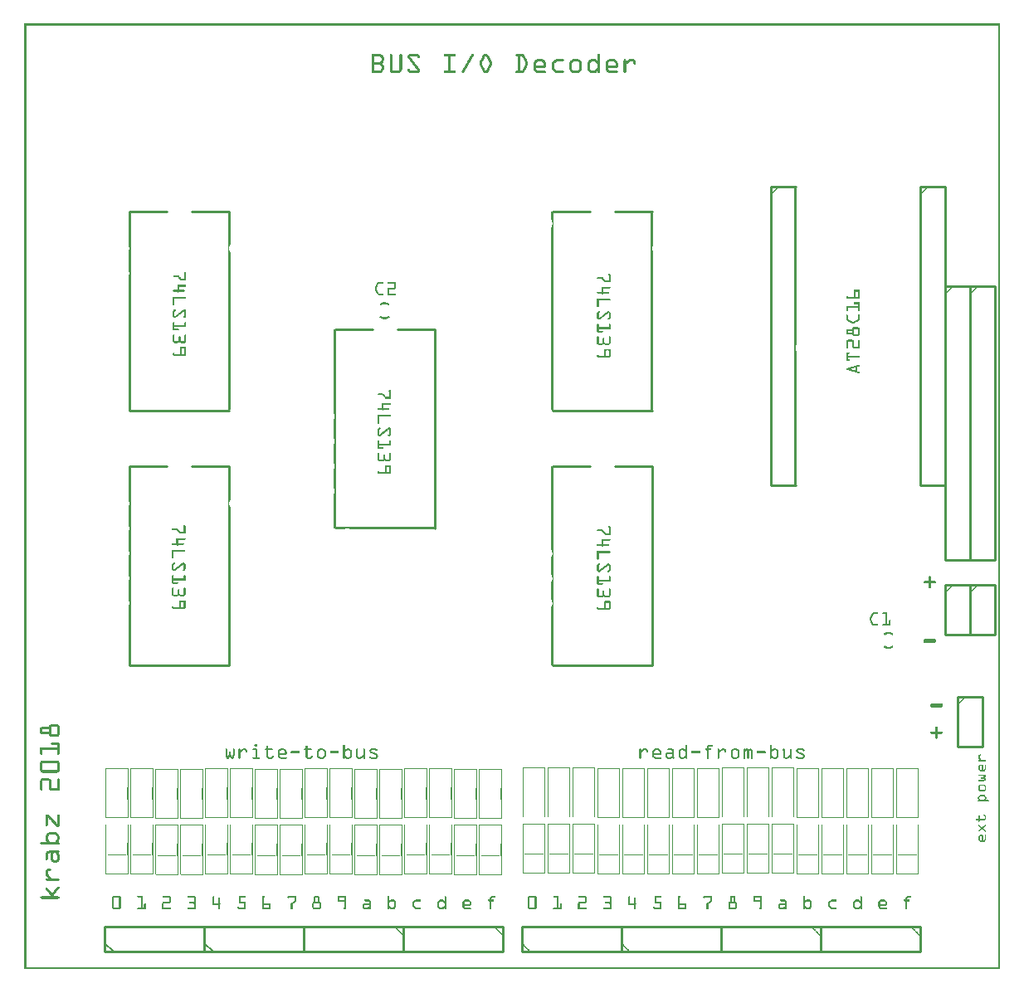
<source format=gto>
G04 MADE WITH FRITZING*
G04 WWW.FRITZING.ORG*
G04 DOUBLE SIDED*
G04 HOLES PLATED*
G04 CONTOUR ON CENTER OF CONTOUR VECTOR*
%ASAXBY*%
%FSLAX23Y23*%
%MOIN*%
%OFA0B0*%
%SFA1.0B1.0*%
%ADD10C,0.010000*%
%ADD11C,0.005000*%
%ADD12R,0.001000X0.001000*%
%LNSILK1*%
G90*
G70*
G54D10*
X3747Y1097D02*
X3747Y897D01*
D02*
X3747Y897D02*
X3847Y897D01*
D02*
X3847Y897D02*
X3847Y1097D01*
D02*
X3847Y1097D02*
X3747Y1097D01*
D02*
X3597Y3147D02*
X3597Y1947D01*
D02*
X3597Y1947D02*
X3697Y1947D01*
D02*
X3697Y1947D02*
X3697Y3147D01*
D02*
X3697Y3147D02*
X3597Y3147D01*
D02*
X2997Y3147D02*
X2997Y1947D01*
D02*
X2997Y1947D02*
X3097Y1947D01*
D02*
X3097Y3147D02*
X2997Y3147D01*
D02*
X2122Y1222D02*
X2522Y1222D01*
D02*
X2522Y1222D02*
X2522Y2022D01*
D02*
X2122Y2022D02*
X2272Y2022D01*
D02*
X2372Y2022D02*
X2522Y2022D01*
D02*
X2122Y2247D02*
X2522Y2247D01*
D02*
X2122Y3047D02*
X2272Y3047D01*
D02*
X2372Y3047D02*
X2522Y3047D01*
D02*
X1648Y1772D02*
X1648Y2572D01*
D02*
X1248Y2572D02*
X1398Y2572D01*
D02*
X1498Y2572D02*
X1648Y2572D01*
D02*
X422Y1222D02*
X822Y1222D01*
D02*
X422Y2022D02*
X572Y2022D01*
D02*
X672Y2022D02*
X822Y2022D01*
D02*
X422Y2247D02*
X822Y2247D01*
D02*
X422Y3047D02*
X572Y3047D01*
D02*
X672Y3047D02*
X822Y3047D01*
D02*
X2397Y72D02*
X2797Y72D01*
D02*
X2797Y72D02*
X2797Y172D01*
D02*
X2797Y172D02*
X2397Y172D01*
D02*
X2397Y172D02*
X2397Y72D01*
D02*
X3197Y172D02*
X2797Y172D01*
D02*
X2797Y172D02*
X2797Y72D01*
D02*
X2797Y72D02*
X3197Y72D01*
D02*
X3197Y72D02*
X3197Y172D01*
D02*
X1997Y72D02*
X2397Y72D01*
D02*
X2397Y72D02*
X2397Y172D01*
D02*
X2397Y172D02*
X1997Y172D01*
D02*
X1997Y172D02*
X1997Y72D01*
D02*
X1522Y172D02*
X1122Y172D01*
D02*
X1122Y172D02*
X1122Y72D01*
D02*
X1122Y72D02*
X1522Y72D01*
D02*
X1522Y72D02*
X1522Y172D01*
D02*
X722Y72D02*
X1122Y72D01*
D02*
X1122Y72D02*
X1122Y172D01*
D02*
X1122Y172D02*
X722Y172D01*
D02*
X722Y172D02*
X722Y72D01*
G54D11*
D02*
X757Y72D02*
X722Y107D01*
G54D10*
D02*
X322Y72D02*
X722Y72D01*
D02*
X722Y72D02*
X722Y172D01*
D02*
X722Y172D02*
X322Y172D01*
D02*
X322Y172D02*
X322Y72D01*
G54D11*
D02*
X357Y72D02*
X322Y107D01*
G54D10*
D02*
X3597Y172D02*
X3197Y172D01*
D02*
X3197Y172D02*
X3197Y72D01*
D02*
X3197Y72D02*
X3597Y72D01*
D02*
X3597Y72D02*
X3597Y172D01*
D02*
X1922Y172D02*
X1522Y172D01*
D02*
X1522Y172D02*
X1522Y72D01*
D02*
X1522Y72D02*
X1922Y72D01*
D02*
X1922Y72D02*
X1922Y172D01*
D02*
X3797Y2747D02*
X3797Y1647D01*
D02*
X3797Y1647D02*
X3897Y1647D01*
D02*
X3897Y1647D02*
X3897Y2747D01*
D02*
X3897Y2747D02*
X3797Y2747D01*
D02*
X3697Y2747D02*
X3697Y1647D01*
D02*
X3697Y1647D02*
X3797Y1647D01*
D02*
X3797Y1647D02*
X3797Y2747D01*
D02*
X3797Y2747D02*
X3697Y2747D01*
D02*
X3797Y1547D02*
X3797Y1347D01*
D02*
X3797Y1347D02*
X3897Y1347D01*
D02*
X3897Y1347D02*
X3897Y1547D01*
D02*
X3897Y1547D02*
X3797Y1547D01*
D02*
X3697Y1547D02*
X3697Y1347D01*
D02*
X3697Y1347D02*
X3797Y1347D01*
D02*
X3797Y1347D02*
X3797Y1547D01*
D02*
X3797Y1547D02*
X3697Y1547D01*
G54D12*
X0Y3801D02*
X3918Y3801D01*
X0Y3800D02*
X3918Y3800D01*
X0Y3799D02*
X3918Y3799D01*
X0Y3798D02*
X3918Y3798D01*
X0Y3797D02*
X3918Y3797D01*
X0Y3796D02*
X3918Y3796D01*
X0Y3795D02*
X3918Y3795D01*
X0Y3794D02*
X3918Y3794D01*
X0Y3793D02*
X7Y3793D01*
X3911Y3793D02*
X3918Y3793D01*
X0Y3792D02*
X7Y3792D01*
X3911Y3792D02*
X3918Y3792D01*
X0Y3791D02*
X7Y3791D01*
X3911Y3791D02*
X3918Y3791D01*
X0Y3790D02*
X7Y3790D01*
X3911Y3790D02*
X3918Y3790D01*
X0Y3789D02*
X7Y3789D01*
X3911Y3789D02*
X3918Y3789D01*
X0Y3788D02*
X7Y3788D01*
X3911Y3788D02*
X3918Y3788D01*
X0Y3787D02*
X7Y3787D01*
X3911Y3787D02*
X3918Y3787D01*
X0Y3786D02*
X7Y3786D01*
X3911Y3786D02*
X3918Y3786D01*
X0Y3785D02*
X7Y3785D01*
X3911Y3785D02*
X3918Y3785D01*
X0Y3784D02*
X7Y3784D01*
X3911Y3784D02*
X3918Y3784D01*
X0Y3783D02*
X7Y3783D01*
X3911Y3783D02*
X3918Y3783D01*
X0Y3782D02*
X7Y3782D01*
X3911Y3782D02*
X3918Y3782D01*
X0Y3781D02*
X7Y3781D01*
X3911Y3781D02*
X3918Y3781D01*
X0Y3780D02*
X7Y3780D01*
X3911Y3780D02*
X3918Y3780D01*
X0Y3779D02*
X7Y3779D01*
X3911Y3779D02*
X3918Y3779D01*
X0Y3778D02*
X7Y3778D01*
X3911Y3778D02*
X3918Y3778D01*
X0Y3777D02*
X7Y3777D01*
X3911Y3777D02*
X3918Y3777D01*
X0Y3776D02*
X7Y3776D01*
X3911Y3776D02*
X3918Y3776D01*
X0Y3775D02*
X7Y3775D01*
X3911Y3775D02*
X3918Y3775D01*
X0Y3774D02*
X7Y3774D01*
X3911Y3774D02*
X3918Y3774D01*
X0Y3773D02*
X7Y3773D01*
X3911Y3773D02*
X3918Y3773D01*
X0Y3772D02*
X7Y3772D01*
X3911Y3772D02*
X3918Y3772D01*
X0Y3771D02*
X7Y3771D01*
X3911Y3771D02*
X3918Y3771D01*
X0Y3770D02*
X7Y3770D01*
X3911Y3770D02*
X3918Y3770D01*
X0Y3769D02*
X7Y3769D01*
X3911Y3769D02*
X3918Y3769D01*
X0Y3768D02*
X7Y3768D01*
X3911Y3768D02*
X3918Y3768D01*
X0Y3767D02*
X7Y3767D01*
X3911Y3767D02*
X3918Y3767D01*
X0Y3766D02*
X7Y3766D01*
X3911Y3766D02*
X3918Y3766D01*
X0Y3765D02*
X7Y3765D01*
X3911Y3765D02*
X3918Y3765D01*
X0Y3764D02*
X7Y3764D01*
X3911Y3764D02*
X3918Y3764D01*
X0Y3763D02*
X7Y3763D01*
X3911Y3763D02*
X3918Y3763D01*
X0Y3762D02*
X7Y3762D01*
X3911Y3762D02*
X3918Y3762D01*
X0Y3761D02*
X7Y3761D01*
X3911Y3761D02*
X3918Y3761D01*
X0Y3760D02*
X7Y3760D01*
X3911Y3760D02*
X3918Y3760D01*
X0Y3759D02*
X7Y3759D01*
X3911Y3759D02*
X3918Y3759D01*
X0Y3758D02*
X7Y3758D01*
X3911Y3758D02*
X3918Y3758D01*
X0Y3757D02*
X7Y3757D01*
X3911Y3757D02*
X3918Y3757D01*
X0Y3756D02*
X7Y3756D01*
X3911Y3756D02*
X3918Y3756D01*
X0Y3755D02*
X7Y3755D01*
X3911Y3755D02*
X3918Y3755D01*
X0Y3754D02*
X7Y3754D01*
X3911Y3754D02*
X3918Y3754D01*
X0Y3753D02*
X7Y3753D01*
X3911Y3753D02*
X3918Y3753D01*
X0Y3752D02*
X7Y3752D01*
X3911Y3752D02*
X3918Y3752D01*
X0Y3751D02*
X7Y3751D01*
X3911Y3751D02*
X3918Y3751D01*
X0Y3750D02*
X7Y3750D01*
X3911Y3750D02*
X3918Y3750D01*
X0Y3749D02*
X7Y3749D01*
X3911Y3749D02*
X3918Y3749D01*
X0Y3748D02*
X7Y3748D01*
X3911Y3748D02*
X3918Y3748D01*
X0Y3747D02*
X7Y3747D01*
X3911Y3747D02*
X3918Y3747D01*
X0Y3746D02*
X7Y3746D01*
X3911Y3746D02*
X3918Y3746D01*
X0Y3745D02*
X7Y3745D01*
X3911Y3745D02*
X3918Y3745D01*
X0Y3744D02*
X7Y3744D01*
X3911Y3744D02*
X3918Y3744D01*
X0Y3743D02*
X7Y3743D01*
X3911Y3743D02*
X3918Y3743D01*
X0Y3742D02*
X7Y3742D01*
X3911Y3742D02*
X3918Y3742D01*
X0Y3741D02*
X7Y3741D01*
X3911Y3741D02*
X3918Y3741D01*
X0Y3740D02*
X7Y3740D01*
X3911Y3740D02*
X3918Y3740D01*
X0Y3739D02*
X7Y3739D01*
X3911Y3739D02*
X3918Y3739D01*
X0Y3738D02*
X7Y3738D01*
X3911Y3738D02*
X3918Y3738D01*
X0Y3737D02*
X7Y3737D01*
X3911Y3737D02*
X3918Y3737D01*
X0Y3736D02*
X7Y3736D01*
X3911Y3736D02*
X3918Y3736D01*
X0Y3735D02*
X7Y3735D01*
X3911Y3735D02*
X3918Y3735D01*
X0Y3734D02*
X7Y3734D01*
X3911Y3734D02*
X3918Y3734D01*
X0Y3733D02*
X7Y3733D01*
X3911Y3733D02*
X3918Y3733D01*
X0Y3732D02*
X7Y3732D01*
X3911Y3732D02*
X3918Y3732D01*
X0Y3731D02*
X7Y3731D01*
X3911Y3731D02*
X3918Y3731D01*
X0Y3730D02*
X7Y3730D01*
X3911Y3730D02*
X3918Y3730D01*
X0Y3729D02*
X7Y3729D01*
X3911Y3729D02*
X3918Y3729D01*
X0Y3728D02*
X7Y3728D01*
X3911Y3728D02*
X3918Y3728D01*
X0Y3727D02*
X7Y3727D01*
X3911Y3727D02*
X3918Y3727D01*
X0Y3726D02*
X7Y3726D01*
X3911Y3726D02*
X3918Y3726D01*
X0Y3725D02*
X7Y3725D01*
X3911Y3725D02*
X3918Y3725D01*
X0Y3724D02*
X7Y3724D01*
X3911Y3724D02*
X3918Y3724D01*
X0Y3723D02*
X7Y3723D01*
X3911Y3723D02*
X3918Y3723D01*
X0Y3722D02*
X7Y3722D01*
X3911Y3722D02*
X3918Y3722D01*
X0Y3721D02*
X7Y3721D01*
X3911Y3721D02*
X3918Y3721D01*
X0Y3720D02*
X7Y3720D01*
X3911Y3720D02*
X3918Y3720D01*
X0Y3719D02*
X7Y3719D01*
X3911Y3719D02*
X3918Y3719D01*
X0Y3718D02*
X7Y3718D01*
X3911Y3718D02*
X3918Y3718D01*
X0Y3717D02*
X7Y3717D01*
X3911Y3717D02*
X3918Y3717D01*
X0Y3716D02*
X7Y3716D01*
X3911Y3716D02*
X3918Y3716D01*
X0Y3715D02*
X7Y3715D01*
X3911Y3715D02*
X3918Y3715D01*
X0Y3714D02*
X7Y3714D01*
X3911Y3714D02*
X3918Y3714D01*
X0Y3713D02*
X7Y3713D01*
X3911Y3713D02*
X3918Y3713D01*
X0Y3712D02*
X7Y3712D01*
X3911Y3712D02*
X3918Y3712D01*
X0Y3711D02*
X7Y3711D01*
X3911Y3711D02*
X3918Y3711D01*
X0Y3710D02*
X7Y3710D01*
X3911Y3710D02*
X3918Y3710D01*
X0Y3709D02*
X7Y3709D01*
X3911Y3709D02*
X3918Y3709D01*
X0Y3708D02*
X7Y3708D01*
X3911Y3708D02*
X3918Y3708D01*
X0Y3707D02*
X7Y3707D01*
X3911Y3707D02*
X3918Y3707D01*
X0Y3706D02*
X7Y3706D01*
X3911Y3706D02*
X3918Y3706D01*
X0Y3705D02*
X7Y3705D01*
X3911Y3705D02*
X3918Y3705D01*
X0Y3704D02*
X7Y3704D01*
X3911Y3704D02*
X3918Y3704D01*
X0Y3703D02*
X7Y3703D01*
X3911Y3703D02*
X3918Y3703D01*
X0Y3702D02*
X7Y3702D01*
X3911Y3702D02*
X3918Y3702D01*
X0Y3701D02*
X7Y3701D01*
X3911Y3701D02*
X3918Y3701D01*
X0Y3700D02*
X7Y3700D01*
X3911Y3700D02*
X3918Y3700D01*
X0Y3699D02*
X7Y3699D01*
X3911Y3699D02*
X3918Y3699D01*
X0Y3698D02*
X7Y3698D01*
X3911Y3698D02*
X3918Y3698D01*
X0Y3697D02*
X7Y3697D01*
X3911Y3697D02*
X3918Y3697D01*
X0Y3696D02*
X7Y3696D01*
X3911Y3696D02*
X3918Y3696D01*
X0Y3695D02*
X7Y3695D01*
X3911Y3695D02*
X3918Y3695D01*
X0Y3694D02*
X7Y3694D01*
X3911Y3694D02*
X3918Y3694D01*
X0Y3693D02*
X7Y3693D01*
X3911Y3693D02*
X3918Y3693D01*
X0Y3692D02*
X7Y3692D01*
X3911Y3692D02*
X3918Y3692D01*
X0Y3691D02*
X7Y3691D01*
X3911Y3691D02*
X3918Y3691D01*
X0Y3690D02*
X7Y3690D01*
X3911Y3690D02*
X3918Y3690D01*
X0Y3689D02*
X7Y3689D01*
X3911Y3689D02*
X3918Y3689D01*
X0Y3688D02*
X7Y3688D01*
X3911Y3688D02*
X3918Y3688D01*
X0Y3687D02*
X7Y3687D01*
X3911Y3687D02*
X3918Y3687D01*
X0Y3686D02*
X7Y3686D01*
X3911Y3686D02*
X3918Y3686D01*
X0Y3685D02*
X7Y3685D01*
X3911Y3685D02*
X3918Y3685D01*
X0Y3684D02*
X7Y3684D01*
X3911Y3684D02*
X3918Y3684D01*
X0Y3683D02*
X7Y3683D01*
X3911Y3683D02*
X3918Y3683D01*
X0Y3682D02*
X7Y3682D01*
X3911Y3682D02*
X3918Y3682D01*
X0Y3681D02*
X7Y3681D01*
X3911Y3681D02*
X3918Y3681D01*
X0Y3680D02*
X7Y3680D01*
X3911Y3680D02*
X3918Y3680D01*
X0Y3679D02*
X7Y3679D01*
X1395Y3679D02*
X1426Y3679D01*
X1470Y3679D02*
X1472Y3679D01*
X1510Y3679D02*
X1512Y3679D01*
X1548Y3679D02*
X1577Y3679D01*
X1687Y3679D02*
X1729Y3679D01*
X1799Y3679D02*
X1801Y3679D01*
X1850Y3679D02*
X1855Y3679D01*
X1976Y3679D02*
X1998Y3679D01*
X2305Y3679D02*
X2307Y3679D01*
X3911Y3679D02*
X3918Y3679D01*
X0Y3678D02*
X7Y3678D01*
X1394Y3678D02*
X1430Y3678D01*
X1468Y3678D02*
X1474Y3678D01*
X1508Y3678D02*
X1514Y3678D01*
X1545Y3678D02*
X1580Y3678D01*
X1685Y3678D02*
X1731Y3678D01*
X1797Y3678D02*
X1803Y3678D01*
X1847Y3678D02*
X1858Y3678D01*
X1974Y3678D02*
X2001Y3678D01*
X2303Y3678D02*
X2309Y3678D01*
X3911Y3678D02*
X3918Y3678D01*
X0Y3677D02*
X7Y3677D01*
X1394Y3677D02*
X1432Y3677D01*
X1468Y3677D02*
X1475Y3677D01*
X1507Y3677D02*
X1515Y3677D01*
X1544Y3677D02*
X1582Y3677D01*
X1684Y3677D02*
X1731Y3677D01*
X1796Y3677D02*
X1804Y3677D01*
X1846Y3677D02*
X1859Y3677D01*
X1974Y3677D02*
X2003Y3677D01*
X2302Y3677D02*
X2310Y3677D01*
X3911Y3677D02*
X3918Y3677D01*
X0Y3676D02*
X7Y3676D01*
X1394Y3676D02*
X1434Y3676D01*
X1467Y3676D02*
X1475Y3676D01*
X1507Y3676D02*
X1515Y3676D01*
X1542Y3676D02*
X1583Y3676D01*
X1684Y3676D02*
X1732Y3676D01*
X1796Y3676D02*
X1804Y3676D01*
X1845Y3676D02*
X1860Y3676D01*
X1973Y3676D02*
X2004Y3676D01*
X2302Y3676D02*
X2310Y3676D01*
X3911Y3676D02*
X3918Y3676D01*
X0Y3675D02*
X7Y3675D01*
X1394Y3675D02*
X1435Y3675D01*
X1467Y3675D02*
X1476Y3675D01*
X1507Y3675D02*
X1515Y3675D01*
X1541Y3675D02*
X1584Y3675D01*
X1684Y3675D02*
X1732Y3675D01*
X1795Y3675D02*
X1805Y3675D01*
X1843Y3675D02*
X1862Y3675D01*
X1973Y3675D02*
X2006Y3675D01*
X2302Y3675D02*
X2311Y3675D01*
X3911Y3675D02*
X3918Y3675D01*
X0Y3674D02*
X7Y3674D01*
X1394Y3674D02*
X1436Y3674D01*
X1467Y3674D02*
X1476Y3674D01*
X1506Y3674D02*
X1516Y3674D01*
X1541Y3674D02*
X1585Y3674D01*
X1684Y3674D02*
X1732Y3674D01*
X1795Y3674D02*
X1805Y3674D01*
X1843Y3674D02*
X1862Y3674D01*
X1973Y3674D02*
X2007Y3674D01*
X2301Y3674D02*
X2311Y3674D01*
X3911Y3674D02*
X3918Y3674D01*
X0Y3673D02*
X7Y3673D01*
X1394Y3673D02*
X1437Y3673D01*
X1467Y3673D02*
X1476Y3673D01*
X1506Y3673D02*
X1516Y3673D01*
X1540Y3673D02*
X1586Y3673D01*
X1684Y3673D02*
X1732Y3673D01*
X1794Y3673D02*
X1804Y3673D01*
X1842Y3673D02*
X1863Y3673D01*
X1973Y3673D02*
X2008Y3673D01*
X2301Y3673D02*
X2311Y3673D01*
X3911Y3673D02*
X3918Y3673D01*
X0Y3672D02*
X7Y3672D01*
X1394Y3672D02*
X1438Y3672D01*
X1467Y3672D02*
X1476Y3672D01*
X1506Y3672D02*
X1516Y3672D01*
X1540Y3672D02*
X1586Y3672D01*
X1684Y3672D02*
X1732Y3672D01*
X1793Y3672D02*
X1804Y3672D01*
X1841Y3672D02*
X1864Y3672D01*
X1973Y3672D02*
X2008Y3672D01*
X2301Y3672D02*
X2311Y3672D01*
X3911Y3672D02*
X3918Y3672D01*
X0Y3671D02*
X7Y3671D01*
X1394Y3671D02*
X1439Y3671D01*
X1467Y3671D02*
X1476Y3671D01*
X1506Y3671D02*
X1516Y3671D01*
X1539Y3671D02*
X1587Y3671D01*
X1685Y3671D02*
X1731Y3671D01*
X1793Y3671D02*
X1804Y3671D01*
X1841Y3671D02*
X1864Y3671D01*
X1974Y3671D02*
X2009Y3671D01*
X2301Y3671D02*
X2311Y3671D01*
X3911Y3671D02*
X3918Y3671D01*
X0Y3670D02*
X7Y3670D01*
X1394Y3670D02*
X1440Y3670D01*
X1467Y3670D02*
X1476Y3670D01*
X1506Y3670D02*
X1516Y3670D01*
X1539Y3670D02*
X1587Y3670D01*
X1686Y3670D02*
X1730Y3670D01*
X1792Y3670D02*
X1803Y3670D01*
X1840Y3670D02*
X1865Y3670D01*
X1975Y3670D02*
X2009Y3670D01*
X2301Y3670D02*
X2311Y3670D01*
X3911Y3670D02*
X3918Y3670D01*
X0Y3669D02*
X7Y3669D01*
X1394Y3669D02*
X1404Y3669D01*
X1426Y3669D02*
X1440Y3669D01*
X1467Y3669D02*
X1476Y3669D01*
X1506Y3669D02*
X1516Y3669D01*
X1539Y3669D02*
X1549Y3669D01*
X1576Y3669D02*
X1587Y3669D01*
X1703Y3669D02*
X1713Y3669D01*
X1792Y3669D02*
X1802Y3669D01*
X1840Y3669D02*
X1851Y3669D01*
X1854Y3669D02*
X1865Y3669D01*
X1982Y3669D02*
X1992Y3669D01*
X1998Y3669D02*
X2010Y3669D01*
X2301Y3669D02*
X2311Y3669D01*
X3911Y3669D02*
X3918Y3669D01*
X0Y3668D02*
X7Y3668D01*
X1394Y3668D02*
X1404Y3668D01*
X1429Y3668D02*
X1441Y3668D01*
X1467Y3668D02*
X1476Y3668D01*
X1506Y3668D02*
X1516Y3668D01*
X1539Y3668D02*
X1548Y3668D01*
X1578Y3668D02*
X1588Y3668D01*
X1703Y3668D02*
X1712Y3668D01*
X1791Y3668D02*
X1802Y3668D01*
X1839Y3668D02*
X1850Y3668D01*
X1855Y3668D02*
X1866Y3668D01*
X1983Y3668D02*
X1992Y3668D01*
X2000Y3668D02*
X2010Y3668D01*
X2301Y3668D02*
X2311Y3668D01*
X3911Y3668D02*
X3918Y3668D01*
X0Y3667D02*
X7Y3667D01*
X1394Y3667D02*
X1404Y3667D01*
X1430Y3667D02*
X1442Y3667D01*
X1467Y3667D02*
X1476Y3667D01*
X1506Y3667D02*
X1516Y3667D01*
X1539Y3667D02*
X1548Y3667D01*
X1578Y3667D02*
X1588Y3667D01*
X1703Y3667D02*
X1712Y3667D01*
X1790Y3667D02*
X1801Y3667D01*
X1839Y3667D02*
X1849Y3667D01*
X1856Y3667D02*
X1866Y3667D01*
X1983Y3667D02*
X1992Y3667D01*
X2000Y3667D02*
X2011Y3667D01*
X2301Y3667D02*
X2311Y3667D01*
X3911Y3667D02*
X3918Y3667D01*
X0Y3666D02*
X7Y3666D01*
X1394Y3666D02*
X1404Y3666D01*
X1431Y3666D02*
X1442Y3666D01*
X1467Y3666D02*
X1476Y3666D01*
X1506Y3666D02*
X1516Y3666D01*
X1539Y3666D02*
X1549Y3666D01*
X1579Y3666D02*
X1588Y3666D01*
X1703Y3666D02*
X1712Y3666D01*
X1790Y3666D02*
X1801Y3666D01*
X1838Y3666D02*
X1849Y3666D01*
X1856Y3666D02*
X1867Y3666D01*
X1983Y3666D02*
X1992Y3666D01*
X2001Y3666D02*
X2011Y3666D01*
X2301Y3666D02*
X2311Y3666D01*
X3911Y3666D02*
X3918Y3666D01*
X0Y3665D02*
X7Y3665D01*
X1394Y3665D02*
X1404Y3665D01*
X1432Y3665D02*
X1442Y3665D01*
X1467Y3665D02*
X1476Y3665D01*
X1506Y3665D02*
X1516Y3665D01*
X1539Y3665D02*
X1550Y3665D01*
X1579Y3665D02*
X1588Y3665D01*
X1703Y3665D02*
X1712Y3665D01*
X1789Y3665D02*
X1800Y3665D01*
X1838Y3665D02*
X1848Y3665D01*
X1857Y3665D02*
X1867Y3665D01*
X1983Y3665D02*
X1992Y3665D01*
X2001Y3665D02*
X2012Y3665D01*
X2301Y3665D02*
X2311Y3665D01*
X3911Y3665D02*
X3918Y3665D01*
X0Y3664D02*
X7Y3664D01*
X1394Y3664D02*
X1404Y3664D01*
X1433Y3664D02*
X1443Y3664D01*
X1467Y3664D02*
X1476Y3664D01*
X1506Y3664D02*
X1516Y3664D01*
X1540Y3664D02*
X1551Y3664D01*
X1579Y3664D02*
X1587Y3664D01*
X1703Y3664D02*
X1712Y3664D01*
X1789Y3664D02*
X1799Y3664D01*
X1837Y3664D02*
X1848Y3664D01*
X1857Y3664D02*
X1868Y3664D01*
X1983Y3664D02*
X1992Y3664D01*
X2002Y3664D02*
X2012Y3664D01*
X2301Y3664D02*
X2311Y3664D01*
X3911Y3664D02*
X3918Y3664D01*
X0Y3663D02*
X7Y3663D01*
X1394Y3663D02*
X1404Y3663D01*
X1433Y3663D02*
X1443Y3663D01*
X1467Y3663D02*
X1476Y3663D01*
X1506Y3663D02*
X1516Y3663D01*
X1540Y3663D02*
X1552Y3663D01*
X1580Y3663D02*
X1587Y3663D01*
X1703Y3663D02*
X1712Y3663D01*
X1788Y3663D02*
X1799Y3663D01*
X1837Y3663D02*
X1847Y3663D01*
X1858Y3663D02*
X1868Y3663D01*
X1983Y3663D02*
X1992Y3663D01*
X2002Y3663D02*
X2013Y3663D01*
X2301Y3663D02*
X2311Y3663D01*
X3911Y3663D02*
X3918Y3663D01*
X0Y3662D02*
X7Y3662D01*
X1394Y3662D02*
X1404Y3662D01*
X1434Y3662D02*
X1443Y3662D01*
X1467Y3662D02*
X1476Y3662D01*
X1506Y3662D02*
X1516Y3662D01*
X1541Y3662D02*
X1552Y3662D01*
X1580Y3662D02*
X1586Y3662D01*
X1703Y3662D02*
X1712Y3662D01*
X1788Y3662D02*
X1798Y3662D01*
X1836Y3662D02*
X1847Y3662D01*
X1858Y3662D02*
X1869Y3662D01*
X1983Y3662D02*
X1992Y3662D01*
X2003Y3662D02*
X2013Y3662D01*
X2301Y3662D02*
X2311Y3662D01*
X3911Y3662D02*
X3918Y3662D01*
X0Y3661D02*
X7Y3661D01*
X1394Y3661D02*
X1404Y3661D01*
X1434Y3661D02*
X1443Y3661D01*
X1467Y3661D02*
X1476Y3661D01*
X1506Y3661D02*
X1516Y3661D01*
X1541Y3661D02*
X1553Y3661D01*
X1582Y3661D02*
X1584Y3661D01*
X1703Y3661D02*
X1712Y3661D01*
X1787Y3661D02*
X1798Y3661D01*
X1836Y3661D02*
X1846Y3661D01*
X1859Y3661D02*
X1869Y3661D01*
X1983Y3661D02*
X1992Y3661D01*
X2003Y3661D02*
X2014Y3661D01*
X2301Y3661D02*
X2311Y3661D01*
X3911Y3661D02*
X3918Y3661D01*
X0Y3660D02*
X7Y3660D01*
X1394Y3660D02*
X1404Y3660D01*
X1434Y3660D02*
X1443Y3660D01*
X1467Y3660D02*
X1476Y3660D01*
X1506Y3660D02*
X1516Y3660D01*
X1542Y3660D02*
X1554Y3660D01*
X1703Y3660D02*
X1712Y3660D01*
X1786Y3660D02*
X1797Y3660D01*
X1835Y3660D02*
X1846Y3660D01*
X1859Y3660D02*
X1870Y3660D01*
X1983Y3660D02*
X1992Y3660D01*
X2004Y3660D02*
X2014Y3660D01*
X2301Y3660D02*
X2311Y3660D01*
X3911Y3660D02*
X3918Y3660D01*
X0Y3659D02*
X7Y3659D01*
X1394Y3659D02*
X1404Y3659D01*
X1434Y3659D02*
X1443Y3659D01*
X1467Y3659D02*
X1476Y3659D01*
X1506Y3659D02*
X1516Y3659D01*
X1543Y3659D02*
X1555Y3659D01*
X1703Y3659D02*
X1712Y3659D01*
X1786Y3659D02*
X1797Y3659D01*
X1835Y3659D02*
X1845Y3659D01*
X1860Y3659D02*
X1870Y3659D01*
X1983Y3659D02*
X1992Y3659D01*
X2004Y3659D02*
X2015Y3659D01*
X2301Y3659D02*
X2311Y3659D01*
X3911Y3659D02*
X3918Y3659D01*
X0Y3658D02*
X7Y3658D01*
X1394Y3658D02*
X1404Y3658D01*
X1434Y3658D02*
X1443Y3658D01*
X1467Y3658D02*
X1476Y3658D01*
X1506Y3658D02*
X1516Y3658D01*
X1544Y3658D02*
X1555Y3658D01*
X1703Y3658D02*
X1712Y3658D01*
X1785Y3658D02*
X1796Y3658D01*
X1834Y3658D02*
X1845Y3658D01*
X1860Y3658D02*
X1871Y3658D01*
X1983Y3658D02*
X1992Y3658D01*
X2005Y3658D02*
X2015Y3658D01*
X2062Y3658D02*
X2077Y3658D01*
X2140Y3658D02*
X2162Y3658D01*
X2207Y3658D02*
X2221Y3658D01*
X2279Y3658D02*
X2288Y3658D01*
X2301Y3658D02*
X2311Y3658D01*
X2352Y3658D02*
X2366Y3658D01*
X2411Y3658D02*
X2411Y3658D01*
X2431Y3658D02*
X2441Y3658D01*
X3911Y3658D02*
X3918Y3658D01*
X0Y3657D02*
X7Y3657D01*
X1394Y3657D02*
X1404Y3657D01*
X1434Y3657D02*
X1443Y3657D01*
X1467Y3657D02*
X1476Y3657D01*
X1506Y3657D02*
X1516Y3657D01*
X1544Y3657D02*
X1556Y3657D01*
X1703Y3657D02*
X1712Y3657D01*
X1785Y3657D02*
X1795Y3657D01*
X1834Y3657D02*
X1844Y3657D01*
X1861Y3657D02*
X1871Y3657D01*
X1983Y3657D02*
X1992Y3657D01*
X2005Y3657D02*
X2016Y3657D01*
X2058Y3657D02*
X2081Y3657D01*
X2135Y3657D02*
X2164Y3657D01*
X2203Y3657D02*
X2225Y3657D01*
X2275Y3657D02*
X2293Y3657D01*
X2301Y3657D02*
X2311Y3657D01*
X2347Y3657D02*
X2370Y3657D01*
X2408Y3657D02*
X2413Y3657D01*
X2428Y3657D02*
X2446Y3657D01*
X3911Y3657D02*
X3918Y3657D01*
X0Y3656D02*
X7Y3656D01*
X1394Y3656D02*
X1404Y3656D01*
X1434Y3656D02*
X1443Y3656D01*
X1467Y3656D02*
X1476Y3656D01*
X1506Y3656D02*
X1516Y3656D01*
X1545Y3656D02*
X1557Y3656D01*
X1703Y3656D02*
X1712Y3656D01*
X1784Y3656D02*
X1795Y3656D01*
X1833Y3656D02*
X1844Y3656D01*
X1861Y3656D02*
X1872Y3656D01*
X1983Y3656D02*
X1992Y3656D01*
X2006Y3656D02*
X2016Y3656D01*
X2056Y3656D02*
X2083Y3656D01*
X2133Y3656D02*
X2165Y3656D01*
X2201Y3656D02*
X2227Y3656D01*
X2273Y3656D02*
X2295Y3656D01*
X2301Y3656D02*
X2311Y3656D01*
X2345Y3656D02*
X2372Y3656D01*
X2408Y3656D02*
X2414Y3656D01*
X2427Y3656D02*
X2448Y3656D01*
X3911Y3656D02*
X3918Y3656D01*
X0Y3655D02*
X7Y3655D01*
X1394Y3655D02*
X1404Y3655D01*
X1434Y3655D02*
X1443Y3655D01*
X1467Y3655D02*
X1476Y3655D01*
X1506Y3655D02*
X1516Y3655D01*
X1546Y3655D02*
X1558Y3655D01*
X1703Y3655D02*
X1712Y3655D01*
X1783Y3655D02*
X1794Y3655D01*
X1833Y3655D02*
X1843Y3655D01*
X1862Y3655D02*
X1872Y3655D01*
X1983Y3655D02*
X1992Y3655D01*
X2007Y3655D02*
X2017Y3655D01*
X2055Y3655D02*
X2084Y3655D01*
X2131Y3655D02*
X2166Y3655D01*
X2199Y3655D02*
X2229Y3655D01*
X2271Y3655D02*
X2296Y3655D01*
X2301Y3655D02*
X2311Y3655D01*
X2344Y3655D02*
X2373Y3655D01*
X2407Y3655D02*
X2415Y3655D01*
X2426Y3655D02*
X2449Y3655D01*
X3911Y3655D02*
X3918Y3655D01*
X0Y3654D02*
X7Y3654D01*
X1394Y3654D02*
X1404Y3654D01*
X1434Y3654D02*
X1443Y3654D01*
X1467Y3654D02*
X1476Y3654D01*
X1506Y3654D02*
X1516Y3654D01*
X1547Y3654D02*
X1559Y3654D01*
X1703Y3654D02*
X1712Y3654D01*
X1783Y3654D02*
X1794Y3654D01*
X1832Y3654D02*
X1843Y3654D01*
X1862Y3654D02*
X1873Y3654D01*
X1983Y3654D02*
X1992Y3654D01*
X2007Y3654D02*
X2017Y3654D01*
X2053Y3654D02*
X2086Y3654D01*
X2130Y3654D02*
X2166Y3654D01*
X2198Y3654D02*
X2230Y3654D01*
X2270Y3654D02*
X2297Y3654D01*
X2301Y3654D02*
X2311Y3654D01*
X2342Y3654D02*
X2375Y3654D01*
X2407Y3654D02*
X2415Y3654D01*
X2425Y3654D02*
X2450Y3654D01*
X3911Y3654D02*
X3918Y3654D01*
X0Y3653D02*
X7Y3653D01*
X1394Y3653D02*
X1404Y3653D01*
X1434Y3653D02*
X1443Y3653D01*
X1467Y3653D02*
X1476Y3653D01*
X1506Y3653D02*
X1516Y3653D01*
X1547Y3653D02*
X1559Y3653D01*
X1703Y3653D02*
X1712Y3653D01*
X1782Y3653D02*
X1793Y3653D01*
X1832Y3653D02*
X1842Y3653D01*
X1863Y3653D02*
X1873Y3653D01*
X1983Y3653D02*
X1992Y3653D01*
X2008Y3653D02*
X2018Y3653D01*
X2052Y3653D02*
X2087Y3653D01*
X2129Y3653D02*
X2166Y3653D01*
X2197Y3653D02*
X2231Y3653D01*
X2269Y3653D02*
X2299Y3653D01*
X2301Y3653D02*
X2311Y3653D01*
X2341Y3653D02*
X2376Y3653D01*
X2406Y3653D02*
X2416Y3653D01*
X2423Y3653D02*
X2451Y3653D01*
X3911Y3653D02*
X3918Y3653D01*
X0Y3652D02*
X7Y3652D01*
X1394Y3652D02*
X1404Y3652D01*
X1433Y3652D02*
X1443Y3652D01*
X1467Y3652D02*
X1476Y3652D01*
X1506Y3652D02*
X1516Y3652D01*
X1548Y3652D02*
X1560Y3652D01*
X1703Y3652D02*
X1712Y3652D01*
X1782Y3652D02*
X1792Y3652D01*
X1831Y3652D02*
X1842Y3652D01*
X1863Y3652D02*
X1874Y3652D01*
X1983Y3652D02*
X1992Y3652D01*
X2008Y3652D02*
X2018Y3652D01*
X2051Y3652D02*
X2088Y3652D01*
X2128Y3652D02*
X2166Y3652D01*
X2196Y3652D02*
X2232Y3652D01*
X2268Y3652D02*
X2311Y3652D01*
X2340Y3652D02*
X2377Y3652D01*
X2406Y3652D02*
X2416Y3652D01*
X2422Y3652D02*
X2452Y3652D01*
X3911Y3652D02*
X3918Y3652D01*
X0Y3651D02*
X7Y3651D01*
X1394Y3651D02*
X1404Y3651D01*
X1433Y3651D02*
X1443Y3651D01*
X1467Y3651D02*
X1476Y3651D01*
X1506Y3651D02*
X1516Y3651D01*
X1549Y3651D02*
X1561Y3651D01*
X1703Y3651D02*
X1712Y3651D01*
X1781Y3651D02*
X1792Y3651D01*
X1831Y3651D02*
X1841Y3651D01*
X1864Y3651D02*
X1874Y3651D01*
X1983Y3651D02*
X1992Y3651D01*
X2009Y3651D02*
X2019Y3651D01*
X2050Y3651D02*
X2089Y3651D01*
X2127Y3651D02*
X2166Y3651D01*
X2194Y3651D02*
X2233Y3651D01*
X2267Y3651D02*
X2311Y3651D01*
X2339Y3651D02*
X2378Y3651D01*
X2406Y3651D02*
X2416Y3651D01*
X2421Y3651D02*
X2453Y3651D01*
X3911Y3651D02*
X3918Y3651D01*
X0Y3650D02*
X7Y3650D01*
X1394Y3650D02*
X1404Y3650D01*
X1432Y3650D02*
X1442Y3650D01*
X1467Y3650D02*
X1476Y3650D01*
X1506Y3650D02*
X1516Y3650D01*
X1550Y3650D02*
X1562Y3650D01*
X1703Y3650D02*
X1712Y3650D01*
X1780Y3650D02*
X1791Y3650D01*
X1830Y3650D02*
X1841Y3650D01*
X1864Y3650D02*
X1875Y3650D01*
X1983Y3650D02*
X1992Y3650D01*
X2009Y3650D02*
X2019Y3650D01*
X2049Y3650D02*
X2090Y3650D01*
X2126Y3650D02*
X2165Y3650D01*
X2193Y3650D02*
X2234Y3650D01*
X2266Y3650D02*
X2311Y3650D01*
X2338Y3650D02*
X2379Y3650D01*
X2406Y3650D02*
X2416Y3650D01*
X2420Y3650D02*
X2453Y3650D01*
X3911Y3650D02*
X3918Y3650D01*
X0Y3649D02*
X7Y3649D01*
X1394Y3649D02*
X1404Y3649D01*
X1432Y3649D02*
X1442Y3649D01*
X1467Y3649D02*
X1476Y3649D01*
X1506Y3649D02*
X1516Y3649D01*
X1551Y3649D02*
X1562Y3649D01*
X1703Y3649D02*
X1712Y3649D01*
X1780Y3649D02*
X1791Y3649D01*
X1830Y3649D02*
X1840Y3649D01*
X1865Y3649D02*
X1875Y3649D01*
X1983Y3649D02*
X1992Y3649D01*
X2010Y3649D02*
X2020Y3649D01*
X2048Y3649D02*
X2091Y3649D01*
X2125Y3649D02*
X2164Y3649D01*
X2193Y3649D02*
X2235Y3649D01*
X2265Y3649D02*
X2311Y3649D01*
X2337Y3649D02*
X2380Y3649D01*
X2406Y3649D02*
X2416Y3649D01*
X2419Y3649D02*
X2454Y3649D01*
X3911Y3649D02*
X3918Y3649D01*
X0Y3648D02*
X7Y3648D01*
X1394Y3648D02*
X1404Y3648D01*
X1431Y3648D02*
X1442Y3648D01*
X1467Y3648D02*
X1476Y3648D01*
X1506Y3648D02*
X1516Y3648D01*
X1551Y3648D02*
X1563Y3648D01*
X1703Y3648D02*
X1712Y3648D01*
X1779Y3648D02*
X1790Y3648D01*
X1829Y3648D02*
X1840Y3648D01*
X1865Y3648D02*
X1876Y3648D01*
X1983Y3648D02*
X1992Y3648D01*
X2010Y3648D02*
X2020Y3648D01*
X2048Y3648D02*
X2063Y3648D01*
X2076Y3648D02*
X2091Y3648D01*
X2123Y3648D02*
X2140Y3648D01*
X2192Y3648D02*
X2207Y3648D01*
X2221Y3648D02*
X2236Y3648D01*
X2264Y3648D02*
X2280Y3648D01*
X2288Y3648D02*
X2311Y3648D01*
X2337Y3648D02*
X2352Y3648D01*
X2365Y3648D02*
X2381Y3648D01*
X2406Y3648D02*
X2416Y3648D01*
X2418Y3648D02*
X2432Y3648D01*
X2441Y3648D02*
X2454Y3648D01*
X3911Y3648D02*
X3918Y3648D01*
X0Y3647D02*
X7Y3647D01*
X1394Y3647D02*
X1404Y3647D01*
X1429Y3647D02*
X1441Y3647D01*
X1467Y3647D02*
X1476Y3647D01*
X1506Y3647D02*
X1516Y3647D01*
X1552Y3647D02*
X1564Y3647D01*
X1703Y3647D02*
X1712Y3647D01*
X1779Y3647D02*
X1790Y3647D01*
X1829Y3647D02*
X1839Y3647D01*
X1866Y3647D02*
X1876Y3647D01*
X1983Y3647D02*
X1992Y3647D01*
X2011Y3647D02*
X2020Y3647D01*
X2047Y3647D02*
X2060Y3647D01*
X2079Y3647D02*
X2092Y3647D01*
X2122Y3647D02*
X2137Y3647D01*
X2191Y3647D02*
X2204Y3647D01*
X2224Y3647D02*
X2237Y3647D01*
X2264Y3647D02*
X2276Y3647D01*
X2291Y3647D02*
X2311Y3647D01*
X2336Y3647D02*
X2349Y3647D01*
X2368Y3647D02*
X2381Y3647D01*
X2406Y3647D02*
X2431Y3647D01*
X2444Y3647D02*
X2455Y3647D01*
X3911Y3647D02*
X3918Y3647D01*
X0Y3646D02*
X7Y3646D01*
X1394Y3646D02*
X1404Y3646D01*
X1427Y3646D02*
X1441Y3646D01*
X1467Y3646D02*
X1476Y3646D01*
X1506Y3646D02*
X1516Y3646D01*
X1553Y3646D02*
X1565Y3646D01*
X1703Y3646D02*
X1712Y3646D01*
X1778Y3646D02*
X1789Y3646D01*
X1829Y3646D02*
X1839Y3646D01*
X1866Y3646D02*
X1876Y3646D01*
X1983Y3646D02*
X1992Y3646D01*
X2011Y3646D02*
X2021Y3646D01*
X2046Y3646D02*
X2058Y3646D01*
X2081Y3646D02*
X2093Y3646D01*
X2121Y3646D02*
X2136Y3646D01*
X2191Y3646D02*
X2203Y3646D01*
X2225Y3646D02*
X2237Y3646D01*
X2263Y3646D02*
X2275Y3646D01*
X2292Y3646D02*
X2311Y3646D01*
X2336Y3646D02*
X2348Y3646D01*
X2370Y3646D02*
X2382Y3646D01*
X2406Y3646D02*
X2430Y3646D01*
X2445Y3646D02*
X2455Y3646D01*
X3911Y3646D02*
X3918Y3646D01*
X0Y3645D02*
X7Y3645D01*
X1394Y3645D02*
X1440Y3645D01*
X1467Y3645D02*
X1476Y3645D01*
X1506Y3645D02*
X1516Y3645D01*
X1554Y3645D02*
X1566Y3645D01*
X1703Y3645D02*
X1712Y3645D01*
X1778Y3645D02*
X1788Y3645D01*
X1829Y3645D02*
X1838Y3645D01*
X1867Y3645D02*
X1876Y3645D01*
X1983Y3645D02*
X1992Y3645D01*
X2011Y3645D02*
X2021Y3645D01*
X2046Y3645D02*
X2057Y3645D01*
X2082Y3645D02*
X2093Y3645D01*
X2121Y3645D02*
X2135Y3645D01*
X2191Y3645D02*
X2202Y3645D01*
X2227Y3645D02*
X2237Y3645D01*
X2263Y3645D02*
X2274Y3645D01*
X2293Y3645D02*
X2311Y3645D01*
X2335Y3645D02*
X2346Y3645D01*
X2371Y3645D02*
X2382Y3645D01*
X2406Y3645D02*
X2429Y3645D01*
X2446Y3645D02*
X2455Y3645D01*
X3911Y3645D02*
X3918Y3645D01*
X0Y3644D02*
X7Y3644D01*
X1394Y3644D02*
X1440Y3644D01*
X1467Y3644D02*
X1476Y3644D01*
X1506Y3644D02*
X1516Y3644D01*
X1554Y3644D02*
X1566Y3644D01*
X1703Y3644D02*
X1712Y3644D01*
X1777Y3644D02*
X1788Y3644D01*
X1828Y3644D02*
X1838Y3644D01*
X1867Y3644D02*
X1877Y3644D01*
X1983Y3644D02*
X1992Y3644D01*
X2012Y3644D02*
X2021Y3644D01*
X2046Y3644D02*
X2056Y3644D01*
X2083Y3644D02*
X2093Y3644D01*
X2120Y3644D02*
X2133Y3644D01*
X2190Y3644D02*
X2201Y3644D01*
X2228Y3644D02*
X2238Y3644D01*
X2262Y3644D02*
X2273Y3644D01*
X2294Y3644D02*
X2311Y3644D01*
X2335Y3644D02*
X2345Y3644D01*
X2372Y3644D02*
X2382Y3644D01*
X2406Y3644D02*
X2427Y3644D01*
X2446Y3644D02*
X2455Y3644D01*
X3911Y3644D02*
X3918Y3644D01*
X0Y3643D02*
X7Y3643D01*
X1394Y3643D02*
X1439Y3643D01*
X1467Y3643D02*
X1476Y3643D01*
X1506Y3643D02*
X1516Y3643D01*
X1555Y3643D02*
X1567Y3643D01*
X1703Y3643D02*
X1712Y3643D01*
X1776Y3643D02*
X1787Y3643D01*
X1828Y3643D02*
X1838Y3643D01*
X1868Y3643D02*
X1877Y3643D01*
X1983Y3643D02*
X1992Y3643D01*
X2012Y3643D02*
X2021Y3643D01*
X2045Y3643D02*
X2055Y3643D01*
X2084Y3643D02*
X2094Y3643D01*
X2119Y3643D02*
X2132Y3643D01*
X2190Y3643D02*
X2200Y3643D01*
X2228Y3643D02*
X2238Y3643D01*
X2262Y3643D02*
X2272Y3643D01*
X2296Y3643D02*
X2311Y3643D01*
X2335Y3643D02*
X2344Y3643D01*
X2373Y3643D02*
X2383Y3643D01*
X2406Y3643D02*
X2426Y3643D01*
X2446Y3643D02*
X2455Y3643D01*
X3911Y3643D02*
X3918Y3643D01*
X0Y3642D02*
X7Y3642D01*
X1394Y3642D02*
X1438Y3642D01*
X1467Y3642D02*
X1476Y3642D01*
X1506Y3642D02*
X1516Y3642D01*
X1556Y3642D02*
X1568Y3642D01*
X1703Y3642D02*
X1712Y3642D01*
X1776Y3642D02*
X1787Y3642D01*
X1828Y3642D02*
X1837Y3642D01*
X1868Y3642D02*
X1877Y3642D01*
X1983Y3642D02*
X1992Y3642D01*
X2012Y3642D02*
X2021Y3642D01*
X2045Y3642D02*
X2055Y3642D01*
X2084Y3642D02*
X2094Y3642D01*
X2119Y3642D02*
X2131Y3642D01*
X2190Y3642D02*
X2199Y3642D01*
X2229Y3642D02*
X2238Y3642D01*
X2262Y3642D02*
X2271Y3642D01*
X2297Y3642D02*
X2311Y3642D01*
X2334Y3642D02*
X2344Y3642D01*
X2373Y3642D02*
X2383Y3642D01*
X2406Y3642D02*
X2425Y3642D01*
X2446Y3642D02*
X2455Y3642D01*
X3911Y3642D02*
X3918Y3642D01*
X0Y3641D02*
X7Y3641D01*
X1394Y3641D02*
X1437Y3641D01*
X1467Y3641D02*
X1476Y3641D01*
X1506Y3641D02*
X1516Y3641D01*
X1557Y3641D02*
X1569Y3641D01*
X1703Y3641D02*
X1712Y3641D01*
X1775Y3641D02*
X1786Y3641D01*
X1828Y3641D02*
X1837Y3641D01*
X1868Y3641D02*
X1877Y3641D01*
X1983Y3641D02*
X1992Y3641D01*
X2012Y3641D02*
X2021Y3641D01*
X2045Y3641D02*
X2054Y3641D01*
X2085Y3641D02*
X2094Y3641D01*
X2118Y3641D02*
X2130Y3641D01*
X2190Y3641D02*
X2199Y3641D01*
X2229Y3641D02*
X2238Y3641D01*
X2262Y3641D02*
X2271Y3641D01*
X2298Y3641D02*
X2311Y3641D01*
X2334Y3641D02*
X2343Y3641D01*
X2374Y3641D02*
X2383Y3641D01*
X2406Y3641D02*
X2424Y3641D01*
X2446Y3641D02*
X2455Y3641D01*
X3911Y3641D02*
X3918Y3641D01*
X0Y3640D02*
X7Y3640D01*
X1394Y3640D02*
X1437Y3640D01*
X1467Y3640D02*
X1476Y3640D01*
X1506Y3640D02*
X1516Y3640D01*
X1558Y3640D02*
X1569Y3640D01*
X1703Y3640D02*
X1712Y3640D01*
X1775Y3640D02*
X1785Y3640D01*
X1828Y3640D02*
X1837Y3640D01*
X1868Y3640D02*
X1877Y3640D01*
X1983Y3640D02*
X1992Y3640D01*
X2012Y3640D02*
X2022Y3640D01*
X2045Y3640D02*
X2054Y3640D01*
X2085Y3640D02*
X2094Y3640D01*
X2118Y3640D02*
X2129Y3640D01*
X2190Y3640D02*
X2199Y3640D01*
X2229Y3640D02*
X2238Y3640D01*
X2262Y3640D02*
X2271Y3640D01*
X2299Y3640D02*
X2311Y3640D01*
X2334Y3640D02*
X2343Y3640D01*
X2374Y3640D02*
X2383Y3640D01*
X2406Y3640D02*
X2423Y3640D01*
X2446Y3640D02*
X2455Y3640D01*
X3911Y3640D02*
X3918Y3640D01*
X0Y3639D02*
X7Y3639D01*
X1394Y3639D02*
X1437Y3639D01*
X1467Y3639D02*
X1476Y3639D01*
X1506Y3639D02*
X1516Y3639D01*
X1558Y3639D02*
X1570Y3639D01*
X1703Y3639D02*
X1712Y3639D01*
X1774Y3639D02*
X1785Y3639D01*
X1828Y3639D02*
X1837Y3639D01*
X1868Y3639D02*
X1877Y3639D01*
X1983Y3639D02*
X1992Y3639D01*
X2012Y3639D02*
X2021Y3639D01*
X2045Y3639D02*
X2054Y3639D01*
X2085Y3639D02*
X2094Y3639D01*
X2118Y3639D02*
X2128Y3639D01*
X2190Y3639D02*
X2199Y3639D01*
X2229Y3639D02*
X2238Y3639D01*
X2262Y3639D02*
X2271Y3639D01*
X2300Y3639D02*
X2311Y3639D01*
X2334Y3639D02*
X2343Y3639D01*
X2374Y3639D02*
X2383Y3639D01*
X2406Y3639D02*
X2422Y3639D01*
X2446Y3639D02*
X2455Y3639D01*
X3911Y3639D02*
X3918Y3639D01*
X0Y3638D02*
X7Y3638D01*
X1394Y3638D02*
X1438Y3638D01*
X1467Y3638D02*
X1476Y3638D01*
X1506Y3638D02*
X1516Y3638D01*
X1559Y3638D02*
X1571Y3638D01*
X1703Y3638D02*
X1712Y3638D01*
X1773Y3638D02*
X1784Y3638D01*
X1828Y3638D02*
X1838Y3638D01*
X1868Y3638D02*
X1877Y3638D01*
X1983Y3638D02*
X1992Y3638D01*
X2012Y3638D02*
X2021Y3638D01*
X2045Y3638D02*
X2054Y3638D01*
X2085Y3638D02*
X2094Y3638D01*
X2118Y3638D02*
X2127Y3638D01*
X2190Y3638D02*
X2199Y3638D01*
X2229Y3638D02*
X2238Y3638D01*
X2262Y3638D02*
X2271Y3638D01*
X2301Y3638D02*
X2311Y3638D01*
X2334Y3638D02*
X2343Y3638D01*
X2374Y3638D02*
X2383Y3638D01*
X2406Y3638D02*
X2421Y3638D01*
X2447Y3638D02*
X2455Y3638D01*
X3911Y3638D02*
X3918Y3638D01*
X0Y3637D02*
X7Y3637D01*
X1394Y3637D02*
X1439Y3637D01*
X1467Y3637D02*
X1476Y3637D01*
X1506Y3637D02*
X1516Y3637D01*
X1560Y3637D02*
X1572Y3637D01*
X1703Y3637D02*
X1712Y3637D01*
X1773Y3637D02*
X1784Y3637D01*
X1828Y3637D02*
X1838Y3637D01*
X1867Y3637D02*
X1877Y3637D01*
X1983Y3637D02*
X1992Y3637D01*
X2012Y3637D02*
X2021Y3637D01*
X2045Y3637D02*
X2054Y3637D01*
X2085Y3637D02*
X2094Y3637D01*
X2117Y3637D02*
X2127Y3637D01*
X2190Y3637D02*
X2199Y3637D01*
X2229Y3637D02*
X2238Y3637D01*
X2262Y3637D02*
X2271Y3637D01*
X2301Y3637D02*
X2311Y3637D01*
X2334Y3637D02*
X2343Y3637D01*
X2374Y3637D02*
X2383Y3637D01*
X2406Y3637D02*
X2419Y3637D01*
X2447Y3637D02*
X2454Y3637D01*
X3911Y3637D02*
X3918Y3637D01*
X0Y3636D02*
X7Y3636D01*
X1394Y3636D02*
X1440Y3636D01*
X1467Y3636D02*
X1476Y3636D01*
X1506Y3636D02*
X1516Y3636D01*
X1561Y3636D02*
X1573Y3636D01*
X1703Y3636D02*
X1712Y3636D01*
X1772Y3636D02*
X1783Y3636D01*
X1829Y3636D02*
X1838Y3636D01*
X1867Y3636D02*
X1876Y3636D01*
X1983Y3636D02*
X1992Y3636D01*
X2012Y3636D02*
X2021Y3636D01*
X2045Y3636D02*
X2054Y3636D01*
X2085Y3636D02*
X2094Y3636D01*
X2117Y3636D02*
X2126Y3636D01*
X2190Y3636D02*
X2199Y3636D01*
X2229Y3636D02*
X2238Y3636D01*
X2262Y3636D02*
X2271Y3636D01*
X2302Y3636D02*
X2311Y3636D01*
X2334Y3636D02*
X2343Y3636D01*
X2374Y3636D02*
X2383Y3636D01*
X2406Y3636D02*
X2418Y3636D01*
X2449Y3636D02*
X2453Y3636D01*
X3911Y3636D02*
X3918Y3636D01*
X0Y3635D02*
X7Y3635D01*
X1394Y3635D02*
X1404Y3635D01*
X1426Y3635D02*
X1441Y3635D01*
X1467Y3635D02*
X1476Y3635D01*
X1506Y3635D02*
X1516Y3635D01*
X1561Y3635D02*
X1573Y3635D01*
X1703Y3635D02*
X1712Y3635D01*
X1772Y3635D02*
X1783Y3635D01*
X1829Y3635D02*
X1838Y3635D01*
X1867Y3635D02*
X1876Y3635D01*
X1983Y3635D02*
X1992Y3635D01*
X2011Y3635D02*
X2021Y3635D01*
X2045Y3635D02*
X2054Y3635D01*
X2085Y3635D02*
X2094Y3635D01*
X2117Y3635D02*
X2126Y3635D01*
X2190Y3635D02*
X2199Y3635D01*
X2229Y3635D02*
X2238Y3635D01*
X2262Y3635D02*
X2271Y3635D01*
X2302Y3635D02*
X2311Y3635D01*
X2334Y3635D02*
X2343Y3635D01*
X2374Y3635D02*
X2383Y3635D01*
X2406Y3635D02*
X2417Y3635D01*
X3911Y3635D02*
X3918Y3635D01*
X0Y3634D02*
X7Y3634D01*
X1394Y3634D02*
X1404Y3634D01*
X1429Y3634D02*
X1441Y3634D01*
X1467Y3634D02*
X1476Y3634D01*
X1506Y3634D02*
X1516Y3634D01*
X1562Y3634D02*
X1574Y3634D01*
X1703Y3634D02*
X1712Y3634D01*
X1771Y3634D02*
X1782Y3634D01*
X1829Y3634D02*
X1839Y3634D01*
X1866Y3634D02*
X1876Y3634D01*
X1983Y3634D02*
X1992Y3634D01*
X2011Y3634D02*
X2021Y3634D01*
X2045Y3634D02*
X2054Y3634D01*
X2085Y3634D02*
X2094Y3634D01*
X2117Y3634D02*
X2126Y3634D01*
X2190Y3634D02*
X2199Y3634D01*
X2229Y3634D02*
X2238Y3634D01*
X2262Y3634D02*
X2271Y3634D01*
X2302Y3634D02*
X2311Y3634D01*
X2334Y3634D02*
X2343Y3634D01*
X2374Y3634D02*
X2383Y3634D01*
X2406Y3634D02*
X2416Y3634D01*
X3911Y3634D02*
X3918Y3634D01*
X0Y3633D02*
X7Y3633D01*
X1394Y3633D02*
X1404Y3633D01*
X1430Y3633D02*
X1442Y3633D01*
X1467Y3633D02*
X1476Y3633D01*
X1506Y3633D02*
X1516Y3633D01*
X1563Y3633D02*
X1575Y3633D01*
X1703Y3633D02*
X1712Y3633D01*
X1771Y3633D02*
X1781Y3633D01*
X1829Y3633D02*
X1839Y3633D01*
X1866Y3633D02*
X1876Y3633D01*
X1983Y3633D02*
X1992Y3633D01*
X2010Y3633D02*
X2020Y3633D01*
X2045Y3633D02*
X2054Y3633D01*
X2085Y3633D02*
X2094Y3633D01*
X2117Y3633D02*
X2126Y3633D01*
X2190Y3633D02*
X2199Y3633D01*
X2229Y3633D02*
X2238Y3633D01*
X2262Y3633D02*
X2271Y3633D01*
X2302Y3633D02*
X2311Y3633D01*
X2334Y3633D02*
X2343Y3633D01*
X2374Y3633D02*
X2383Y3633D01*
X2406Y3633D02*
X2416Y3633D01*
X3911Y3633D02*
X3918Y3633D01*
X0Y3632D02*
X7Y3632D01*
X1394Y3632D02*
X1404Y3632D01*
X1431Y3632D02*
X1442Y3632D01*
X1467Y3632D02*
X1476Y3632D01*
X1506Y3632D02*
X1516Y3632D01*
X1564Y3632D02*
X1576Y3632D01*
X1703Y3632D02*
X1712Y3632D01*
X1770Y3632D02*
X1781Y3632D01*
X1830Y3632D02*
X1840Y3632D01*
X1865Y3632D02*
X1875Y3632D01*
X1983Y3632D02*
X1992Y3632D01*
X2010Y3632D02*
X2020Y3632D01*
X2045Y3632D02*
X2094Y3632D01*
X2117Y3632D02*
X2126Y3632D01*
X2190Y3632D02*
X2199Y3632D01*
X2229Y3632D02*
X2238Y3632D01*
X2262Y3632D02*
X2271Y3632D01*
X2302Y3632D02*
X2311Y3632D01*
X2334Y3632D02*
X2383Y3632D01*
X2406Y3632D02*
X2416Y3632D01*
X3911Y3632D02*
X3918Y3632D01*
X0Y3631D02*
X7Y3631D01*
X1394Y3631D02*
X1404Y3631D01*
X1432Y3631D02*
X1442Y3631D01*
X1467Y3631D02*
X1476Y3631D01*
X1506Y3631D02*
X1516Y3631D01*
X1565Y3631D02*
X1576Y3631D01*
X1703Y3631D02*
X1712Y3631D01*
X1769Y3631D02*
X1780Y3631D01*
X1830Y3631D02*
X1840Y3631D01*
X1865Y3631D02*
X1875Y3631D01*
X1983Y3631D02*
X1992Y3631D01*
X2009Y3631D02*
X2019Y3631D01*
X2045Y3631D02*
X2094Y3631D01*
X2117Y3631D02*
X2126Y3631D01*
X2190Y3631D02*
X2199Y3631D01*
X2229Y3631D02*
X2238Y3631D01*
X2262Y3631D02*
X2271Y3631D01*
X2302Y3631D02*
X2311Y3631D01*
X2334Y3631D02*
X2383Y3631D01*
X2406Y3631D02*
X2416Y3631D01*
X3911Y3631D02*
X3918Y3631D01*
X0Y3630D02*
X7Y3630D01*
X1394Y3630D02*
X1404Y3630D01*
X1433Y3630D02*
X1443Y3630D01*
X1467Y3630D02*
X1476Y3630D01*
X1506Y3630D02*
X1516Y3630D01*
X1565Y3630D02*
X1577Y3630D01*
X1703Y3630D02*
X1712Y3630D01*
X1769Y3630D02*
X1780Y3630D01*
X1831Y3630D02*
X1841Y3630D01*
X1864Y3630D02*
X1874Y3630D01*
X1983Y3630D02*
X1992Y3630D01*
X2009Y3630D02*
X2019Y3630D01*
X2045Y3630D02*
X2094Y3630D01*
X2117Y3630D02*
X2126Y3630D01*
X2190Y3630D02*
X2199Y3630D01*
X2229Y3630D02*
X2238Y3630D01*
X2262Y3630D02*
X2271Y3630D01*
X2302Y3630D02*
X2311Y3630D01*
X2334Y3630D02*
X2383Y3630D01*
X2406Y3630D02*
X2416Y3630D01*
X3911Y3630D02*
X3918Y3630D01*
X0Y3629D02*
X7Y3629D01*
X1394Y3629D02*
X1404Y3629D01*
X1433Y3629D02*
X1443Y3629D01*
X1467Y3629D02*
X1476Y3629D01*
X1506Y3629D02*
X1516Y3629D01*
X1566Y3629D02*
X1578Y3629D01*
X1703Y3629D02*
X1712Y3629D01*
X1768Y3629D02*
X1779Y3629D01*
X1831Y3629D02*
X1841Y3629D01*
X1864Y3629D02*
X1874Y3629D01*
X1983Y3629D02*
X1992Y3629D01*
X2008Y3629D02*
X2019Y3629D01*
X2045Y3629D02*
X2094Y3629D01*
X2117Y3629D02*
X2126Y3629D01*
X2190Y3629D02*
X2199Y3629D01*
X2229Y3629D02*
X2238Y3629D01*
X2262Y3629D02*
X2271Y3629D01*
X2302Y3629D02*
X2311Y3629D01*
X2334Y3629D02*
X2383Y3629D01*
X2406Y3629D02*
X2416Y3629D01*
X3911Y3629D02*
X3918Y3629D01*
X0Y3628D02*
X7Y3628D01*
X1394Y3628D02*
X1404Y3628D01*
X1434Y3628D02*
X1443Y3628D01*
X1467Y3628D02*
X1476Y3628D01*
X1506Y3628D02*
X1516Y3628D01*
X1567Y3628D02*
X1579Y3628D01*
X1703Y3628D02*
X1712Y3628D01*
X1768Y3628D02*
X1778Y3628D01*
X1832Y3628D02*
X1842Y3628D01*
X1863Y3628D02*
X1873Y3628D01*
X1983Y3628D02*
X1992Y3628D01*
X2008Y3628D02*
X2018Y3628D01*
X2045Y3628D02*
X2094Y3628D01*
X2117Y3628D02*
X2126Y3628D01*
X2190Y3628D02*
X2199Y3628D01*
X2229Y3628D02*
X2238Y3628D01*
X2262Y3628D02*
X2271Y3628D01*
X2302Y3628D02*
X2311Y3628D01*
X2334Y3628D02*
X2383Y3628D01*
X2406Y3628D02*
X2416Y3628D01*
X3911Y3628D02*
X3918Y3628D01*
X0Y3627D02*
X7Y3627D01*
X1394Y3627D02*
X1404Y3627D01*
X1434Y3627D02*
X1443Y3627D01*
X1467Y3627D02*
X1476Y3627D01*
X1506Y3627D02*
X1516Y3627D01*
X1568Y3627D02*
X1580Y3627D01*
X1703Y3627D02*
X1712Y3627D01*
X1767Y3627D02*
X1778Y3627D01*
X1832Y3627D02*
X1842Y3627D01*
X1863Y3627D02*
X1873Y3627D01*
X1983Y3627D02*
X1992Y3627D01*
X2007Y3627D02*
X2018Y3627D01*
X2045Y3627D02*
X2094Y3627D01*
X2117Y3627D02*
X2126Y3627D01*
X2190Y3627D02*
X2199Y3627D01*
X2229Y3627D02*
X2238Y3627D01*
X2262Y3627D02*
X2271Y3627D01*
X2302Y3627D02*
X2311Y3627D01*
X2334Y3627D02*
X2383Y3627D01*
X2406Y3627D02*
X2416Y3627D01*
X3911Y3627D02*
X3918Y3627D01*
X0Y3626D02*
X7Y3626D01*
X1394Y3626D02*
X1404Y3626D01*
X1434Y3626D02*
X1443Y3626D01*
X1467Y3626D02*
X1476Y3626D01*
X1506Y3626D02*
X1516Y3626D01*
X1568Y3626D02*
X1580Y3626D01*
X1703Y3626D02*
X1712Y3626D01*
X1766Y3626D02*
X1777Y3626D01*
X1833Y3626D02*
X1843Y3626D01*
X1862Y3626D02*
X1872Y3626D01*
X1983Y3626D02*
X1992Y3626D01*
X2007Y3626D02*
X2017Y3626D01*
X2045Y3626D02*
X2094Y3626D01*
X2117Y3626D02*
X2126Y3626D01*
X2190Y3626D02*
X2199Y3626D01*
X2229Y3626D02*
X2238Y3626D01*
X2262Y3626D02*
X2271Y3626D01*
X2302Y3626D02*
X2311Y3626D01*
X2334Y3626D02*
X2383Y3626D01*
X2406Y3626D02*
X2416Y3626D01*
X3911Y3626D02*
X3918Y3626D01*
X0Y3625D02*
X7Y3625D01*
X1394Y3625D02*
X1404Y3625D01*
X1434Y3625D02*
X1443Y3625D01*
X1467Y3625D02*
X1476Y3625D01*
X1506Y3625D02*
X1516Y3625D01*
X1569Y3625D02*
X1581Y3625D01*
X1703Y3625D02*
X1712Y3625D01*
X1766Y3625D02*
X1777Y3625D01*
X1833Y3625D02*
X1843Y3625D01*
X1862Y3625D02*
X1872Y3625D01*
X1983Y3625D02*
X1992Y3625D01*
X2006Y3625D02*
X2017Y3625D01*
X2045Y3625D02*
X2093Y3625D01*
X2117Y3625D02*
X2126Y3625D01*
X2190Y3625D02*
X2199Y3625D01*
X2229Y3625D02*
X2238Y3625D01*
X2262Y3625D02*
X2271Y3625D01*
X2302Y3625D02*
X2311Y3625D01*
X2334Y3625D02*
X2382Y3625D01*
X2406Y3625D02*
X2416Y3625D01*
X3911Y3625D02*
X3918Y3625D01*
X0Y3624D02*
X7Y3624D01*
X1394Y3624D02*
X1404Y3624D01*
X1434Y3624D02*
X1443Y3624D01*
X1467Y3624D02*
X1476Y3624D01*
X1506Y3624D02*
X1516Y3624D01*
X1570Y3624D02*
X1582Y3624D01*
X1703Y3624D02*
X1712Y3624D01*
X1765Y3624D02*
X1776Y3624D01*
X1834Y3624D02*
X1844Y3624D01*
X1861Y3624D02*
X1871Y3624D01*
X1983Y3624D02*
X1992Y3624D01*
X2006Y3624D02*
X2016Y3624D01*
X2045Y3624D02*
X2092Y3624D01*
X2117Y3624D02*
X2126Y3624D01*
X2190Y3624D02*
X2199Y3624D01*
X2229Y3624D02*
X2238Y3624D01*
X2262Y3624D02*
X2271Y3624D01*
X2302Y3624D02*
X2311Y3624D01*
X2334Y3624D02*
X2381Y3624D01*
X2406Y3624D02*
X2416Y3624D01*
X3911Y3624D02*
X3918Y3624D01*
X0Y3623D02*
X7Y3623D01*
X1394Y3623D02*
X1404Y3623D01*
X1434Y3623D02*
X1443Y3623D01*
X1467Y3623D02*
X1476Y3623D01*
X1506Y3623D02*
X1516Y3623D01*
X1571Y3623D02*
X1583Y3623D01*
X1703Y3623D02*
X1712Y3623D01*
X1765Y3623D02*
X1775Y3623D01*
X1834Y3623D02*
X1844Y3623D01*
X1861Y3623D02*
X1871Y3623D01*
X1983Y3623D02*
X1992Y3623D01*
X2005Y3623D02*
X2016Y3623D01*
X2045Y3623D02*
X2091Y3623D01*
X2117Y3623D02*
X2126Y3623D01*
X2190Y3623D02*
X2199Y3623D01*
X2229Y3623D02*
X2238Y3623D01*
X2262Y3623D02*
X2271Y3623D01*
X2302Y3623D02*
X2311Y3623D01*
X2334Y3623D02*
X2380Y3623D01*
X2406Y3623D02*
X2416Y3623D01*
X3911Y3623D02*
X3918Y3623D01*
X0Y3622D02*
X7Y3622D01*
X1394Y3622D02*
X1404Y3622D01*
X1434Y3622D02*
X1443Y3622D01*
X1467Y3622D02*
X1476Y3622D01*
X1506Y3622D02*
X1516Y3622D01*
X1571Y3622D02*
X1583Y3622D01*
X1703Y3622D02*
X1712Y3622D01*
X1764Y3622D02*
X1775Y3622D01*
X1835Y3622D02*
X1845Y3622D01*
X1860Y3622D02*
X1870Y3622D01*
X1983Y3622D02*
X1992Y3622D01*
X2005Y3622D02*
X2015Y3622D01*
X2045Y3622D02*
X2054Y3622D01*
X2117Y3622D02*
X2127Y3622D01*
X2190Y3622D02*
X2199Y3622D01*
X2229Y3622D02*
X2238Y3622D01*
X2262Y3622D02*
X2271Y3622D01*
X2301Y3622D02*
X2311Y3622D01*
X2334Y3622D02*
X2343Y3622D01*
X2406Y3622D02*
X2416Y3622D01*
X3911Y3622D02*
X3918Y3622D01*
X0Y3621D02*
X7Y3621D01*
X1394Y3621D02*
X1404Y3621D01*
X1434Y3621D02*
X1443Y3621D01*
X1467Y3621D02*
X1476Y3621D01*
X1506Y3621D02*
X1516Y3621D01*
X1572Y3621D02*
X1584Y3621D01*
X1703Y3621D02*
X1712Y3621D01*
X1764Y3621D02*
X1774Y3621D01*
X1835Y3621D02*
X1845Y3621D01*
X1860Y3621D02*
X1870Y3621D01*
X1983Y3621D02*
X1992Y3621D01*
X2004Y3621D02*
X2015Y3621D01*
X2045Y3621D02*
X2054Y3621D01*
X2118Y3621D02*
X2127Y3621D01*
X2190Y3621D02*
X2199Y3621D01*
X2229Y3621D02*
X2238Y3621D01*
X2262Y3621D02*
X2271Y3621D01*
X2301Y3621D02*
X2311Y3621D01*
X2334Y3621D02*
X2343Y3621D01*
X2406Y3621D02*
X2416Y3621D01*
X3911Y3621D02*
X3918Y3621D01*
X0Y3620D02*
X7Y3620D01*
X1394Y3620D02*
X1404Y3620D01*
X1434Y3620D02*
X1443Y3620D01*
X1467Y3620D02*
X1476Y3620D01*
X1506Y3620D02*
X1516Y3620D01*
X1573Y3620D02*
X1585Y3620D01*
X1703Y3620D02*
X1712Y3620D01*
X1763Y3620D02*
X1774Y3620D01*
X1836Y3620D02*
X1846Y3620D01*
X1859Y3620D02*
X1869Y3620D01*
X1983Y3620D02*
X1992Y3620D01*
X2004Y3620D02*
X2014Y3620D01*
X2045Y3620D02*
X2054Y3620D01*
X2118Y3620D02*
X2128Y3620D01*
X2190Y3620D02*
X2199Y3620D01*
X2229Y3620D02*
X2238Y3620D01*
X2262Y3620D02*
X2271Y3620D01*
X2300Y3620D02*
X2311Y3620D01*
X2334Y3620D02*
X2343Y3620D01*
X2406Y3620D02*
X2416Y3620D01*
X3911Y3620D02*
X3918Y3620D01*
X0Y3619D02*
X7Y3619D01*
X1394Y3619D02*
X1404Y3619D01*
X1434Y3619D02*
X1443Y3619D01*
X1467Y3619D02*
X1476Y3619D01*
X1506Y3619D02*
X1516Y3619D01*
X1541Y3619D02*
X1546Y3619D01*
X1574Y3619D02*
X1586Y3619D01*
X1703Y3619D02*
X1712Y3619D01*
X1762Y3619D02*
X1773Y3619D01*
X1836Y3619D02*
X1846Y3619D01*
X1859Y3619D02*
X1869Y3619D01*
X1983Y3619D02*
X1992Y3619D01*
X2003Y3619D02*
X2014Y3619D01*
X2045Y3619D02*
X2054Y3619D01*
X2118Y3619D02*
X2129Y3619D01*
X2190Y3619D02*
X2199Y3619D01*
X2229Y3619D02*
X2238Y3619D01*
X2262Y3619D02*
X2271Y3619D01*
X2299Y3619D02*
X2311Y3619D01*
X2334Y3619D02*
X2343Y3619D01*
X2406Y3619D02*
X2416Y3619D01*
X3911Y3619D02*
X3918Y3619D01*
X0Y3618D02*
X7Y3618D01*
X1394Y3618D02*
X1404Y3618D01*
X1433Y3618D02*
X1443Y3618D01*
X1467Y3618D02*
X1476Y3618D01*
X1506Y3618D02*
X1516Y3618D01*
X1540Y3618D02*
X1547Y3618D01*
X1575Y3618D02*
X1586Y3618D01*
X1703Y3618D02*
X1712Y3618D01*
X1762Y3618D02*
X1773Y3618D01*
X1837Y3618D02*
X1847Y3618D01*
X1858Y3618D02*
X1868Y3618D01*
X1983Y3618D02*
X1992Y3618D01*
X2003Y3618D02*
X2013Y3618D01*
X2045Y3618D02*
X2054Y3618D01*
X2118Y3618D02*
X2130Y3618D01*
X2190Y3618D02*
X2199Y3618D01*
X2229Y3618D02*
X2238Y3618D01*
X2262Y3618D02*
X2271Y3618D01*
X2297Y3618D02*
X2311Y3618D01*
X2334Y3618D02*
X2344Y3618D01*
X2406Y3618D02*
X2416Y3618D01*
X3911Y3618D02*
X3918Y3618D01*
X0Y3617D02*
X7Y3617D01*
X1394Y3617D02*
X1404Y3617D01*
X1433Y3617D02*
X1443Y3617D01*
X1467Y3617D02*
X1476Y3617D01*
X1506Y3617D02*
X1516Y3617D01*
X1540Y3617D02*
X1548Y3617D01*
X1575Y3617D02*
X1587Y3617D01*
X1703Y3617D02*
X1712Y3617D01*
X1761Y3617D02*
X1772Y3617D01*
X1837Y3617D02*
X1847Y3617D01*
X1858Y3617D02*
X1868Y3617D01*
X1983Y3617D02*
X1992Y3617D01*
X2002Y3617D02*
X2013Y3617D01*
X2045Y3617D02*
X2055Y3617D01*
X2119Y3617D02*
X2132Y3617D01*
X2190Y3617D02*
X2199Y3617D01*
X2229Y3617D02*
X2238Y3617D01*
X2262Y3617D02*
X2272Y3617D01*
X2296Y3617D02*
X2311Y3617D01*
X2334Y3617D02*
X2344Y3617D01*
X2406Y3617D02*
X2416Y3617D01*
X3911Y3617D02*
X3918Y3617D01*
X0Y3616D02*
X7Y3616D01*
X1394Y3616D02*
X1404Y3616D01*
X1432Y3616D02*
X1442Y3616D01*
X1467Y3616D02*
X1476Y3616D01*
X1506Y3616D02*
X1515Y3616D01*
X1539Y3616D02*
X1548Y3616D01*
X1576Y3616D02*
X1587Y3616D01*
X1703Y3616D02*
X1712Y3616D01*
X1761Y3616D02*
X1771Y3616D01*
X1838Y3616D02*
X1848Y3616D01*
X1857Y3616D02*
X1867Y3616D01*
X1983Y3616D02*
X1992Y3616D01*
X2002Y3616D02*
X2012Y3616D01*
X2045Y3616D02*
X2056Y3616D01*
X2119Y3616D02*
X2133Y3616D01*
X2190Y3616D02*
X2200Y3616D01*
X2228Y3616D02*
X2238Y3616D01*
X2262Y3616D02*
X2272Y3616D01*
X2295Y3616D02*
X2311Y3616D01*
X2335Y3616D02*
X2345Y3616D01*
X2406Y3616D02*
X2416Y3616D01*
X3911Y3616D02*
X3918Y3616D01*
X0Y3615D02*
X7Y3615D01*
X1394Y3615D02*
X1404Y3615D01*
X1432Y3615D02*
X1442Y3615D01*
X1467Y3615D02*
X1476Y3615D01*
X1506Y3615D02*
X1515Y3615D01*
X1539Y3615D02*
X1548Y3615D01*
X1577Y3615D02*
X1587Y3615D01*
X1703Y3615D02*
X1712Y3615D01*
X1760Y3615D02*
X1771Y3615D01*
X1838Y3615D02*
X1848Y3615D01*
X1857Y3615D02*
X1867Y3615D01*
X1983Y3615D02*
X1992Y3615D01*
X2001Y3615D02*
X2012Y3615D01*
X2046Y3615D02*
X2056Y3615D01*
X2120Y3615D02*
X2134Y3615D01*
X2190Y3615D02*
X2201Y3615D01*
X2227Y3615D02*
X2238Y3615D01*
X2263Y3615D02*
X2273Y3615D01*
X2294Y3615D02*
X2311Y3615D01*
X2335Y3615D02*
X2346Y3615D01*
X2406Y3615D02*
X2416Y3615D01*
X3911Y3615D02*
X3918Y3615D01*
X0Y3614D02*
X7Y3614D01*
X1394Y3614D02*
X1404Y3614D01*
X1431Y3614D02*
X1442Y3614D01*
X1467Y3614D02*
X1477Y3614D01*
X1506Y3614D02*
X1515Y3614D01*
X1539Y3614D02*
X1548Y3614D01*
X1578Y3614D02*
X1588Y3614D01*
X1703Y3614D02*
X1712Y3614D01*
X1759Y3614D02*
X1770Y3614D01*
X1839Y3614D02*
X1849Y3614D01*
X1856Y3614D02*
X1866Y3614D01*
X1983Y3614D02*
X1992Y3614D01*
X2001Y3614D02*
X2011Y3614D01*
X2046Y3614D02*
X2058Y3614D01*
X2121Y3614D02*
X2135Y3614D01*
X2191Y3614D02*
X2202Y3614D01*
X2226Y3614D02*
X2237Y3614D01*
X2263Y3614D02*
X2275Y3614D01*
X2293Y3614D02*
X2311Y3614D01*
X2335Y3614D02*
X2347Y3614D01*
X2406Y3614D02*
X2416Y3614D01*
X3911Y3614D02*
X3918Y3614D01*
X0Y3613D02*
X7Y3613D01*
X1394Y3613D02*
X1404Y3613D01*
X1429Y3613D02*
X1441Y3613D01*
X1467Y3613D02*
X1477Y3613D01*
X1505Y3613D02*
X1515Y3613D01*
X1539Y3613D02*
X1549Y3613D01*
X1578Y3613D02*
X1588Y3613D01*
X1703Y3613D02*
X1712Y3613D01*
X1759Y3613D02*
X1770Y3613D01*
X1839Y3613D02*
X1849Y3613D01*
X1856Y3613D02*
X1866Y3613D01*
X1983Y3613D02*
X1992Y3613D01*
X2000Y3613D02*
X2011Y3613D01*
X2046Y3613D02*
X2059Y3613D01*
X2122Y3613D02*
X2136Y3613D01*
X2191Y3613D02*
X2204Y3613D01*
X2224Y3613D02*
X2237Y3613D01*
X2263Y3613D02*
X2276Y3613D01*
X2292Y3613D02*
X2311Y3613D01*
X2336Y3613D02*
X2348Y3613D01*
X2406Y3613D02*
X2416Y3613D01*
X3911Y3613D02*
X3918Y3613D01*
X0Y3612D02*
X7Y3612D01*
X1394Y3612D02*
X1404Y3612D01*
X1427Y3612D02*
X1441Y3612D01*
X1467Y3612D02*
X1479Y3612D01*
X1504Y3612D02*
X1515Y3612D01*
X1539Y3612D02*
X1550Y3612D01*
X1578Y3612D02*
X1588Y3612D01*
X1703Y3612D02*
X1712Y3612D01*
X1758Y3612D02*
X1769Y3612D01*
X1840Y3612D02*
X1850Y3612D01*
X1855Y3612D02*
X1865Y3612D01*
X1983Y3612D02*
X1992Y3612D01*
X1999Y3612D02*
X2010Y3612D01*
X2047Y3612D02*
X2060Y3612D01*
X2123Y3612D02*
X2138Y3612D01*
X2191Y3612D02*
X2205Y3612D01*
X2223Y3612D02*
X2236Y3612D01*
X2264Y3612D02*
X2277Y3612D01*
X2290Y3612D02*
X2311Y3612D01*
X2336Y3612D02*
X2350Y3612D01*
X2406Y3612D02*
X2416Y3612D01*
X3911Y3612D02*
X3918Y3612D01*
X0Y3611D02*
X7Y3611D01*
X1394Y3611D02*
X1440Y3611D01*
X1468Y3611D02*
X1514Y3611D01*
X1540Y3611D02*
X1588Y3611D01*
X1687Y3611D02*
X1729Y3611D01*
X1758Y3611D02*
X1768Y3611D01*
X1840Y3611D02*
X1865Y3611D01*
X1976Y3611D02*
X2010Y3611D01*
X2048Y3611D02*
X2091Y3611D01*
X2124Y3611D02*
X2163Y3611D01*
X2192Y3611D02*
X2236Y3611D01*
X2264Y3611D02*
X2311Y3611D01*
X2337Y3611D02*
X2380Y3611D01*
X2406Y3611D02*
X2416Y3611D01*
X3911Y3611D02*
X3918Y3611D01*
X0Y3610D02*
X7Y3610D01*
X1394Y3610D02*
X1439Y3610D01*
X1468Y3610D02*
X1514Y3610D01*
X1540Y3610D02*
X1587Y3610D01*
X1685Y3610D02*
X1731Y3610D01*
X1757Y3610D02*
X1768Y3610D01*
X1841Y3610D02*
X1865Y3610D01*
X1974Y3610D02*
X2009Y3610D01*
X2048Y3610D02*
X2092Y3610D01*
X2125Y3610D02*
X2164Y3610D01*
X2193Y3610D02*
X2235Y3610D01*
X2265Y3610D02*
X2311Y3610D01*
X2337Y3610D02*
X2381Y3610D01*
X2406Y3610D02*
X2416Y3610D01*
X3911Y3610D02*
X3918Y3610D01*
X0Y3609D02*
X7Y3609D01*
X1394Y3609D02*
X1439Y3609D01*
X1469Y3609D02*
X1513Y3609D01*
X1540Y3609D02*
X1587Y3609D01*
X1684Y3609D02*
X1732Y3609D01*
X1757Y3609D02*
X1767Y3609D01*
X1841Y3609D02*
X1864Y3609D01*
X1974Y3609D02*
X2009Y3609D01*
X2049Y3609D02*
X2093Y3609D01*
X2126Y3609D02*
X2165Y3609D01*
X2194Y3609D02*
X2234Y3609D01*
X2266Y3609D02*
X2311Y3609D01*
X2338Y3609D02*
X2382Y3609D01*
X2406Y3609D02*
X2416Y3609D01*
X3911Y3609D02*
X3918Y3609D01*
X0Y3608D02*
X7Y3608D01*
X1394Y3608D02*
X1438Y3608D01*
X1469Y3608D02*
X1513Y3608D01*
X1541Y3608D02*
X1587Y3608D01*
X1684Y3608D02*
X1732Y3608D01*
X1756Y3608D02*
X1767Y3608D01*
X1842Y3608D02*
X1863Y3608D01*
X1973Y3608D02*
X2008Y3608D01*
X2050Y3608D02*
X2094Y3608D01*
X2128Y3608D02*
X2166Y3608D01*
X2195Y3608D02*
X2233Y3608D01*
X2267Y3608D02*
X2311Y3608D01*
X2339Y3608D02*
X2383Y3608D01*
X2406Y3608D02*
X2416Y3608D01*
X3911Y3608D02*
X3918Y3608D01*
X0Y3607D02*
X7Y3607D01*
X1394Y3607D02*
X1437Y3607D01*
X1470Y3607D02*
X1512Y3607D01*
X1542Y3607D02*
X1586Y3607D01*
X1684Y3607D02*
X1732Y3607D01*
X1756Y3607D02*
X1766Y3607D01*
X1842Y3607D02*
X1863Y3607D01*
X1973Y3607D02*
X2007Y3607D01*
X2051Y3607D02*
X2094Y3607D01*
X2129Y3607D02*
X2166Y3607D01*
X2196Y3607D02*
X2232Y3607D01*
X2268Y3607D02*
X2299Y3607D01*
X2302Y3607D02*
X2311Y3607D01*
X2340Y3607D02*
X2383Y3607D01*
X2406Y3607D02*
X2416Y3607D01*
X3911Y3607D02*
X3918Y3607D01*
X0Y3606D02*
X7Y3606D01*
X1394Y3606D02*
X1436Y3606D01*
X1471Y3606D02*
X1511Y3606D01*
X1542Y3606D02*
X1586Y3606D01*
X1684Y3606D02*
X1732Y3606D01*
X1756Y3606D02*
X1766Y3606D01*
X1843Y3606D02*
X1862Y3606D01*
X1973Y3606D02*
X2006Y3606D01*
X2052Y3606D02*
X2094Y3606D01*
X2130Y3606D02*
X2166Y3606D01*
X2197Y3606D02*
X2231Y3606D01*
X2269Y3606D02*
X2298Y3606D01*
X2302Y3606D02*
X2311Y3606D01*
X2342Y3606D02*
X2383Y3606D01*
X2407Y3606D02*
X2415Y3606D01*
X3911Y3606D02*
X3918Y3606D01*
X0Y3605D02*
X7Y3605D01*
X1394Y3605D02*
X1434Y3605D01*
X1472Y3605D02*
X1510Y3605D01*
X1543Y3605D02*
X1585Y3605D01*
X1684Y3605D02*
X1732Y3605D01*
X1756Y3605D02*
X1765Y3605D01*
X1844Y3605D02*
X1861Y3605D01*
X1973Y3605D02*
X2005Y3605D01*
X2054Y3605D02*
X2094Y3605D01*
X2131Y3605D02*
X2166Y3605D01*
X2198Y3605D02*
X2230Y3605D01*
X2271Y3605D02*
X2297Y3605D01*
X2302Y3605D02*
X2310Y3605D01*
X2343Y3605D02*
X2383Y3605D01*
X2407Y3605D02*
X2415Y3605D01*
X3911Y3605D02*
X3918Y3605D01*
X0Y3604D02*
X7Y3604D01*
X1394Y3604D02*
X1433Y3604D01*
X1473Y3604D02*
X1509Y3604D01*
X1545Y3604D02*
X1584Y3604D01*
X1684Y3604D02*
X1732Y3604D01*
X1757Y3604D02*
X1764Y3604D01*
X1845Y3604D02*
X1860Y3604D01*
X1973Y3604D02*
X2004Y3604D01*
X2055Y3604D02*
X2093Y3604D01*
X2132Y3604D02*
X2165Y3604D01*
X2200Y3604D02*
X2228Y3604D01*
X2272Y3604D02*
X2296Y3604D01*
X2302Y3604D02*
X2310Y3604D01*
X2344Y3604D02*
X2382Y3604D01*
X2407Y3604D02*
X2415Y3604D01*
X3911Y3604D02*
X3918Y3604D01*
X0Y3603D02*
X7Y3603D01*
X1394Y3603D02*
X1431Y3603D01*
X1475Y3603D02*
X1507Y3603D01*
X1546Y3603D02*
X1582Y3603D01*
X1685Y3603D02*
X1731Y3603D01*
X1757Y3603D02*
X1764Y3603D01*
X1847Y3603D02*
X1858Y3603D01*
X1974Y3603D02*
X2002Y3603D01*
X2057Y3603D02*
X2092Y3603D01*
X2134Y3603D02*
X2165Y3603D01*
X2201Y3603D02*
X2227Y3603D01*
X2274Y3603D02*
X2294Y3603D01*
X2303Y3603D02*
X2309Y3603D01*
X2346Y3603D02*
X2382Y3603D01*
X2408Y3603D02*
X2414Y3603D01*
X3911Y3603D02*
X3918Y3603D01*
X0Y3602D02*
X7Y3602D01*
X1394Y3602D02*
X1428Y3602D01*
X1477Y3602D02*
X1505Y3602D01*
X1548Y3602D02*
X1580Y3602D01*
X1686Y3602D02*
X1730Y3602D01*
X1758Y3602D02*
X1762Y3602D01*
X1849Y3602D02*
X1856Y3602D01*
X1975Y3602D02*
X2000Y3602D01*
X2059Y3602D02*
X2091Y3602D01*
X2136Y3602D02*
X2163Y3602D01*
X2204Y3602D02*
X2224Y3602D01*
X2276Y3602D02*
X2291Y3602D01*
X2304Y3602D02*
X2308Y3602D01*
X2348Y3602D02*
X2380Y3602D01*
X2409Y3602D02*
X2413Y3602D01*
X3911Y3602D02*
X3918Y3602D01*
X0Y3601D02*
X7Y3601D01*
X3911Y3601D02*
X3918Y3601D01*
X0Y3600D02*
X7Y3600D01*
X3911Y3600D02*
X3918Y3600D01*
X0Y3599D02*
X7Y3599D01*
X3911Y3599D02*
X3918Y3599D01*
X0Y3598D02*
X7Y3598D01*
X3911Y3598D02*
X3918Y3598D01*
X0Y3597D02*
X7Y3597D01*
X3911Y3597D02*
X3918Y3597D01*
X0Y3596D02*
X7Y3596D01*
X3911Y3596D02*
X3918Y3596D01*
X0Y3595D02*
X7Y3595D01*
X3911Y3595D02*
X3918Y3595D01*
X0Y3594D02*
X7Y3594D01*
X3911Y3594D02*
X3918Y3594D01*
X0Y3593D02*
X7Y3593D01*
X3911Y3593D02*
X3918Y3593D01*
X0Y3592D02*
X7Y3592D01*
X3911Y3592D02*
X3918Y3592D01*
X0Y3591D02*
X7Y3591D01*
X3911Y3591D02*
X3918Y3591D01*
X0Y3590D02*
X7Y3590D01*
X3911Y3590D02*
X3918Y3590D01*
X0Y3589D02*
X7Y3589D01*
X3911Y3589D02*
X3918Y3589D01*
X0Y3588D02*
X7Y3588D01*
X3911Y3588D02*
X3918Y3588D01*
X0Y3587D02*
X7Y3587D01*
X3911Y3587D02*
X3918Y3587D01*
X0Y3586D02*
X7Y3586D01*
X3911Y3586D02*
X3918Y3586D01*
X0Y3585D02*
X7Y3585D01*
X3911Y3585D02*
X3918Y3585D01*
X0Y3584D02*
X7Y3584D01*
X3911Y3584D02*
X3918Y3584D01*
X0Y3583D02*
X7Y3583D01*
X3911Y3583D02*
X3918Y3583D01*
X0Y3582D02*
X7Y3582D01*
X3911Y3582D02*
X3918Y3582D01*
X0Y3581D02*
X7Y3581D01*
X3911Y3581D02*
X3918Y3581D01*
X0Y3580D02*
X7Y3580D01*
X3911Y3580D02*
X3918Y3580D01*
X0Y3579D02*
X7Y3579D01*
X3911Y3579D02*
X3918Y3579D01*
X0Y3578D02*
X7Y3578D01*
X3911Y3578D02*
X3918Y3578D01*
X0Y3577D02*
X7Y3577D01*
X3911Y3577D02*
X3918Y3577D01*
X0Y3576D02*
X7Y3576D01*
X3911Y3576D02*
X3918Y3576D01*
X0Y3575D02*
X7Y3575D01*
X3911Y3575D02*
X3918Y3575D01*
X0Y3574D02*
X7Y3574D01*
X3911Y3574D02*
X3918Y3574D01*
X0Y3573D02*
X7Y3573D01*
X3911Y3573D02*
X3918Y3573D01*
X0Y3572D02*
X7Y3572D01*
X3911Y3572D02*
X3918Y3572D01*
X0Y3571D02*
X7Y3571D01*
X3911Y3571D02*
X3918Y3571D01*
X0Y3570D02*
X7Y3570D01*
X3911Y3570D02*
X3918Y3570D01*
X0Y3569D02*
X7Y3569D01*
X3911Y3569D02*
X3918Y3569D01*
X0Y3568D02*
X7Y3568D01*
X3911Y3568D02*
X3918Y3568D01*
X0Y3567D02*
X7Y3567D01*
X3911Y3567D02*
X3918Y3567D01*
X0Y3566D02*
X7Y3566D01*
X3911Y3566D02*
X3918Y3566D01*
X0Y3565D02*
X7Y3565D01*
X3911Y3565D02*
X3918Y3565D01*
X0Y3564D02*
X7Y3564D01*
X3911Y3564D02*
X3918Y3564D01*
X0Y3563D02*
X7Y3563D01*
X3911Y3563D02*
X3918Y3563D01*
X0Y3562D02*
X7Y3562D01*
X3911Y3562D02*
X3918Y3562D01*
X0Y3561D02*
X7Y3561D01*
X3911Y3561D02*
X3918Y3561D01*
X0Y3560D02*
X7Y3560D01*
X3911Y3560D02*
X3918Y3560D01*
X0Y3559D02*
X7Y3559D01*
X3911Y3559D02*
X3918Y3559D01*
X0Y3558D02*
X7Y3558D01*
X3911Y3558D02*
X3918Y3558D01*
X0Y3557D02*
X7Y3557D01*
X3911Y3557D02*
X3918Y3557D01*
X0Y3556D02*
X7Y3556D01*
X3911Y3556D02*
X3918Y3556D01*
X0Y3555D02*
X7Y3555D01*
X3911Y3555D02*
X3918Y3555D01*
X0Y3554D02*
X7Y3554D01*
X3911Y3554D02*
X3918Y3554D01*
X0Y3553D02*
X7Y3553D01*
X3911Y3553D02*
X3918Y3553D01*
X0Y3552D02*
X7Y3552D01*
X3911Y3552D02*
X3918Y3552D01*
X0Y3551D02*
X7Y3551D01*
X3911Y3551D02*
X3918Y3551D01*
X0Y3550D02*
X7Y3550D01*
X3911Y3550D02*
X3918Y3550D01*
X0Y3549D02*
X7Y3549D01*
X3911Y3549D02*
X3918Y3549D01*
X0Y3548D02*
X7Y3548D01*
X3911Y3548D02*
X3918Y3548D01*
X0Y3547D02*
X7Y3547D01*
X3911Y3547D02*
X3918Y3547D01*
X0Y3546D02*
X7Y3546D01*
X3911Y3546D02*
X3918Y3546D01*
X0Y3545D02*
X7Y3545D01*
X3911Y3545D02*
X3918Y3545D01*
X0Y3544D02*
X7Y3544D01*
X3911Y3544D02*
X3918Y3544D01*
X0Y3543D02*
X7Y3543D01*
X3911Y3543D02*
X3918Y3543D01*
X0Y3542D02*
X7Y3542D01*
X3911Y3542D02*
X3918Y3542D01*
X0Y3541D02*
X7Y3541D01*
X3911Y3541D02*
X3918Y3541D01*
X0Y3540D02*
X7Y3540D01*
X3911Y3540D02*
X3918Y3540D01*
X0Y3539D02*
X7Y3539D01*
X3911Y3539D02*
X3918Y3539D01*
X0Y3538D02*
X7Y3538D01*
X3911Y3538D02*
X3918Y3538D01*
X0Y3537D02*
X7Y3537D01*
X3911Y3537D02*
X3918Y3537D01*
X0Y3536D02*
X7Y3536D01*
X3911Y3536D02*
X3918Y3536D01*
X0Y3535D02*
X7Y3535D01*
X3911Y3535D02*
X3918Y3535D01*
X0Y3534D02*
X7Y3534D01*
X3911Y3534D02*
X3918Y3534D01*
X0Y3533D02*
X7Y3533D01*
X3911Y3533D02*
X3918Y3533D01*
X0Y3532D02*
X7Y3532D01*
X3911Y3532D02*
X3918Y3532D01*
X0Y3531D02*
X7Y3531D01*
X3911Y3531D02*
X3918Y3531D01*
X0Y3530D02*
X7Y3530D01*
X3911Y3530D02*
X3918Y3530D01*
X0Y3529D02*
X7Y3529D01*
X3911Y3529D02*
X3918Y3529D01*
X0Y3528D02*
X7Y3528D01*
X3911Y3528D02*
X3918Y3528D01*
X0Y3527D02*
X7Y3527D01*
X3911Y3527D02*
X3918Y3527D01*
X0Y3526D02*
X7Y3526D01*
X3911Y3526D02*
X3918Y3526D01*
X0Y3525D02*
X7Y3525D01*
X3911Y3525D02*
X3918Y3525D01*
X0Y3524D02*
X7Y3524D01*
X3911Y3524D02*
X3918Y3524D01*
X0Y3523D02*
X7Y3523D01*
X3911Y3523D02*
X3918Y3523D01*
X0Y3522D02*
X7Y3522D01*
X3911Y3522D02*
X3918Y3522D01*
X0Y3521D02*
X7Y3521D01*
X3911Y3521D02*
X3918Y3521D01*
X0Y3520D02*
X7Y3520D01*
X3911Y3520D02*
X3918Y3520D01*
X0Y3519D02*
X7Y3519D01*
X3911Y3519D02*
X3918Y3519D01*
X0Y3518D02*
X7Y3518D01*
X3911Y3518D02*
X3918Y3518D01*
X0Y3517D02*
X7Y3517D01*
X3911Y3517D02*
X3918Y3517D01*
X0Y3516D02*
X7Y3516D01*
X3911Y3516D02*
X3918Y3516D01*
X0Y3515D02*
X7Y3515D01*
X3911Y3515D02*
X3918Y3515D01*
X0Y3514D02*
X7Y3514D01*
X3911Y3514D02*
X3918Y3514D01*
X0Y3513D02*
X7Y3513D01*
X3911Y3513D02*
X3918Y3513D01*
X0Y3512D02*
X7Y3512D01*
X3911Y3512D02*
X3918Y3512D01*
X0Y3511D02*
X7Y3511D01*
X3911Y3511D02*
X3918Y3511D01*
X0Y3510D02*
X7Y3510D01*
X3911Y3510D02*
X3918Y3510D01*
X0Y3509D02*
X7Y3509D01*
X3911Y3509D02*
X3918Y3509D01*
X0Y3508D02*
X7Y3508D01*
X3911Y3508D02*
X3918Y3508D01*
X0Y3507D02*
X7Y3507D01*
X3911Y3507D02*
X3918Y3507D01*
X0Y3506D02*
X7Y3506D01*
X3911Y3506D02*
X3918Y3506D01*
X0Y3505D02*
X7Y3505D01*
X3911Y3505D02*
X3918Y3505D01*
X0Y3504D02*
X7Y3504D01*
X3911Y3504D02*
X3918Y3504D01*
X0Y3503D02*
X7Y3503D01*
X3911Y3503D02*
X3918Y3503D01*
X0Y3502D02*
X7Y3502D01*
X3911Y3502D02*
X3918Y3502D01*
X0Y3501D02*
X7Y3501D01*
X3911Y3501D02*
X3918Y3501D01*
X0Y3500D02*
X7Y3500D01*
X3911Y3500D02*
X3918Y3500D01*
X0Y3499D02*
X7Y3499D01*
X3911Y3499D02*
X3918Y3499D01*
X0Y3498D02*
X7Y3498D01*
X3911Y3498D02*
X3918Y3498D01*
X0Y3497D02*
X7Y3497D01*
X3911Y3497D02*
X3918Y3497D01*
X0Y3496D02*
X7Y3496D01*
X3911Y3496D02*
X3918Y3496D01*
X0Y3495D02*
X7Y3495D01*
X3911Y3495D02*
X3918Y3495D01*
X0Y3494D02*
X7Y3494D01*
X3911Y3494D02*
X3918Y3494D01*
X0Y3493D02*
X7Y3493D01*
X3911Y3493D02*
X3918Y3493D01*
X0Y3492D02*
X7Y3492D01*
X3911Y3492D02*
X3918Y3492D01*
X0Y3491D02*
X7Y3491D01*
X3911Y3491D02*
X3918Y3491D01*
X0Y3490D02*
X7Y3490D01*
X3911Y3490D02*
X3918Y3490D01*
X0Y3489D02*
X7Y3489D01*
X3911Y3489D02*
X3918Y3489D01*
X0Y3488D02*
X7Y3488D01*
X3911Y3488D02*
X3918Y3488D01*
X0Y3487D02*
X7Y3487D01*
X3911Y3487D02*
X3918Y3487D01*
X0Y3486D02*
X7Y3486D01*
X3911Y3486D02*
X3918Y3486D01*
X0Y3485D02*
X7Y3485D01*
X3911Y3485D02*
X3918Y3485D01*
X0Y3484D02*
X7Y3484D01*
X3911Y3484D02*
X3918Y3484D01*
X0Y3483D02*
X7Y3483D01*
X3911Y3483D02*
X3918Y3483D01*
X0Y3482D02*
X7Y3482D01*
X3911Y3482D02*
X3918Y3482D01*
X0Y3481D02*
X7Y3481D01*
X3911Y3481D02*
X3918Y3481D01*
X0Y3480D02*
X7Y3480D01*
X3911Y3480D02*
X3918Y3480D01*
X0Y3479D02*
X7Y3479D01*
X3911Y3479D02*
X3918Y3479D01*
X0Y3478D02*
X7Y3478D01*
X3911Y3478D02*
X3918Y3478D01*
X0Y3477D02*
X7Y3477D01*
X3911Y3477D02*
X3918Y3477D01*
X0Y3476D02*
X7Y3476D01*
X3911Y3476D02*
X3918Y3476D01*
X0Y3475D02*
X7Y3475D01*
X3911Y3475D02*
X3918Y3475D01*
X0Y3474D02*
X7Y3474D01*
X3911Y3474D02*
X3918Y3474D01*
X0Y3473D02*
X7Y3473D01*
X3911Y3473D02*
X3918Y3473D01*
X0Y3472D02*
X7Y3472D01*
X3911Y3472D02*
X3918Y3472D01*
X0Y3471D02*
X7Y3471D01*
X3911Y3471D02*
X3918Y3471D01*
X0Y3470D02*
X7Y3470D01*
X3911Y3470D02*
X3918Y3470D01*
X0Y3469D02*
X7Y3469D01*
X3911Y3469D02*
X3918Y3469D01*
X0Y3468D02*
X7Y3468D01*
X3911Y3468D02*
X3918Y3468D01*
X0Y3467D02*
X7Y3467D01*
X3911Y3467D02*
X3918Y3467D01*
X0Y3466D02*
X7Y3466D01*
X3911Y3466D02*
X3918Y3466D01*
X0Y3465D02*
X7Y3465D01*
X3911Y3465D02*
X3918Y3465D01*
X0Y3464D02*
X7Y3464D01*
X3911Y3464D02*
X3918Y3464D01*
X0Y3463D02*
X7Y3463D01*
X3911Y3463D02*
X3918Y3463D01*
X0Y3462D02*
X7Y3462D01*
X3911Y3462D02*
X3918Y3462D01*
X0Y3461D02*
X7Y3461D01*
X3911Y3461D02*
X3918Y3461D01*
X0Y3460D02*
X7Y3460D01*
X3911Y3460D02*
X3918Y3460D01*
X0Y3459D02*
X7Y3459D01*
X3911Y3459D02*
X3918Y3459D01*
X0Y3458D02*
X7Y3458D01*
X3911Y3458D02*
X3918Y3458D01*
X0Y3457D02*
X7Y3457D01*
X3911Y3457D02*
X3918Y3457D01*
X0Y3456D02*
X7Y3456D01*
X3911Y3456D02*
X3918Y3456D01*
X0Y3455D02*
X7Y3455D01*
X3911Y3455D02*
X3918Y3455D01*
X0Y3454D02*
X7Y3454D01*
X3911Y3454D02*
X3918Y3454D01*
X0Y3453D02*
X7Y3453D01*
X3911Y3453D02*
X3918Y3453D01*
X0Y3452D02*
X7Y3452D01*
X3911Y3452D02*
X3918Y3452D01*
X0Y3451D02*
X7Y3451D01*
X3911Y3451D02*
X3918Y3451D01*
X0Y3450D02*
X7Y3450D01*
X3911Y3450D02*
X3918Y3450D01*
X0Y3449D02*
X7Y3449D01*
X3911Y3449D02*
X3918Y3449D01*
X0Y3448D02*
X7Y3448D01*
X3911Y3448D02*
X3918Y3448D01*
X0Y3447D02*
X7Y3447D01*
X3911Y3447D02*
X3918Y3447D01*
X0Y3446D02*
X7Y3446D01*
X3911Y3446D02*
X3918Y3446D01*
X0Y3445D02*
X7Y3445D01*
X3911Y3445D02*
X3918Y3445D01*
X0Y3444D02*
X7Y3444D01*
X3911Y3444D02*
X3918Y3444D01*
X0Y3443D02*
X7Y3443D01*
X3911Y3443D02*
X3918Y3443D01*
X0Y3442D02*
X7Y3442D01*
X3911Y3442D02*
X3918Y3442D01*
X0Y3441D02*
X7Y3441D01*
X3911Y3441D02*
X3918Y3441D01*
X0Y3440D02*
X7Y3440D01*
X3911Y3440D02*
X3918Y3440D01*
X0Y3439D02*
X7Y3439D01*
X3911Y3439D02*
X3918Y3439D01*
X0Y3438D02*
X7Y3438D01*
X3911Y3438D02*
X3918Y3438D01*
X0Y3437D02*
X7Y3437D01*
X3911Y3437D02*
X3918Y3437D01*
X0Y3436D02*
X7Y3436D01*
X3911Y3436D02*
X3918Y3436D01*
X0Y3435D02*
X7Y3435D01*
X3911Y3435D02*
X3918Y3435D01*
X0Y3434D02*
X7Y3434D01*
X3911Y3434D02*
X3918Y3434D01*
X0Y3433D02*
X7Y3433D01*
X3911Y3433D02*
X3918Y3433D01*
X0Y3432D02*
X7Y3432D01*
X3911Y3432D02*
X3918Y3432D01*
X0Y3431D02*
X7Y3431D01*
X3911Y3431D02*
X3918Y3431D01*
X0Y3430D02*
X7Y3430D01*
X3911Y3430D02*
X3918Y3430D01*
X0Y3429D02*
X7Y3429D01*
X3911Y3429D02*
X3918Y3429D01*
X0Y3428D02*
X7Y3428D01*
X3911Y3428D02*
X3918Y3428D01*
X0Y3427D02*
X7Y3427D01*
X3911Y3427D02*
X3918Y3427D01*
X0Y3426D02*
X7Y3426D01*
X3911Y3426D02*
X3918Y3426D01*
X0Y3425D02*
X7Y3425D01*
X3911Y3425D02*
X3918Y3425D01*
X0Y3424D02*
X7Y3424D01*
X3911Y3424D02*
X3918Y3424D01*
X0Y3423D02*
X7Y3423D01*
X3911Y3423D02*
X3918Y3423D01*
X0Y3422D02*
X7Y3422D01*
X3911Y3422D02*
X3918Y3422D01*
X0Y3421D02*
X7Y3421D01*
X3911Y3421D02*
X3918Y3421D01*
X0Y3420D02*
X7Y3420D01*
X3911Y3420D02*
X3918Y3420D01*
X0Y3419D02*
X7Y3419D01*
X3911Y3419D02*
X3918Y3419D01*
X0Y3418D02*
X7Y3418D01*
X3911Y3418D02*
X3918Y3418D01*
X0Y3417D02*
X7Y3417D01*
X3911Y3417D02*
X3918Y3417D01*
X0Y3416D02*
X7Y3416D01*
X3911Y3416D02*
X3918Y3416D01*
X0Y3415D02*
X7Y3415D01*
X3911Y3415D02*
X3918Y3415D01*
X0Y3414D02*
X7Y3414D01*
X3911Y3414D02*
X3918Y3414D01*
X0Y3413D02*
X7Y3413D01*
X3911Y3413D02*
X3918Y3413D01*
X0Y3412D02*
X7Y3412D01*
X3911Y3412D02*
X3918Y3412D01*
X0Y3411D02*
X7Y3411D01*
X3911Y3411D02*
X3918Y3411D01*
X0Y3410D02*
X7Y3410D01*
X3911Y3410D02*
X3918Y3410D01*
X0Y3409D02*
X7Y3409D01*
X3911Y3409D02*
X3918Y3409D01*
X0Y3408D02*
X7Y3408D01*
X3911Y3408D02*
X3918Y3408D01*
X0Y3407D02*
X7Y3407D01*
X3911Y3407D02*
X3918Y3407D01*
X0Y3406D02*
X7Y3406D01*
X3911Y3406D02*
X3918Y3406D01*
X0Y3405D02*
X7Y3405D01*
X3911Y3405D02*
X3918Y3405D01*
X0Y3404D02*
X7Y3404D01*
X3911Y3404D02*
X3918Y3404D01*
X0Y3403D02*
X7Y3403D01*
X3911Y3403D02*
X3918Y3403D01*
X0Y3402D02*
X7Y3402D01*
X3911Y3402D02*
X3918Y3402D01*
X0Y3401D02*
X7Y3401D01*
X3911Y3401D02*
X3918Y3401D01*
X0Y3400D02*
X7Y3400D01*
X3911Y3400D02*
X3918Y3400D01*
X0Y3399D02*
X7Y3399D01*
X3911Y3399D02*
X3918Y3399D01*
X0Y3398D02*
X7Y3398D01*
X3911Y3398D02*
X3918Y3398D01*
X0Y3397D02*
X7Y3397D01*
X3911Y3397D02*
X3918Y3397D01*
X0Y3396D02*
X7Y3396D01*
X3911Y3396D02*
X3918Y3396D01*
X0Y3395D02*
X7Y3395D01*
X3911Y3395D02*
X3918Y3395D01*
X0Y3394D02*
X7Y3394D01*
X3911Y3394D02*
X3918Y3394D01*
X0Y3393D02*
X7Y3393D01*
X3911Y3393D02*
X3918Y3393D01*
X0Y3392D02*
X7Y3392D01*
X3911Y3392D02*
X3918Y3392D01*
X0Y3391D02*
X7Y3391D01*
X3911Y3391D02*
X3918Y3391D01*
X0Y3390D02*
X7Y3390D01*
X3911Y3390D02*
X3918Y3390D01*
X0Y3389D02*
X7Y3389D01*
X3911Y3389D02*
X3918Y3389D01*
X0Y3388D02*
X7Y3388D01*
X3911Y3388D02*
X3918Y3388D01*
X0Y3387D02*
X7Y3387D01*
X3911Y3387D02*
X3918Y3387D01*
X0Y3386D02*
X7Y3386D01*
X3911Y3386D02*
X3918Y3386D01*
X0Y3385D02*
X7Y3385D01*
X3911Y3385D02*
X3918Y3385D01*
X0Y3384D02*
X7Y3384D01*
X3911Y3384D02*
X3918Y3384D01*
X0Y3383D02*
X7Y3383D01*
X3911Y3383D02*
X3918Y3383D01*
X0Y3382D02*
X7Y3382D01*
X3911Y3382D02*
X3918Y3382D01*
X0Y3381D02*
X7Y3381D01*
X3911Y3381D02*
X3918Y3381D01*
X0Y3380D02*
X7Y3380D01*
X3911Y3380D02*
X3918Y3380D01*
X0Y3379D02*
X7Y3379D01*
X3911Y3379D02*
X3918Y3379D01*
X0Y3378D02*
X7Y3378D01*
X3911Y3378D02*
X3918Y3378D01*
X0Y3377D02*
X7Y3377D01*
X3911Y3377D02*
X3918Y3377D01*
X0Y3376D02*
X7Y3376D01*
X3911Y3376D02*
X3918Y3376D01*
X0Y3375D02*
X7Y3375D01*
X3911Y3375D02*
X3918Y3375D01*
X0Y3374D02*
X7Y3374D01*
X3911Y3374D02*
X3918Y3374D01*
X0Y3373D02*
X7Y3373D01*
X3911Y3373D02*
X3918Y3373D01*
X0Y3372D02*
X7Y3372D01*
X3911Y3372D02*
X3918Y3372D01*
X0Y3371D02*
X7Y3371D01*
X3911Y3371D02*
X3918Y3371D01*
X0Y3370D02*
X7Y3370D01*
X3911Y3370D02*
X3918Y3370D01*
X0Y3369D02*
X7Y3369D01*
X3911Y3369D02*
X3918Y3369D01*
X0Y3368D02*
X7Y3368D01*
X3911Y3368D02*
X3918Y3368D01*
X0Y3367D02*
X7Y3367D01*
X3911Y3367D02*
X3918Y3367D01*
X0Y3366D02*
X7Y3366D01*
X3911Y3366D02*
X3918Y3366D01*
X0Y3365D02*
X7Y3365D01*
X3911Y3365D02*
X3918Y3365D01*
X0Y3364D02*
X7Y3364D01*
X3911Y3364D02*
X3918Y3364D01*
X0Y3363D02*
X7Y3363D01*
X3911Y3363D02*
X3918Y3363D01*
X0Y3362D02*
X7Y3362D01*
X3911Y3362D02*
X3918Y3362D01*
X0Y3361D02*
X7Y3361D01*
X3911Y3361D02*
X3918Y3361D01*
X0Y3360D02*
X7Y3360D01*
X3911Y3360D02*
X3918Y3360D01*
X0Y3359D02*
X7Y3359D01*
X3911Y3359D02*
X3918Y3359D01*
X0Y3358D02*
X7Y3358D01*
X3911Y3358D02*
X3918Y3358D01*
X0Y3357D02*
X7Y3357D01*
X3911Y3357D02*
X3918Y3357D01*
X0Y3356D02*
X7Y3356D01*
X3911Y3356D02*
X3918Y3356D01*
X0Y3355D02*
X7Y3355D01*
X3911Y3355D02*
X3918Y3355D01*
X0Y3354D02*
X7Y3354D01*
X3911Y3354D02*
X3918Y3354D01*
X0Y3353D02*
X7Y3353D01*
X3911Y3353D02*
X3918Y3353D01*
X0Y3352D02*
X7Y3352D01*
X3911Y3352D02*
X3918Y3352D01*
X0Y3351D02*
X7Y3351D01*
X3911Y3351D02*
X3918Y3351D01*
X0Y3350D02*
X7Y3350D01*
X3911Y3350D02*
X3918Y3350D01*
X0Y3349D02*
X7Y3349D01*
X3911Y3349D02*
X3918Y3349D01*
X0Y3348D02*
X7Y3348D01*
X3911Y3348D02*
X3918Y3348D01*
X0Y3347D02*
X7Y3347D01*
X3911Y3347D02*
X3918Y3347D01*
X0Y3346D02*
X7Y3346D01*
X3911Y3346D02*
X3918Y3346D01*
X0Y3345D02*
X7Y3345D01*
X3911Y3345D02*
X3918Y3345D01*
X0Y3344D02*
X7Y3344D01*
X3911Y3344D02*
X3918Y3344D01*
X0Y3343D02*
X7Y3343D01*
X3911Y3343D02*
X3918Y3343D01*
X0Y3342D02*
X7Y3342D01*
X3911Y3342D02*
X3918Y3342D01*
X0Y3341D02*
X7Y3341D01*
X3911Y3341D02*
X3918Y3341D01*
X0Y3340D02*
X7Y3340D01*
X3911Y3340D02*
X3918Y3340D01*
X0Y3339D02*
X7Y3339D01*
X3911Y3339D02*
X3918Y3339D01*
X0Y3338D02*
X7Y3338D01*
X3911Y3338D02*
X3918Y3338D01*
X0Y3337D02*
X7Y3337D01*
X3911Y3337D02*
X3918Y3337D01*
X0Y3336D02*
X7Y3336D01*
X3911Y3336D02*
X3918Y3336D01*
X0Y3335D02*
X7Y3335D01*
X3911Y3335D02*
X3918Y3335D01*
X0Y3334D02*
X7Y3334D01*
X3911Y3334D02*
X3918Y3334D01*
X0Y3333D02*
X7Y3333D01*
X3911Y3333D02*
X3918Y3333D01*
X0Y3332D02*
X7Y3332D01*
X3911Y3332D02*
X3918Y3332D01*
X0Y3331D02*
X7Y3331D01*
X3911Y3331D02*
X3918Y3331D01*
X0Y3330D02*
X7Y3330D01*
X3911Y3330D02*
X3918Y3330D01*
X0Y3329D02*
X7Y3329D01*
X3911Y3329D02*
X3918Y3329D01*
X0Y3328D02*
X7Y3328D01*
X3911Y3328D02*
X3918Y3328D01*
X0Y3327D02*
X7Y3327D01*
X3911Y3327D02*
X3918Y3327D01*
X0Y3326D02*
X7Y3326D01*
X3911Y3326D02*
X3918Y3326D01*
X0Y3325D02*
X7Y3325D01*
X3911Y3325D02*
X3918Y3325D01*
X0Y3324D02*
X7Y3324D01*
X3911Y3324D02*
X3918Y3324D01*
X0Y3323D02*
X7Y3323D01*
X3911Y3323D02*
X3918Y3323D01*
X0Y3322D02*
X7Y3322D01*
X3911Y3322D02*
X3918Y3322D01*
X0Y3321D02*
X7Y3321D01*
X3911Y3321D02*
X3918Y3321D01*
X0Y3320D02*
X7Y3320D01*
X3911Y3320D02*
X3918Y3320D01*
X0Y3319D02*
X7Y3319D01*
X3911Y3319D02*
X3918Y3319D01*
X0Y3318D02*
X7Y3318D01*
X3911Y3318D02*
X3918Y3318D01*
X0Y3317D02*
X7Y3317D01*
X3911Y3317D02*
X3918Y3317D01*
X0Y3316D02*
X7Y3316D01*
X3911Y3316D02*
X3918Y3316D01*
X0Y3315D02*
X7Y3315D01*
X3911Y3315D02*
X3918Y3315D01*
X0Y3314D02*
X7Y3314D01*
X3911Y3314D02*
X3918Y3314D01*
X0Y3313D02*
X7Y3313D01*
X3911Y3313D02*
X3918Y3313D01*
X0Y3312D02*
X7Y3312D01*
X3911Y3312D02*
X3918Y3312D01*
X0Y3311D02*
X7Y3311D01*
X3911Y3311D02*
X3918Y3311D01*
X0Y3310D02*
X7Y3310D01*
X3911Y3310D02*
X3918Y3310D01*
X0Y3309D02*
X7Y3309D01*
X3911Y3309D02*
X3918Y3309D01*
X0Y3308D02*
X7Y3308D01*
X3911Y3308D02*
X3918Y3308D01*
X0Y3307D02*
X7Y3307D01*
X3911Y3307D02*
X3918Y3307D01*
X0Y3306D02*
X7Y3306D01*
X3911Y3306D02*
X3918Y3306D01*
X0Y3305D02*
X7Y3305D01*
X3911Y3305D02*
X3918Y3305D01*
X0Y3304D02*
X7Y3304D01*
X3911Y3304D02*
X3918Y3304D01*
X0Y3303D02*
X7Y3303D01*
X3911Y3303D02*
X3918Y3303D01*
X0Y3302D02*
X7Y3302D01*
X3911Y3302D02*
X3918Y3302D01*
X0Y3301D02*
X7Y3301D01*
X3911Y3301D02*
X3918Y3301D01*
X0Y3300D02*
X7Y3300D01*
X3911Y3300D02*
X3918Y3300D01*
X0Y3299D02*
X7Y3299D01*
X3911Y3299D02*
X3918Y3299D01*
X0Y3298D02*
X7Y3298D01*
X3911Y3298D02*
X3918Y3298D01*
X0Y3297D02*
X7Y3297D01*
X3911Y3297D02*
X3918Y3297D01*
X0Y3296D02*
X7Y3296D01*
X3911Y3296D02*
X3918Y3296D01*
X0Y3295D02*
X7Y3295D01*
X3911Y3295D02*
X3918Y3295D01*
X0Y3294D02*
X7Y3294D01*
X3911Y3294D02*
X3918Y3294D01*
X0Y3293D02*
X7Y3293D01*
X3911Y3293D02*
X3918Y3293D01*
X0Y3292D02*
X7Y3292D01*
X3911Y3292D02*
X3918Y3292D01*
X0Y3291D02*
X7Y3291D01*
X3911Y3291D02*
X3918Y3291D01*
X0Y3290D02*
X7Y3290D01*
X3911Y3290D02*
X3918Y3290D01*
X0Y3289D02*
X7Y3289D01*
X3911Y3289D02*
X3918Y3289D01*
X0Y3288D02*
X7Y3288D01*
X3911Y3288D02*
X3918Y3288D01*
X0Y3287D02*
X7Y3287D01*
X3911Y3287D02*
X3918Y3287D01*
X0Y3286D02*
X7Y3286D01*
X3911Y3286D02*
X3918Y3286D01*
X0Y3285D02*
X7Y3285D01*
X3911Y3285D02*
X3918Y3285D01*
X0Y3284D02*
X7Y3284D01*
X3911Y3284D02*
X3918Y3284D01*
X0Y3283D02*
X7Y3283D01*
X3911Y3283D02*
X3918Y3283D01*
X0Y3282D02*
X7Y3282D01*
X3911Y3282D02*
X3918Y3282D01*
X0Y3281D02*
X7Y3281D01*
X3911Y3281D02*
X3918Y3281D01*
X0Y3280D02*
X7Y3280D01*
X3911Y3280D02*
X3918Y3280D01*
X0Y3279D02*
X7Y3279D01*
X3911Y3279D02*
X3918Y3279D01*
X0Y3278D02*
X7Y3278D01*
X3911Y3278D02*
X3918Y3278D01*
X0Y3277D02*
X7Y3277D01*
X3911Y3277D02*
X3918Y3277D01*
X0Y3276D02*
X7Y3276D01*
X3911Y3276D02*
X3918Y3276D01*
X0Y3275D02*
X7Y3275D01*
X3911Y3275D02*
X3918Y3275D01*
X0Y3274D02*
X7Y3274D01*
X3911Y3274D02*
X3918Y3274D01*
X0Y3273D02*
X7Y3273D01*
X3911Y3273D02*
X3918Y3273D01*
X0Y3272D02*
X7Y3272D01*
X3911Y3272D02*
X3918Y3272D01*
X0Y3271D02*
X7Y3271D01*
X3911Y3271D02*
X3918Y3271D01*
X0Y3270D02*
X7Y3270D01*
X3911Y3270D02*
X3918Y3270D01*
X0Y3269D02*
X7Y3269D01*
X3911Y3269D02*
X3918Y3269D01*
X0Y3268D02*
X7Y3268D01*
X3911Y3268D02*
X3918Y3268D01*
X0Y3267D02*
X7Y3267D01*
X3911Y3267D02*
X3918Y3267D01*
X0Y3266D02*
X7Y3266D01*
X3911Y3266D02*
X3918Y3266D01*
X0Y3265D02*
X7Y3265D01*
X3911Y3265D02*
X3918Y3265D01*
X0Y3264D02*
X7Y3264D01*
X3911Y3264D02*
X3918Y3264D01*
X0Y3263D02*
X7Y3263D01*
X3911Y3263D02*
X3918Y3263D01*
X0Y3262D02*
X7Y3262D01*
X3911Y3262D02*
X3918Y3262D01*
X0Y3261D02*
X7Y3261D01*
X3911Y3261D02*
X3918Y3261D01*
X0Y3260D02*
X7Y3260D01*
X3911Y3260D02*
X3918Y3260D01*
X0Y3259D02*
X7Y3259D01*
X3911Y3259D02*
X3918Y3259D01*
X0Y3258D02*
X7Y3258D01*
X3911Y3258D02*
X3918Y3258D01*
X0Y3257D02*
X7Y3257D01*
X3911Y3257D02*
X3918Y3257D01*
X0Y3256D02*
X7Y3256D01*
X3911Y3256D02*
X3918Y3256D01*
X0Y3255D02*
X7Y3255D01*
X3911Y3255D02*
X3918Y3255D01*
X0Y3254D02*
X7Y3254D01*
X3911Y3254D02*
X3918Y3254D01*
X0Y3253D02*
X7Y3253D01*
X3911Y3253D02*
X3918Y3253D01*
X0Y3252D02*
X7Y3252D01*
X3911Y3252D02*
X3918Y3252D01*
X0Y3251D02*
X7Y3251D01*
X3911Y3251D02*
X3918Y3251D01*
X0Y3250D02*
X7Y3250D01*
X3911Y3250D02*
X3918Y3250D01*
X0Y3249D02*
X7Y3249D01*
X3911Y3249D02*
X3918Y3249D01*
X0Y3248D02*
X7Y3248D01*
X3911Y3248D02*
X3918Y3248D01*
X0Y3247D02*
X7Y3247D01*
X3911Y3247D02*
X3918Y3247D01*
X0Y3246D02*
X7Y3246D01*
X3911Y3246D02*
X3918Y3246D01*
X0Y3245D02*
X7Y3245D01*
X3911Y3245D02*
X3918Y3245D01*
X0Y3244D02*
X7Y3244D01*
X3911Y3244D02*
X3918Y3244D01*
X0Y3243D02*
X7Y3243D01*
X3911Y3243D02*
X3918Y3243D01*
X0Y3242D02*
X7Y3242D01*
X3911Y3242D02*
X3918Y3242D01*
X0Y3241D02*
X7Y3241D01*
X3911Y3241D02*
X3918Y3241D01*
X0Y3240D02*
X7Y3240D01*
X3911Y3240D02*
X3918Y3240D01*
X0Y3239D02*
X7Y3239D01*
X3911Y3239D02*
X3918Y3239D01*
X0Y3238D02*
X7Y3238D01*
X3911Y3238D02*
X3918Y3238D01*
X0Y3237D02*
X7Y3237D01*
X3911Y3237D02*
X3918Y3237D01*
X0Y3236D02*
X7Y3236D01*
X3911Y3236D02*
X3918Y3236D01*
X0Y3235D02*
X7Y3235D01*
X3911Y3235D02*
X3918Y3235D01*
X0Y3234D02*
X7Y3234D01*
X3911Y3234D02*
X3918Y3234D01*
X0Y3233D02*
X7Y3233D01*
X3911Y3233D02*
X3918Y3233D01*
X0Y3232D02*
X7Y3232D01*
X3911Y3232D02*
X3918Y3232D01*
X0Y3231D02*
X7Y3231D01*
X3911Y3231D02*
X3918Y3231D01*
X0Y3230D02*
X7Y3230D01*
X3911Y3230D02*
X3918Y3230D01*
X0Y3229D02*
X7Y3229D01*
X3911Y3229D02*
X3918Y3229D01*
X0Y3228D02*
X7Y3228D01*
X3911Y3228D02*
X3918Y3228D01*
X0Y3227D02*
X7Y3227D01*
X3911Y3227D02*
X3918Y3227D01*
X0Y3226D02*
X7Y3226D01*
X3911Y3226D02*
X3918Y3226D01*
X0Y3225D02*
X7Y3225D01*
X3911Y3225D02*
X3918Y3225D01*
X0Y3224D02*
X7Y3224D01*
X3911Y3224D02*
X3918Y3224D01*
X0Y3223D02*
X7Y3223D01*
X3911Y3223D02*
X3918Y3223D01*
X0Y3222D02*
X7Y3222D01*
X3911Y3222D02*
X3918Y3222D01*
X0Y3221D02*
X7Y3221D01*
X3911Y3221D02*
X3918Y3221D01*
X0Y3220D02*
X7Y3220D01*
X3911Y3220D02*
X3918Y3220D01*
X0Y3219D02*
X7Y3219D01*
X3911Y3219D02*
X3918Y3219D01*
X0Y3218D02*
X7Y3218D01*
X3911Y3218D02*
X3918Y3218D01*
X0Y3217D02*
X7Y3217D01*
X3911Y3217D02*
X3918Y3217D01*
X0Y3216D02*
X7Y3216D01*
X3911Y3216D02*
X3918Y3216D01*
X0Y3215D02*
X7Y3215D01*
X3911Y3215D02*
X3918Y3215D01*
X0Y3214D02*
X7Y3214D01*
X3911Y3214D02*
X3918Y3214D01*
X0Y3213D02*
X7Y3213D01*
X3911Y3213D02*
X3918Y3213D01*
X0Y3212D02*
X7Y3212D01*
X3911Y3212D02*
X3918Y3212D01*
X0Y3211D02*
X7Y3211D01*
X3911Y3211D02*
X3918Y3211D01*
X0Y3210D02*
X7Y3210D01*
X3911Y3210D02*
X3918Y3210D01*
X0Y3209D02*
X7Y3209D01*
X3911Y3209D02*
X3918Y3209D01*
X0Y3208D02*
X7Y3208D01*
X3911Y3208D02*
X3918Y3208D01*
X0Y3207D02*
X7Y3207D01*
X3911Y3207D02*
X3918Y3207D01*
X0Y3206D02*
X7Y3206D01*
X3911Y3206D02*
X3918Y3206D01*
X0Y3205D02*
X7Y3205D01*
X3911Y3205D02*
X3918Y3205D01*
X0Y3204D02*
X7Y3204D01*
X3911Y3204D02*
X3918Y3204D01*
X0Y3203D02*
X7Y3203D01*
X3911Y3203D02*
X3918Y3203D01*
X0Y3202D02*
X7Y3202D01*
X3911Y3202D02*
X3918Y3202D01*
X0Y3201D02*
X7Y3201D01*
X3911Y3201D02*
X3918Y3201D01*
X0Y3200D02*
X7Y3200D01*
X3911Y3200D02*
X3918Y3200D01*
X0Y3199D02*
X7Y3199D01*
X3911Y3199D02*
X3918Y3199D01*
X0Y3198D02*
X7Y3198D01*
X3911Y3198D02*
X3918Y3198D01*
X0Y3197D02*
X7Y3197D01*
X3911Y3197D02*
X3918Y3197D01*
X0Y3196D02*
X7Y3196D01*
X3911Y3196D02*
X3918Y3196D01*
X0Y3195D02*
X7Y3195D01*
X3911Y3195D02*
X3918Y3195D01*
X0Y3194D02*
X7Y3194D01*
X3911Y3194D02*
X3918Y3194D01*
X0Y3193D02*
X7Y3193D01*
X3911Y3193D02*
X3918Y3193D01*
X0Y3192D02*
X7Y3192D01*
X3911Y3192D02*
X3918Y3192D01*
X0Y3191D02*
X7Y3191D01*
X3911Y3191D02*
X3918Y3191D01*
X0Y3190D02*
X7Y3190D01*
X3911Y3190D02*
X3918Y3190D01*
X0Y3189D02*
X7Y3189D01*
X3911Y3189D02*
X3918Y3189D01*
X0Y3188D02*
X7Y3188D01*
X3911Y3188D02*
X3918Y3188D01*
X0Y3187D02*
X7Y3187D01*
X3911Y3187D02*
X3918Y3187D01*
X0Y3186D02*
X7Y3186D01*
X3911Y3186D02*
X3918Y3186D01*
X0Y3185D02*
X7Y3185D01*
X3911Y3185D02*
X3918Y3185D01*
X0Y3184D02*
X7Y3184D01*
X3911Y3184D02*
X3918Y3184D01*
X0Y3183D02*
X7Y3183D01*
X3911Y3183D02*
X3918Y3183D01*
X0Y3182D02*
X7Y3182D01*
X3911Y3182D02*
X3918Y3182D01*
X0Y3181D02*
X7Y3181D01*
X3911Y3181D02*
X3918Y3181D01*
X0Y3180D02*
X7Y3180D01*
X3911Y3180D02*
X3918Y3180D01*
X0Y3179D02*
X7Y3179D01*
X3911Y3179D02*
X3918Y3179D01*
X0Y3178D02*
X7Y3178D01*
X3911Y3178D02*
X3918Y3178D01*
X0Y3177D02*
X7Y3177D01*
X3911Y3177D02*
X3918Y3177D01*
X0Y3176D02*
X7Y3176D01*
X3911Y3176D02*
X3918Y3176D01*
X0Y3175D02*
X7Y3175D01*
X3911Y3175D02*
X3918Y3175D01*
X0Y3174D02*
X7Y3174D01*
X3911Y3174D02*
X3918Y3174D01*
X0Y3173D02*
X7Y3173D01*
X3911Y3173D02*
X3918Y3173D01*
X0Y3172D02*
X7Y3172D01*
X3911Y3172D02*
X3918Y3172D01*
X0Y3171D02*
X7Y3171D01*
X3911Y3171D02*
X3918Y3171D01*
X0Y3170D02*
X7Y3170D01*
X3911Y3170D02*
X3918Y3170D01*
X0Y3169D02*
X7Y3169D01*
X3911Y3169D02*
X3918Y3169D01*
X0Y3168D02*
X7Y3168D01*
X3911Y3168D02*
X3918Y3168D01*
X0Y3167D02*
X7Y3167D01*
X3911Y3167D02*
X3918Y3167D01*
X0Y3166D02*
X7Y3166D01*
X3911Y3166D02*
X3918Y3166D01*
X0Y3165D02*
X7Y3165D01*
X3911Y3165D02*
X3918Y3165D01*
X0Y3164D02*
X7Y3164D01*
X3911Y3164D02*
X3918Y3164D01*
X0Y3163D02*
X7Y3163D01*
X3911Y3163D02*
X3918Y3163D01*
X0Y3162D02*
X7Y3162D01*
X3911Y3162D02*
X3918Y3162D01*
X0Y3161D02*
X7Y3161D01*
X3911Y3161D02*
X3918Y3161D01*
X0Y3160D02*
X7Y3160D01*
X3911Y3160D02*
X3918Y3160D01*
X0Y3159D02*
X7Y3159D01*
X3911Y3159D02*
X3918Y3159D01*
X0Y3158D02*
X7Y3158D01*
X3911Y3158D02*
X3918Y3158D01*
X0Y3157D02*
X7Y3157D01*
X3911Y3157D02*
X3918Y3157D01*
X0Y3156D02*
X7Y3156D01*
X3911Y3156D02*
X3918Y3156D01*
X0Y3155D02*
X7Y3155D01*
X3911Y3155D02*
X3918Y3155D01*
X0Y3154D02*
X7Y3154D01*
X3911Y3154D02*
X3918Y3154D01*
X0Y3153D02*
X7Y3153D01*
X3911Y3153D02*
X3918Y3153D01*
X0Y3152D02*
X7Y3152D01*
X3911Y3152D02*
X3918Y3152D01*
X0Y3151D02*
X7Y3151D01*
X3911Y3151D02*
X3918Y3151D01*
X0Y3150D02*
X7Y3150D01*
X3911Y3150D02*
X3918Y3150D01*
X0Y3149D02*
X7Y3149D01*
X3911Y3149D02*
X3918Y3149D01*
X0Y3148D02*
X7Y3148D01*
X3029Y3148D02*
X3029Y3148D01*
X3629Y3148D02*
X3629Y3148D01*
X3911Y3148D02*
X3918Y3148D01*
X0Y3147D02*
X7Y3147D01*
X3028Y3147D02*
X3030Y3147D01*
X3628Y3147D02*
X3630Y3147D01*
X3911Y3147D02*
X3918Y3147D01*
X0Y3146D02*
X7Y3146D01*
X3027Y3146D02*
X3031Y3146D01*
X3091Y3146D02*
X3100Y3146D01*
X3627Y3146D02*
X3631Y3146D01*
X3911Y3146D02*
X3918Y3146D01*
X0Y3145D02*
X7Y3145D01*
X3026Y3145D02*
X3032Y3145D01*
X3091Y3145D02*
X3100Y3145D01*
X3626Y3145D02*
X3632Y3145D01*
X3911Y3145D02*
X3918Y3145D01*
X0Y3144D02*
X7Y3144D01*
X3025Y3144D02*
X3031Y3144D01*
X3091Y3144D02*
X3100Y3144D01*
X3625Y3144D02*
X3631Y3144D01*
X3911Y3144D02*
X3918Y3144D01*
X0Y3143D02*
X7Y3143D01*
X3024Y3143D02*
X3030Y3143D01*
X3091Y3143D02*
X3100Y3143D01*
X3624Y3143D02*
X3630Y3143D01*
X3911Y3143D02*
X3918Y3143D01*
X0Y3142D02*
X7Y3142D01*
X3023Y3142D02*
X3029Y3142D01*
X3091Y3142D02*
X3100Y3142D01*
X3623Y3142D02*
X3629Y3142D01*
X3911Y3142D02*
X3918Y3142D01*
X0Y3141D02*
X7Y3141D01*
X3022Y3141D02*
X3028Y3141D01*
X3091Y3141D02*
X3100Y3141D01*
X3622Y3141D02*
X3628Y3141D01*
X3911Y3141D02*
X3918Y3141D01*
X0Y3140D02*
X7Y3140D01*
X3021Y3140D02*
X3027Y3140D01*
X3091Y3140D02*
X3100Y3140D01*
X3621Y3140D02*
X3627Y3140D01*
X3911Y3140D02*
X3918Y3140D01*
X0Y3139D02*
X7Y3139D01*
X3020Y3139D02*
X3026Y3139D01*
X3091Y3139D02*
X3100Y3139D01*
X3620Y3139D02*
X3626Y3139D01*
X3911Y3139D02*
X3918Y3139D01*
X0Y3138D02*
X7Y3138D01*
X3019Y3138D02*
X3025Y3138D01*
X3091Y3138D02*
X3100Y3138D01*
X3619Y3138D02*
X3625Y3138D01*
X3911Y3138D02*
X3918Y3138D01*
X0Y3137D02*
X7Y3137D01*
X3018Y3137D02*
X3024Y3137D01*
X3091Y3137D02*
X3100Y3137D01*
X3618Y3137D02*
X3624Y3137D01*
X3911Y3137D02*
X3918Y3137D01*
X0Y3136D02*
X7Y3136D01*
X3017Y3136D02*
X3023Y3136D01*
X3091Y3136D02*
X3100Y3136D01*
X3617Y3136D02*
X3623Y3136D01*
X3911Y3136D02*
X3918Y3136D01*
X0Y3135D02*
X7Y3135D01*
X3016Y3135D02*
X3022Y3135D01*
X3091Y3135D02*
X3100Y3135D01*
X3616Y3135D02*
X3622Y3135D01*
X3911Y3135D02*
X3918Y3135D01*
X0Y3134D02*
X7Y3134D01*
X3015Y3134D02*
X3021Y3134D01*
X3091Y3134D02*
X3100Y3134D01*
X3615Y3134D02*
X3621Y3134D01*
X3911Y3134D02*
X3918Y3134D01*
X0Y3133D02*
X7Y3133D01*
X3014Y3133D02*
X3020Y3133D01*
X3091Y3133D02*
X3100Y3133D01*
X3614Y3133D02*
X3620Y3133D01*
X3911Y3133D02*
X3918Y3133D01*
X0Y3132D02*
X7Y3132D01*
X3013Y3132D02*
X3019Y3132D01*
X3091Y3132D02*
X3100Y3132D01*
X3613Y3132D02*
X3619Y3132D01*
X3911Y3132D02*
X3918Y3132D01*
X0Y3131D02*
X7Y3131D01*
X3012Y3131D02*
X3018Y3131D01*
X3091Y3131D02*
X3100Y3131D01*
X3612Y3131D02*
X3618Y3131D01*
X3911Y3131D02*
X3918Y3131D01*
X0Y3130D02*
X7Y3130D01*
X3011Y3130D02*
X3017Y3130D01*
X3091Y3130D02*
X3100Y3130D01*
X3611Y3130D02*
X3617Y3130D01*
X3911Y3130D02*
X3918Y3130D01*
X0Y3129D02*
X7Y3129D01*
X3010Y3129D02*
X3016Y3129D01*
X3091Y3129D02*
X3100Y3129D01*
X3610Y3129D02*
X3615Y3129D01*
X3911Y3129D02*
X3918Y3129D01*
X0Y3128D02*
X7Y3128D01*
X3009Y3128D02*
X3014Y3128D01*
X3091Y3128D02*
X3100Y3128D01*
X3609Y3128D02*
X3614Y3128D01*
X3911Y3128D02*
X3918Y3128D01*
X0Y3127D02*
X7Y3127D01*
X3008Y3127D02*
X3014Y3127D01*
X3091Y3127D02*
X3100Y3127D01*
X3608Y3127D02*
X3613Y3127D01*
X3911Y3127D02*
X3918Y3127D01*
X0Y3126D02*
X7Y3126D01*
X3007Y3126D02*
X3013Y3126D01*
X3091Y3126D02*
X3100Y3126D01*
X3607Y3126D02*
X3613Y3126D01*
X3911Y3126D02*
X3918Y3126D01*
X0Y3125D02*
X7Y3125D01*
X3006Y3125D02*
X3012Y3125D01*
X3091Y3125D02*
X3100Y3125D01*
X3606Y3125D02*
X3612Y3125D01*
X3911Y3125D02*
X3918Y3125D01*
X0Y3124D02*
X7Y3124D01*
X3005Y3124D02*
X3011Y3124D01*
X3091Y3124D02*
X3100Y3124D01*
X3605Y3124D02*
X3611Y3124D01*
X3911Y3124D02*
X3918Y3124D01*
X0Y3123D02*
X7Y3123D01*
X3004Y3123D02*
X3010Y3123D01*
X3091Y3123D02*
X3100Y3123D01*
X3604Y3123D02*
X3610Y3123D01*
X3911Y3123D02*
X3918Y3123D01*
X0Y3122D02*
X7Y3122D01*
X3003Y3122D02*
X3009Y3122D01*
X3091Y3122D02*
X3100Y3122D01*
X3603Y3122D02*
X3609Y3122D01*
X3911Y3122D02*
X3918Y3122D01*
X0Y3121D02*
X7Y3121D01*
X3002Y3121D02*
X3008Y3121D01*
X3091Y3121D02*
X3100Y3121D01*
X3602Y3121D02*
X3608Y3121D01*
X3911Y3121D02*
X3918Y3121D01*
X0Y3120D02*
X7Y3120D01*
X3001Y3120D02*
X3007Y3120D01*
X3091Y3120D02*
X3100Y3120D01*
X3601Y3120D02*
X3607Y3120D01*
X3911Y3120D02*
X3918Y3120D01*
X0Y3119D02*
X7Y3119D01*
X3000Y3119D02*
X3006Y3119D01*
X3091Y3119D02*
X3100Y3119D01*
X3600Y3119D02*
X3606Y3119D01*
X3911Y3119D02*
X3918Y3119D01*
X0Y3118D02*
X7Y3118D01*
X2999Y3118D02*
X3005Y3118D01*
X3091Y3118D02*
X3100Y3118D01*
X3599Y3118D02*
X3605Y3118D01*
X3911Y3118D02*
X3918Y3118D01*
X0Y3117D02*
X7Y3117D01*
X2998Y3117D02*
X3004Y3117D01*
X3091Y3117D02*
X3100Y3117D01*
X3598Y3117D02*
X3604Y3117D01*
X3911Y3117D02*
X3918Y3117D01*
X0Y3116D02*
X7Y3116D01*
X2997Y3116D02*
X3003Y3116D01*
X3091Y3116D02*
X3100Y3116D01*
X3597Y3116D02*
X3603Y3116D01*
X3911Y3116D02*
X3918Y3116D01*
X0Y3115D02*
X7Y3115D01*
X2996Y3115D02*
X3002Y3115D01*
X3091Y3115D02*
X3100Y3115D01*
X3596Y3115D02*
X3602Y3115D01*
X3911Y3115D02*
X3918Y3115D01*
X0Y3114D02*
X7Y3114D01*
X2995Y3114D02*
X3001Y3114D01*
X3091Y3114D02*
X3100Y3114D01*
X3595Y3114D02*
X3601Y3114D01*
X3911Y3114D02*
X3918Y3114D01*
X0Y3113D02*
X7Y3113D01*
X2995Y3113D02*
X3000Y3113D01*
X3091Y3113D02*
X3100Y3113D01*
X3595Y3113D02*
X3600Y3113D01*
X3911Y3113D02*
X3918Y3113D01*
X0Y3112D02*
X7Y3112D01*
X2996Y3112D02*
X2999Y3112D01*
X3091Y3112D02*
X3100Y3112D01*
X3596Y3112D02*
X3599Y3112D01*
X3911Y3112D02*
X3918Y3112D01*
X0Y3111D02*
X7Y3111D01*
X2997Y3111D02*
X2998Y3111D01*
X3091Y3111D02*
X3100Y3111D01*
X3597Y3111D02*
X3598Y3111D01*
X3911Y3111D02*
X3918Y3111D01*
X0Y3110D02*
X7Y3110D01*
X3091Y3110D02*
X3100Y3110D01*
X3911Y3110D02*
X3918Y3110D01*
X0Y3109D02*
X7Y3109D01*
X3091Y3109D02*
X3100Y3109D01*
X3911Y3109D02*
X3918Y3109D01*
X0Y3108D02*
X7Y3108D01*
X3091Y3108D02*
X3100Y3108D01*
X3911Y3108D02*
X3918Y3108D01*
X0Y3107D02*
X7Y3107D01*
X3091Y3107D02*
X3100Y3107D01*
X3911Y3107D02*
X3918Y3107D01*
X0Y3106D02*
X7Y3106D01*
X3091Y3106D02*
X3100Y3106D01*
X3911Y3106D02*
X3918Y3106D01*
X0Y3105D02*
X7Y3105D01*
X3091Y3105D02*
X3100Y3105D01*
X3911Y3105D02*
X3918Y3105D01*
X0Y3104D02*
X7Y3104D01*
X3091Y3104D02*
X3100Y3104D01*
X3911Y3104D02*
X3918Y3104D01*
X0Y3103D02*
X7Y3103D01*
X3091Y3103D02*
X3100Y3103D01*
X3911Y3103D02*
X3918Y3103D01*
X0Y3102D02*
X7Y3102D01*
X3091Y3102D02*
X3100Y3102D01*
X3911Y3102D02*
X3918Y3102D01*
X0Y3101D02*
X7Y3101D01*
X3091Y3101D02*
X3100Y3101D01*
X3911Y3101D02*
X3918Y3101D01*
X0Y3100D02*
X7Y3100D01*
X3091Y3100D02*
X3100Y3100D01*
X3911Y3100D02*
X3918Y3100D01*
X0Y3099D02*
X7Y3099D01*
X3091Y3099D02*
X3100Y3099D01*
X3911Y3099D02*
X3918Y3099D01*
X0Y3098D02*
X7Y3098D01*
X3091Y3098D02*
X3100Y3098D01*
X3911Y3098D02*
X3918Y3098D01*
X0Y3097D02*
X7Y3097D01*
X3091Y3097D02*
X3100Y3097D01*
X3911Y3097D02*
X3918Y3097D01*
X0Y3096D02*
X7Y3096D01*
X3091Y3096D02*
X3100Y3096D01*
X3911Y3096D02*
X3918Y3096D01*
X0Y3095D02*
X7Y3095D01*
X3091Y3095D02*
X3100Y3095D01*
X3911Y3095D02*
X3918Y3095D01*
X0Y3094D02*
X7Y3094D01*
X3091Y3094D02*
X3100Y3094D01*
X3911Y3094D02*
X3918Y3094D01*
X0Y3093D02*
X7Y3093D01*
X3091Y3093D02*
X3100Y3093D01*
X3911Y3093D02*
X3918Y3093D01*
X0Y3092D02*
X7Y3092D01*
X3091Y3092D02*
X3100Y3092D01*
X3911Y3092D02*
X3918Y3092D01*
X0Y3091D02*
X7Y3091D01*
X3091Y3091D02*
X3100Y3091D01*
X3911Y3091D02*
X3918Y3091D01*
X0Y3090D02*
X7Y3090D01*
X3091Y3090D02*
X3100Y3090D01*
X3911Y3090D02*
X3918Y3090D01*
X0Y3089D02*
X7Y3089D01*
X3091Y3089D02*
X3100Y3089D01*
X3911Y3089D02*
X3918Y3089D01*
X0Y3088D02*
X7Y3088D01*
X3091Y3088D02*
X3100Y3088D01*
X3911Y3088D02*
X3918Y3088D01*
X0Y3087D02*
X7Y3087D01*
X3091Y3087D02*
X3100Y3087D01*
X3911Y3087D02*
X3918Y3087D01*
X0Y3086D02*
X7Y3086D01*
X3091Y3086D02*
X3100Y3086D01*
X3911Y3086D02*
X3918Y3086D01*
X0Y3085D02*
X7Y3085D01*
X3091Y3085D02*
X3100Y3085D01*
X3911Y3085D02*
X3918Y3085D01*
X0Y3084D02*
X7Y3084D01*
X3091Y3084D02*
X3100Y3084D01*
X3911Y3084D02*
X3918Y3084D01*
X0Y3083D02*
X7Y3083D01*
X3091Y3083D02*
X3100Y3083D01*
X3911Y3083D02*
X3918Y3083D01*
X0Y3082D02*
X7Y3082D01*
X3091Y3082D02*
X3100Y3082D01*
X3911Y3082D02*
X3918Y3082D01*
X0Y3081D02*
X7Y3081D01*
X3091Y3081D02*
X3100Y3081D01*
X3911Y3081D02*
X3918Y3081D01*
X0Y3080D02*
X7Y3080D01*
X3091Y3080D02*
X3100Y3080D01*
X3911Y3080D02*
X3918Y3080D01*
X0Y3079D02*
X7Y3079D01*
X3091Y3079D02*
X3100Y3079D01*
X3911Y3079D02*
X3918Y3079D01*
X0Y3078D02*
X7Y3078D01*
X3091Y3078D02*
X3100Y3078D01*
X3911Y3078D02*
X3918Y3078D01*
X0Y3077D02*
X7Y3077D01*
X3091Y3077D02*
X3100Y3077D01*
X3911Y3077D02*
X3918Y3077D01*
X0Y3076D02*
X7Y3076D01*
X3091Y3076D02*
X3100Y3076D01*
X3911Y3076D02*
X3918Y3076D01*
X0Y3075D02*
X7Y3075D01*
X3091Y3075D02*
X3100Y3075D01*
X3911Y3075D02*
X3918Y3075D01*
X0Y3074D02*
X7Y3074D01*
X3091Y3074D02*
X3100Y3074D01*
X3911Y3074D02*
X3918Y3074D01*
X0Y3073D02*
X7Y3073D01*
X3091Y3073D02*
X3100Y3073D01*
X3911Y3073D02*
X3918Y3073D01*
X0Y3072D02*
X7Y3072D01*
X3091Y3072D02*
X3100Y3072D01*
X3911Y3072D02*
X3918Y3072D01*
X0Y3071D02*
X7Y3071D01*
X3091Y3071D02*
X3100Y3071D01*
X3911Y3071D02*
X3918Y3071D01*
X0Y3070D02*
X7Y3070D01*
X3091Y3070D02*
X3100Y3070D01*
X3911Y3070D02*
X3918Y3070D01*
X0Y3069D02*
X7Y3069D01*
X3091Y3069D02*
X3100Y3069D01*
X3911Y3069D02*
X3918Y3069D01*
X0Y3068D02*
X7Y3068D01*
X3091Y3068D02*
X3100Y3068D01*
X3911Y3068D02*
X3918Y3068D01*
X0Y3067D02*
X7Y3067D01*
X3091Y3067D02*
X3100Y3067D01*
X3911Y3067D02*
X3918Y3067D01*
X0Y3066D02*
X7Y3066D01*
X3091Y3066D02*
X3100Y3066D01*
X3911Y3066D02*
X3918Y3066D01*
X0Y3065D02*
X7Y3065D01*
X3091Y3065D02*
X3100Y3065D01*
X3911Y3065D02*
X3918Y3065D01*
X0Y3064D02*
X7Y3064D01*
X3091Y3064D02*
X3100Y3064D01*
X3911Y3064D02*
X3918Y3064D01*
X0Y3063D02*
X7Y3063D01*
X3091Y3063D02*
X3100Y3063D01*
X3911Y3063D02*
X3918Y3063D01*
X0Y3062D02*
X7Y3062D01*
X3091Y3062D02*
X3100Y3062D01*
X3911Y3062D02*
X3918Y3062D01*
X0Y3061D02*
X7Y3061D01*
X3091Y3061D02*
X3100Y3061D01*
X3911Y3061D02*
X3918Y3061D01*
X0Y3060D02*
X7Y3060D01*
X3091Y3060D02*
X3100Y3060D01*
X3911Y3060D02*
X3918Y3060D01*
X0Y3059D02*
X7Y3059D01*
X3091Y3059D02*
X3100Y3059D01*
X3911Y3059D02*
X3918Y3059D01*
X0Y3058D02*
X7Y3058D01*
X3091Y3058D02*
X3100Y3058D01*
X3911Y3058D02*
X3918Y3058D01*
X0Y3057D02*
X7Y3057D01*
X3091Y3057D02*
X3100Y3057D01*
X3911Y3057D02*
X3918Y3057D01*
X0Y3056D02*
X7Y3056D01*
X3091Y3056D02*
X3100Y3056D01*
X3911Y3056D02*
X3918Y3056D01*
X0Y3055D02*
X7Y3055D01*
X3091Y3055D02*
X3100Y3055D01*
X3911Y3055D02*
X3918Y3055D01*
X0Y3054D02*
X7Y3054D01*
X3091Y3054D02*
X3100Y3054D01*
X3911Y3054D02*
X3918Y3054D01*
X0Y3053D02*
X7Y3053D01*
X3091Y3053D02*
X3100Y3053D01*
X3911Y3053D02*
X3918Y3053D01*
X0Y3052D02*
X7Y3052D01*
X3091Y3052D02*
X3100Y3052D01*
X3911Y3052D02*
X3918Y3052D01*
X0Y3051D02*
X7Y3051D01*
X3091Y3051D02*
X3100Y3051D01*
X3911Y3051D02*
X3918Y3051D01*
X0Y3050D02*
X7Y3050D01*
X3091Y3050D02*
X3100Y3050D01*
X3911Y3050D02*
X3918Y3050D01*
X0Y3049D02*
X7Y3049D01*
X3091Y3049D02*
X3100Y3049D01*
X3911Y3049D02*
X3918Y3049D01*
X0Y3048D02*
X7Y3048D01*
X3091Y3048D02*
X3100Y3048D01*
X3911Y3048D02*
X3918Y3048D01*
X0Y3047D02*
X7Y3047D01*
X3091Y3047D02*
X3100Y3047D01*
X3911Y3047D02*
X3918Y3047D01*
X0Y3046D02*
X7Y3046D01*
X417Y3046D02*
X426Y3046D01*
X817Y3046D02*
X826Y3046D01*
X2116Y3046D02*
X2125Y3046D01*
X2516Y3046D02*
X2525Y3046D01*
X3091Y3046D02*
X3100Y3046D01*
X3911Y3046D02*
X3918Y3046D01*
X0Y3045D02*
X7Y3045D01*
X417Y3045D02*
X426Y3045D01*
X817Y3045D02*
X826Y3045D01*
X2116Y3045D02*
X2125Y3045D01*
X2516Y3045D02*
X2525Y3045D01*
X3091Y3045D02*
X3100Y3045D01*
X3911Y3045D02*
X3918Y3045D01*
X0Y3044D02*
X7Y3044D01*
X417Y3044D02*
X426Y3044D01*
X817Y3044D02*
X826Y3044D01*
X2116Y3044D02*
X2125Y3044D01*
X2516Y3044D02*
X2525Y3044D01*
X3091Y3044D02*
X3100Y3044D01*
X3911Y3044D02*
X3918Y3044D01*
X0Y3043D02*
X7Y3043D01*
X417Y3043D02*
X426Y3043D01*
X817Y3043D02*
X826Y3043D01*
X2116Y3043D02*
X2125Y3043D01*
X2516Y3043D02*
X2525Y3043D01*
X3091Y3043D02*
X3100Y3043D01*
X3911Y3043D02*
X3918Y3043D01*
X0Y3042D02*
X7Y3042D01*
X417Y3042D02*
X426Y3042D01*
X817Y3042D02*
X826Y3042D01*
X2116Y3042D02*
X2125Y3042D01*
X2516Y3042D02*
X2525Y3042D01*
X3091Y3042D02*
X3100Y3042D01*
X3911Y3042D02*
X3918Y3042D01*
X0Y3041D02*
X7Y3041D01*
X417Y3041D02*
X426Y3041D01*
X817Y3041D02*
X826Y3041D01*
X2116Y3041D02*
X2125Y3041D01*
X2516Y3041D02*
X2525Y3041D01*
X3091Y3041D02*
X3100Y3041D01*
X3911Y3041D02*
X3918Y3041D01*
X0Y3040D02*
X7Y3040D01*
X417Y3040D02*
X426Y3040D01*
X817Y3040D02*
X826Y3040D01*
X2116Y3040D02*
X2125Y3040D01*
X2516Y3040D02*
X2525Y3040D01*
X3091Y3040D02*
X3100Y3040D01*
X3911Y3040D02*
X3918Y3040D01*
X0Y3039D02*
X7Y3039D01*
X417Y3039D02*
X426Y3039D01*
X817Y3039D02*
X826Y3039D01*
X2116Y3039D02*
X2125Y3039D01*
X2516Y3039D02*
X2525Y3039D01*
X3091Y3039D02*
X3100Y3039D01*
X3911Y3039D02*
X3918Y3039D01*
X0Y3038D02*
X7Y3038D01*
X417Y3038D02*
X426Y3038D01*
X817Y3038D02*
X826Y3038D01*
X2116Y3038D02*
X2125Y3038D01*
X2516Y3038D02*
X2525Y3038D01*
X3091Y3038D02*
X3100Y3038D01*
X3911Y3038D02*
X3918Y3038D01*
X0Y3037D02*
X7Y3037D01*
X417Y3037D02*
X426Y3037D01*
X817Y3037D02*
X826Y3037D01*
X2116Y3037D02*
X2125Y3037D01*
X2516Y3037D02*
X2525Y3037D01*
X3091Y3037D02*
X3100Y3037D01*
X3911Y3037D02*
X3918Y3037D01*
X0Y3036D02*
X7Y3036D01*
X417Y3036D02*
X426Y3036D01*
X817Y3036D02*
X826Y3036D01*
X2116Y3036D02*
X2125Y3036D01*
X2516Y3036D02*
X2525Y3036D01*
X3091Y3036D02*
X3100Y3036D01*
X3911Y3036D02*
X3918Y3036D01*
X0Y3035D02*
X7Y3035D01*
X417Y3035D02*
X426Y3035D01*
X817Y3035D02*
X826Y3035D01*
X2116Y3035D02*
X2125Y3035D01*
X2516Y3035D02*
X2525Y3035D01*
X3091Y3035D02*
X3100Y3035D01*
X3911Y3035D02*
X3918Y3035D01*
X0Y3034D02*
X7Y3034D01*
X417Y3034D02*
X426Y3034D01*
X817Y3034D02*
X826Y3034D01*
X2116Y3034D02*
X2125Y3034D01*
X2516Y3034D02*
X2525Y3034D01*
X3091Y3034D02*
X3100Y3034D01*
X3911Y3034D02*
X3918Y3034D01*
X0Y3033D02*
X7Y3033D01*
X417Y3033D02*
X426Y3033D01*
X817Y3033D02*
X826Y3033D01*
X2116Y3033D02*
X2125Y3033D01*
X2516Y3033D02*
X2525Y3033D01*
X3091Y3033D02*
X3100Y3033D01*
X3911Y3033D02*
X3918Y3033D01*
X0Y3032D02*
X7Y3032D01*
X417Y3032D02*
X426Y3032D01*
X817Y3032D02*
X826Y3032D01*
X2116Y3032D02*
X2125Y3032D01*
X2516Y3032D02*
X2525Y3032D01*
X3091Y3032D02*
X3100Y3032D01*
X3911Y3032D02*
X3918Y3032D01*
X0Y3031D02*
X7Y3031D01*
X417Y3031D02*
X426Y3031D01*
X817Y3031D02*
X826Y3031D01*
X2116Y3031D02*
X2125Y3031D01*
X2516Y3031D02*
X2525Y3031D01*
X3091Y3031D02*
X3100Y3031D01*
X3911Y3031D02*
X3918Y3031D01*
X0Y3030D02*
X7Y3030D01*
X417Y3030D02*
X426Y3030D01*
X817Y3030D02*
X826Y3030D01*
X2116Y3030D02*
X2125Y3030D01*
X2516Y3030D02*
X2525Y3030D01*
X3091Y3030D02*
X3100Y3030D01*
X3911Y3030D02*
X3918Y3030D01*
X0Y3029D02*
X7Y3029D01*
X417Y3029D02*
X426Y3029D01*
X817Y3029D02*
X826Y3029D01*
X2116Y3029D02*
X2125Y3029D01*
X2516Y3029D02*
X2525Y3029D01*
X3091Y3029D02*
X3100Y3029D01*
X3911Y3029D02*
X3918Y3029D01*
X0Y3028D02*
X7Y3028D01*
X417Y3028D02*
X426Y3028D01*
X817Y3028D02*
X826Y3028D01*
X2116Y3028D02*
X2125Y3028D01*
X2516Y3028D02*
X2525Y3028D01*
X3091Y3028D02*
X3100Y3028D01*
X3911Y3028D02*
X3918Y3028D01*
X0Y3027D02*
X7Y3027D01*
X417Y3027D02*
X426Y3027D01*
X817Y3027D02*
X826Y3027D01*
X2116Y3027D02*
X2125Y3027D01*
X2516Y3027D02*
X2525Y3027D01*
X3091Y3027D02*
X3100Y3027D01*
X3911Y3027D02*
X3918Y3027D01*
X0Y3026D02*
X7Y3026D01*
X417Y3026D02*
X426Y3026D01*
X817Y3026D02*
X826Y3026D01*
X2116Y3026D02*
X2125Y3026D01*
X2516Y3026D02*
X2525Y3026D01*
X3091Y3026D02*
X3100Y3026D01*
X3911Y3026D02*
X3918Y3026D01*
X0Y3025D02*
X7Y3025D01*
X417Y3025D02*
X426Y3025D01*
X817Y3025D02*
X826Y3025D01*
X2116Y3025D02*
X2125Y3025D01*
X2516Y3025D02*
X2525Y3025D01*
X3091Y3025D02*
X3100Y3025D01*
X3911Y3025D02*
X3918Y3025D01*
X0Y3024D02*
X7Y3024D01*
X417Y3024D02*
X426Y3024D01*
X817Y3024D02*
X826Y3024D01*
X2116Y3024D02*
X2125Y3024D01*
X2516Y3024D02*
X2525Y3024D01*
X3091Y3024D02*
X3100Y3024D01*
X3911Y3024D02*
X3918Y3024D01*
X0Y3023D02*
X7Y3023D01*
X417Y3023D02*
X426Y3023D01*
X817Y3023D02*
X826Y3023D01*
X2116Y3023D02*
X2125Y3023D01*
X2516Y3023D02*
X2525Y3023D01*
X3091Y3023D02*
X3100Y3023D01*
X3911Y3023D02*
X3918Y3023D01*
X0Y3022D02*
X7Y3022D01*
X417Y3022D02*
X426Y3022D01*
X817Y3022D02*
X826Y3022D01*
X2116Y3022D02*
X2125Y3022D01*
X2516Y3022D02*
X2525Y3022D01*
X3091Y3022D02*
X3100Y3022D01*
X3911Y3022D02*
X3918Y3022D01*
X0Y3021D02*
X7Y3021D01*
X417Y3021D02*
X426Y3021D01*
X817Y3021D02*
X826Y3021D01*
X2116Y3021D02*
X2125Y3021D01*
X2516Y3021D02*
X2525Y3021D01*
X3091Y3021D02*
X3100Y3021D01*
X3911Y3021D02*
X3918Y3021D01*
X0Y3020D02*
X7Y3020D01*
X417Y3020D02*
X426Y3020D01*
X817Y3020D02*
X826Y3020D01*
X2116Y3020D02*
X2125Y3020D01*
X2516Y3020D02*
X2525Y3020D01*
X3091Y3020D02*
X3100Y3020D01*
X3911Y3020D02*
X3918Y3020D01*
X0Y3019D02*
X7Y3019D01*
X417Y3019D02*
X426Y3019D01*
X817Y3019D02*
X826Y3019D01*
X2116Y3019D02*
X2125Y3019D01*
X2516Y3019D02*
X2525Y3019D01*
X3091Y3019D02*
X3100Y3019D01*
X3911Y3019D02*
X3918Y3019D01*
X0Y3018D02*
X7Y3018D01*
X417Y3018D02*
X426Y3018D01*
X817Y3018D02*
X826Y3018D01*
X2116Y3018D02*
X2125Y3018D01*
X2516Y3018D02*
X2525Y3018D01*
X3091Y3018D02*
X3100Y3018D01*
X3911Y3018D02*
X3918Y3018D01*
X0Y3017D02*
X7Y3017D01*
X417Y3017D02*
X426Y3017D01*
X817Y3017D02*
X826Y3017D01*
X2116Y3017D02*
X2125Y3017D01*
X2516Y3017D02*
X2525Y3017D01*
X3091Y3017D02*
X3100Y3017D01*
X3911Y3017D02*
X3918Y3017D01*
X0Y3016D02*
X7Y3016D01*
X417Y3016D02*
X426Y3016D01*
X817Y3016D02*
X826Y3016D01*
X2116Y3016D02*
X2125Y3016D01*
X2516Y3016D02*
X2525Y3016D01*
X3091Y3016D02*
X3100Y3016D01*
X3911Y3016D02*
X3918Y3016D01*
X0Y3015D02*
X7Y3015D01*
X417Y3015D02*
X426Y3015D01*
X817Y3015D02*
X826Y3015D01*
X2116Y3015D02*
X2125Y3015D01*
X2516Y3015D02*
X2525Y3015D01*
X3091Y3015D02*
X3100Y3015D01*
X3911Y3015D02*
X3918Y3015D01*
X0Y3014D02*
X7Y3014D01*
X417Y3014D02*
X426Y3014D01*
X817Y3014D02*
X826Y3014D01*
X2116Y3014D02*
X2125Y3014D01*
X2516Y3014D02*
X2525Y3014D01*
X3091Y3014D02*
X3100Y3014D01*
X3911Y3014D02*
X3918Y3014D01*
X0Y3013D02*
X7Y3013D01*
X417Y3013D02*
X426Y3013D01*
X817Y3013D02*
X826Y3013D01*
X2116Y3013D02*
X2125Y3013D01*
X2516Y3013D02*
X2525Y3013D01*
X3091Y3013D02*
X3100Y3013D01*
X3911Y3013D02*
X3918Y3013D01*
X0Y3012D02*
X7Y3012D01*
X417Y3012D02*
X426Y3012D01*
X817Y3012D02*
X826Y3012D01*
X2116Y3012D02*
X2125Y3012D01*
X2516Y3012D02*
X2525Y3012D01*
X3091Y3012D02*
X3100Y3012D01*
X3911Y3012D02*
X3918Y3012D01*
X0Y3011D02*
X7Y3011D01*
X417Y3011D02*
X426Y3011D01*
X817Y3011D02*
X826Y3011D01*
X2116Y3011D02*
X2125Y3011D01*
X2516Y3011D02*
X2525Y3011D01*
X3091Y3011D02*
X3100Y3011D01*
X3911Y3011D02*
X3918Y3011D01*
X0Y3010D02*
X7Y3010D01*
X417Y3010D02*
X426Y3010D01*
X817Y3010D02*
X826Y3010D01*
X2117Y3010D02*
X2125Y3010D01*
X2516Y3010D02*
X2525Y3010D01*
X3091Y3010D02*
X3100Y3010D01*
X3911Y3010D02*
X3918Y3010D01*
X0Y3009D02*
X7Y3009D01*
X417Y3009D02*
X426Y3009D01*
X817Y3009D02*
X826Y3009D01*
X2118Y3009D02*
X2125Y3009D01*
X2516Y3009D02*
X2525Y3009D01*
X3091Y3009D02*
X3100Y3009D01*
X3911Y3009D02*
X3918Y3009D01*
X0Y3008D02*
X7Y3008D01*
X417Y3008D02*
X426Y3008D01*
X817Y3008D02*
X826Y3008D01*
X2118Y3008D02*
X2125Y3008D01*
X2516Y3008D02*
X2525Y3008D01*
X3091Y3008D02*
X3100Y3008D01*
X3911Y3008D02*
X3918Y3008D01*
X0Y3007D02*
X7Y3007D01*
X417Y3007D02*
X426Y3007D01*
X817Y3007D02*
X826Y3007D01*
X2119Y3007D02*
X2125Y3007D01*
X2516Y3007D02*
X2525Y3007D01*
X3091Y3007D02*
X3100Y3007D01*
X3911Y3007D02*
X3918Y3007D01*
X0Y3006D02*
X7Y3006D01*
X417Y3006D02*
X426Y3006D01*
X817Y3006D02*
X826Y3006D01*
X2119Y3006D02*
X2125Y3006D01*
X2516Y3006D02*
X2525Y3006D01*
X3091Y3006D02*
X3100Y3006D01*
X3911Y3006D02*
X3918Y3006D01*
X0Y3005D02*
X7Y3005D01*
X417Y3005D02*
X426Y3005D01*
X817Y3005D02*
X826Y3005D01*
X2119Y3005D02*
X2125Y3005D01*
X2516Y3005D02*
X2525Y3005D01*
X3091Y3005D02*
X3100Y3005D01*
X3911Y3005D02*
X3918Y3005D01*
X0Y3004D02*
X7Y3004D01*
X417Y3004D02*
X426Y3004D01*
X817Y3004D02*
X826Y3004D01*
X2120Y3004D02*
X2125Y3004D01*
X2516Y3004D02*
X2525Y3004D01*
X3091Y3004D02*
X3100Y3004D01*
X3911Y3004D02*
X3918Y3004D01*
X0Y3003D02*
X7Y3003D01*
X417Y3003D02*
X426Y3003D01*
X817Y3003D02*
X826Y3003D01*
X2120Y3003D02*
X2125Y3003D01*
X2516Y3003D02*
X2525Y3003D01*
X3091Y3003D02*
X3100Y3003D01*
X3911Y3003D02*
X3918Y3003D01*
X0Y3002D02*
X7Y3002D01*
X417Y3002D02*
X426Y3002D01*
X817Y3002D02*
X826Y3002D01*
X2120Y3002D02*
X2125Y3002D01*
X2516Y3002D02*
X2525Y3002D01*
X3091Y3002D02*
X3100Y3002D01*
X3911Y3002D02*
X3918Y3002D01*
X0Y3001D02*
X7Y3001D01*
X417Y3001D02*
X426Y3001D01*
X817Y3001D02*
X826Y3001D01*
X2121Y3001D02*
X2125Y3001D01*
X2516Y3001D02*
X2525Y3001D01*
X3091Y3001D02*
X3100Y3001D01*
X3911Y3001D02*
X3918Y3001D01*
X0Y3000D02*
X7Y3000D01*
X417Y3000D02*
X426Y3000D01*
X817Y3000D02*
X826Y3000D01*
X2121Y3000D02*
X2125Y3000D01*
X2516Y3000D02*
X2525Y3000D01*
X3091Y3000D02*
X3100Y3000D01*
X3911Y3000D02*
X3918Y3000D01*
X0Y2999D02*
X7Y2999D01*
X417Y2999D02*
X426Y2999D01*
X817Y2999D02*
X826Y2999D01*
X2121Y2999D02*
X2125Y2999D01*
X2516Y2999D02*
X2525Y2999D01*
X3091Y2999D02*
X3100Y2999D01*
X3911Y2999D02*
X3918Y2999D01*
X0Y2998D02*
X7Y2998D01*
X417Y2998D02*
X426Y2998D01*
X817Y2998D02*
X826Y2998D01*
X2121Y2998D02*
X2125Y2998D01*
X2516Y2998D02*
X2525Y2998D01*
X3091Y2998D02*
X3100Y2998D01*
X3911Y2998D02*
X3918Y2998D01*
X0Y2997D02*
X7Y2997D01*
X417Y2997D02*
X426Y2997D01*
X817Y2997D02*
X826Y2997D01*
X2121Y2997D02*
X2125Y2997D01*
X2516Y2997D02*
X2525Y2997D01*
X3091Y2997D02*
X3100Y2997D01*
X3911Y2997D02*
X3918Y2997D01*
X0Y2996D02*
X7Y2996D01*
X417Y2996D02*
X426Y2996D01*
X817Y2996D02*
X826Y2996D01*
X2121Y2996D02*
X2125Y2996D01*
X2516Y2996D02*
X2525Y2996D01*
X3091Y2996D02*
X3100Y2996D01*
X3911Y2996D02*
X3918Y2996D01*
X0Y2995D02*
X7Y2995D01*
X417Y2995D02*
X426Y2995D01*
X817Y2995D02*
X826Y2995D01*
X2121Y2995D02*
X2125Y2995D01*
X2516Y2995D02*
X2525Y2995D01*
X3091Y2995D02*
X3100Y2995D01*
X3911Y2995D02*
X3918Y2995D01*
X0Y2994D02*
X7Y2994D01*
X417Y2994D02*
X426Y2994D01*
X817Y2994D02*
X826Y2994D01*
X2121Y2994D02*
X2125Y2994D01*
X2516Y2994D02*
X2525Y2994D01*
X3091Y2994D02*
X3100Y2994D01*
X3911Y2994D02*
X3918Y2994D01*
X0Y2993D02*
X7Y2993D01*
X417Y2993D02*
X426Y2993D01*
X817Y2993D02*
X826Y2993D01*
X2121Y2993D02*
X2125Y2993D01*
X2516Y2993D02*
X2525Y2993D01*
X3091Y2993D02*
X3100Y2993D01*
X3911Y2993D02*
X3918Y2993D01*
X0Y2992D02*
X7Y2992D01*
X417Y2992D02*
X426Y2992D01*
X817Y2992D02*
X826Y2992D01*
X2121Y2992D02*
X2125Y2992D01*
X2516Y2992D02*
X2525Y2992D01*
X3091Y2992D02*
X3100Y2992D01*
X3911Y2992D02*
X3918Y2992D01*
X0Y2991D02*
X7Y2991D01*
X417Y2991D02*
X426Y2991D01*
X817Y2991D02*
X826Y2991D01*
X2120Y2991D02*
X2125Y2991D01*
X2516Y2991D02*
X2525Y2991D01*
X3091Y2991D02*
X3100Y2991D01*
X3911Y2991D02*
X3918Y2991D01*
X0Y2990D02*
X7Y2990D01*
X417Y2990D02*
X426Y2990D01*
X817Y2990D02*
X826Y2990D01*
X2120Y2990D02*
X2125Y2990D01*
X2516Y2990D02*
X2525Y2990D01*
X3091Y2990D02*
X3100Y2990D01*
X3911Y2990D02*
X3918Y2990D01*
X0Y2989D02*
X7Y2989D01*
X417Y2989D02*
X426Y2989D01*
X817Y2989D02*
X826Y2989D01*
X2120Y2989D02*
X2125Y2989D01*
X2516Y2989D02*
X2525Y2989D01*
X3091Y2989D02*
X3100Y2989D01*
X3911Y2989D02*
X3918Y2989D01*
X0Y2988D02*
X7Y2988D01*
X417Y2988D02*
X426Y2988D01*
X817Y2988D02*
X826Y2988D01*
X2119Y2988D02*
X2125Y2988D01*
X2516Y2988D02*
X2525Y2988D01*
X3091Y2988D02*
X3100Y2988D01*
X3911Y2988D02*
X3918Y2988D01*
X0Y2987D02*
X7Y2987D01*
X417Y2987D02*
X426Y2987D01*
X817Y2987D02*
X826Y2987D01*
X2119Y2987D02*
X2125Y2987D01*
X2516Y2987D02*
X2525Y2987D01*
X3091Y2987D02*
X3100Y2987D01*
X3911Y2987D02*
X3918Y2987D01*
X0Y2986D02*
X7Y2986D01*
X417Y2986D02*
X426Y2986D01*
X817Y2986D02*
X826Y2986D01*
X2118Y2986D02*
X2125Y2986D01*
X2516Y2986D02*
X2525Y2986D01*
X3091Y2986D02*
X3100Y2986D01*
X3911Y2986D02*
X3918Y2986D01*
X0Y2985D02*
X7Y2985D01*
X417Y2985D02*
X426Y2985D01*
X817Y2985D02*
X826Y2985D01*
X2118Y2985D02*
X2125Y2985D01*
X2516Y2985D02*
X2525Y2985D01*
X3091Y2985D02*
X3100Y2985D01*
X3911Y2985D02*
X3918Y2985D01*
X0Y2984D02*
X7Y2984D01*
X417Y2984D02*
X426Y2984D01*
X817Y2984D02*
X826Y2984D01*
X2117Y2984D02*
X2125Y2984D01*
X2516Y2984D02*
X2525Y2984D01*
X3091Y2984D02*
X3100Y2984D01*
X3911Y2984D02*
X3918Y2984D01*
X0Y2983D02*
X7Y2983D01*
X417Y2983D02*
X426Y2983D01*
X817Y2983D02*
X826Y2983D01*
X2117Y2983D02*
X2125Y2983D01*
X2516Y2983D02*
X2525Y2983D01*
X3091Y2983D02*
X3100Y2983D01*
X3911Y2983D02*
X3918Y2983D01*
X0Y2982D02*
X7Y2982D01*
X417Y2982D02*
X426Y2982D01*
X817Y2982D02*
X826Y2982D01*
X2116Y2982D02*
X2125Y2982D01*
X2516Y2982D02*
X2525Y2982D01*
X3091Y2982D02*
X3100Y2982D01*
X3911Y2982D02*
X3918Y2982D01*
X0Y2981D02*
X7Y2981D01*
X417Y2981D02*
X426Y2981D01*
X817Y2981D02*
X826Y2981D01*
X2116Y2981D02*
X2125Y2981D01*
X2516Y2981D02*
X2525Y2981D01*
X3091Y2981D02*
X3100Y2981D01*
X3911Y2981D02*
X3918Y2981D01*
X0Y2980D02*
X7Y2980D01*
X417Y2980D02*
X426Y2980D01*
X817Y2980D02*
X826Y2980D01*
X2116Y2980D02*
X2125Y2980D01*
X2516Y2980D02*
X2525Y2980D01*
X3091Y2980D02*
X3100Y2980D01*
X3911Y2980D02*
X3918Y2980D01*
X0Y2979D02*
X7Y2979D01*
X417Y2979D02*
X426Y2979D01*
X817Y2979D02*
X826Y2979D01*
X2116Y2979D02*
X2125Y2979D01*
X2516Y2979D02*
X2525Y2979D01*
X3091Y2979D02*
X3100Y2979D01*
X3911Y2979D02*
X3918Y2979D01*
X0Y2978D02*
X7Y2978D01*
X417Y2978D02*
X426Y2978D01*
X817Y2978D02*
X826Y2978D01*
X2116Y2978D02*
X2125Y2978D01*
X2516Y2978D02*
X2525Y2978D01*
X3091Y2978D02*
X3100Y2978D01*
X3911Y2978D02*
X3918Y2978D01*
X0Y2977D02*
X7Y2977D01*
X417Y2977D02*
X426Y2977D01*
X817Y2977D02*
X826Y2977D01*
X2116Y2977D02*
X2125Y2977D01*
X2516Y2977D02*
X2525Y2977D01*
X3091Y2977D02*
X3100Y2977D01*
X3911Y2977D02*
X3918Y2977D01*
X0Y2976D02*
X7Y2976D01*
X417Y2976D02*
X426Y2976D01*
X817Y2976D02*
X826Y2976D01*
X2116Y2976D02*
X2125Y2976D01*
X2516Y2976D02*
X2525Y2976D01*
X3091Y2976D02*
X3100Y2976D01*
X3911Y2976D02*
X3918Y2976D01*
X0Y2975D02*
X7Y2975D01*
X417Y2975D02*
X426Y2975D01*
X817Y2975D02*
X826Y2975D01*
X2116Y2975D02*
X2125Y2975D01*
X2516Y2975D02*
X2525Y2975D01*
X3091Y2975D02*
X3100Y2975D01*
X3911Y2975D02*
X3918Y2975D01*
X0Y2974D02*
X7Y2974D01*
X417Y2974D02*
X426Y2974D01*
X817Y2974D02*
X826Y2974D01*
X2116Y2974D02*
X2125Y2974D01*
X2516Y2974D02*
X2525Y2974D01*
X3091Y2974D02*
X3100Y2974D01*
X3911Y2974D02*
X3918Y2974D01*
X0Y2973D02*
X7Y2973D01*
X417Y2973D02*
X426Y2973D01*
X817Y2973D02*
X826Y2973D01*
X2116Y2973D02*
X2125Y2973D01*
X2516Y2973D02*
X2525Y2973D01*
X3091Y2973D02*
X3100Y2973D01*
X3911Y2973D02*
X3918Y2973D01*
X0Y2972D02*
X7Y2972D01*
X417Y2972D02*
X426Y2972D01*
X817Y2972D02*
X826Y2972D01*
X2116Y2972D02*
X2125Y2972D01*
X2516Y2972D02*
X2525Y2972D01*
X3091Y2972D02*
X3100Y2972D01*
X3911Y2972D02*
X3918Y2972D01*
X0Y2971D02*
X7Y2971D01*
X417Y2971D02*
X426Y2971D01*
X817Y2971D02*
X826Y2971D01*
X2116Y2971D02*
X2125Y2971D01*
X2516Y2971D02*
X2525Y2971D01*
X3091Y2971D02*
X3100Y2971D01*
X3911Y2971D02*
X3918Y2971D01*
X0Y2970D02*
X7Y2970D01*
X417Y2970D02*
X426Y2970D01*
X817Y2970D02*
X826Y2970D01*
X2116Y2970D02*
X2125Y2970D01*
X2516Y2970D02*
X2525Y2970D01*
X3091Y2970D02*
X3100Y2970D01*
X3911Y2970D02*
X3918Y2970D01*
X0Y2969D02*
X7Y2969D01*
X417Y2969D02*
X426Y2969D01*
X817Y2969D02*
X826Y2969D01*
X2116Y2969D02*
X2125Y2969D01*
X2516Y2969D02*
X2525Y2969D01*
X3091Y2969D02*
X3100Y2969D01*
X3911Y2969D02*
X3918Y2969D01*
X0Y2968D02*
X7Y2968D01*
X417Y2968D02*
X426Y2968D01*
X817Y2968D02*
X826Y2968D01*
X2116Y2968D02*
X2125Y2968D01*
X2516Y2968D02*
X2525Y2968D01*
X3091Y2968D02*
X3100Y2968D01*
X3911Y2968D02*
X3918Y2968D01*
X0Y2967D02*
X7Y2967D01*
X417Y2967D02*
X426Y2967D01*
X817Y2967D02*
X826Y2967D01*
X2116Y2967D02*
X2125Y2967D01*
X2516Y2967D02*
X2525Y2967D01*
X3091Y2967D02*
X3100Y2967D01*
X3911Y2967D02*
X3918Y2967D01*
X0Y2966D02*
X7Y2966D01*
X417Y2966D02*
X426Y2966D01*
X817Y2966D02*
X826Y2966D01*
X2116Y2966D02*
X2125Y2966D01*
X2516Y2966D02*
X2525Y2966D01*
X3091Y2966D02*
X3100Y2966D01*
X3911Y2966D02*
X3918Y2966D01*
X0Y2965D02*
X7Y2965D01*
X417Y2965D02*
X426Y2965D01*
X817Y2965D02*
X826Y2965D01*
X2116Y2965D02*
X2125Y2965D01*
X2516Y2965D02*
X2525Y2965D01*
X3091Y2965D02*
X3100Y2965D01*
X3911Y2965D02*
X3918Y2965D01*
X0Y2964D02*
X7Y2964D01*
X417Y2964D02*
X426Y2964D01*
X817Y2964D02*
X826Y2964D01*
X2116Y2964D02*
X2125Y2964D01*
X2516Y2964D02*
X2525Y2964D01*
X3091Y2964D02*
X3100Y2964D01*
X3911Y2964D02*
X3918Y2964D01*
X0Y2963D02*
X7Y2963D01*
X417Y2963D02*
X426Y2963D01*
X817Y2963D02*
X826Y2963D01*
X2116Y2963D02*
X2125Y2963D01*
X2516Y2963D02*
X2525Y2963D01*
X3091Y2963D02*
X3100Y2963D01*
X3911Y2963D02*
X3918Y2963D01*
X0Y2962D02*
X7Y2962D01*
X417Y2962D02*
X426Y2962D01*
X817Y2962D02*
X826Y2962D01*
X2116Y2962D02*
X2125Y2962D01*
X2516Y2962D02*
X2525Y2962D01*
X3091Y2962D02*
X3100Y2962D01*
X3911Y2962D02*
X3918Y2962D01*
X0Y2961D02*
X7Y2961D01*
X417Y2961D02*
X426Y2961D01*
X817Y2961D02*
X826Y2961D01*
X2116Y2961D02*
X2125Y2961D01*
X2516Y2961D02*
X2525Y2961D01*
X3091Y2961D02*
X3100Y2961D01*
X3911Y2961D02*
X3918Y2961D01*
X0Y2960D02*
X7Y2960D01*
X417Y2960D02*
X426Y2960D01*
X817Y2960D02*
X826Y2960D01*
X2116Y2960D02*
X2125Y2960D01*
X2516Y2960D02*
X2525Y2960D01*
X3091Y2960D02*
X3100Y2960D01*
X3911Y2960D02*
X3918Y2960D01*
X0Y2959D02*
X7Y2959D01*
X417Y2959D02*
X426Y2959D01*
X817Y2959D02*
X826Y2959D01*
X2116Y2959D02*
X2125Y2959D01*
X2516Y2959D02*
X2525Y2959D01*
X3091Y2959D02*
X3100Y2959D01*
X3911Y2959D02*
X3918Y2959D01*
X0Y2958D02*
X7Y2958D01*
X417Y2958D02*
X426Y2958D01*
X817Y2958D02*
X826Y2958D01*
X2116Y2958D02*
X2125Y2958D01*
X2516Y2958D02*
X2525Y2958D01*
X3091Y2958D02*
X3100Y2958D01*
X3911Y2958D02*
X3918Y2958D01*
X0Y2957D02*
X7Y2957D01*
X417Y2957D02*
X426Y2957D01*
X817Y2957D02*
X826Y2957D01*
X2116Y2957D02*
X2125Y2957D01*
X2516Y2957D02*
X2525Y2957D01*
X3091Y2957D02*
X3100Y2957D01*
X3911Y2957D02*
X3918Y2957D01*
X0Y2956D02*
X7Y2956D01*
X417Y2956D02*
X426Y2956D01*
X817Y2956D02*
X826Y2956D01*
X2116Y2956D02*
X2125Y2956D01*
X2516Y2956D02*
X2525Y2956D01*
X3091Y2956D02*
X3100Y2956D01*
X3911Y2956D02*
X3918Y2956D01*
X0Y2955D02*
X7Y2955D01*
X417Y2955D02*
X426Y2955D01*
X817Y2955D02*
X826Y2955D01*
X2116Y2955D02*
X2125Y2955D01*
X2516Y2955D02*
X2525Y2955D01*
X3091Y2955D02*
X3100Y2955D01*
X3911Y2955D02*
X3918Y2955D01*
X0Y2954D02*
X7Y2954D01*
X417Y2954D02*
X426Y2954D01*
X817Y2954D02*
X826Y2954D01*
X2116Y2954D02*
X2125Y2954D01*
X2516Y2954D02*
X2525Y2954D01*
X3091Y2954D02*
X3100Y2954D01*
X3911Y2954D02*
X3918Y2954D01*
X0Y2953D02*
X7Y2953D01*
X417Y2953D02*
X426Y2953D01*
X817Y2953D02*
X826Y2953D01*
X2116Y2953D02*
X2125Y2953D01*
X2516Y2953D02*
X2525Y2953D01*
X3091Y2953D02*
X3100Y2953D01*
X3911Y2953D02*
X3918Y2953D01*
X0Y2952D02*
X7Y2952D01*
X417Y2952D02*
X426Y2952D01*
X817Y2952D02*
X826Y2952D01*
X2116Y2952D02*
X2125Y2952D01*
X2516Y2952D02*
X2525Y2952D01*
X3091Y2952D02*
X3100Y2952D01*
X3911Y2952D02*
X3918Y2952D01*
X0Y2951D02*
X7Y2951D01*
X417Y2951D02*
X426Y2951D01*
X817Y2951D02*
X826Y2951D01*
X2116Y2951D02*
X2125Y2951D01*
X2516Y2951D02*
X2525Y2951D01*
X3091Y2951D02*
X3100Y2951D01*
X3911Y2951D02*
X3918Y2951D01*
X0Y2950D02*
X7Y2950D01*
X417Y2950D02*
X426Y2950D01*
X817Y2950D02*
X826Y2950D01*
X2116Y2950D02*
X2125Y2950D01*
X2516Y2950D02*
X2525Y2950D01*
X3091Y2950D02*
X3100Y2950D01*
X3911Y2950D02*
X3918Y2950D01*
X0Y2949D02*
X7Y2949D01*
X417Y2949D02*
X426Y2949D01*
X817Y2949D02*
X826Y2949D01*
X2116Y2949D02*
X2125Y2949D01*
X2516Y2949D02*
X2525Y2949D01*
X3091Y2949D02*
X3100Y2949D01*
X3911Y2949D02*
X3918Y2949D01*
X0Y2948D02*
X7Y2948D01*
X417Y2948D02*
X426Y2948D01*
X817Y2948D02*
X826Y2948D01*
X2116Y2948D02*
X2125Y2948D01*
X2516Y2948D02*
X2525Y2948D01*
X3091Y2948D02*
X3100Y2948D01*
X3911Y2948D02*
X3918Y2948D01*
X0Y2947D02*
X7Y2947D01*
X417Y2947D02*
X426Y2947D01*
X817Y2947D02*
X826Y2947D01*
X2116Y2947D02*
X2125Y2947D01*
X2516Y2947D02*
X2525Y2947D01*
X3091Y2947D02*
X3100Y2947D01*
X3911Y2947D02*
X3918Y2947D01*
X0Y2946D02*
X7Y2946D01*
X417Y2946D02*
X426Y2946D01*
X817Y2946D02*
X826Y2946D01*
X2116Y2946D02*
X2125Y2946D01*
X2516Y2946D02*
X2525Y2946D01*
X3091Y2946D02*
X3100Y2946D01*
X3911Y2946D02*
X3918Y2946D01*
X0Y2945D02*
X7Y2945D01*
X417Y2945D02*
X426Y2945D01*
X817Y2945D02*
X826Y2945D01*
X2116Y2945D02*
X2125Y2945D01*
X2516Y2945D02*
X2525Y2945D01*
X3091Y2945D02*
X3100Y2945D01*
X3911Y2945D02*
X3918Y2945D01*
X0Y2944D02*
X7Y2944D01*
X417Y2944D02*
X426Y2944D01*
X817Y2944D02*
X826Y2944D01*
X2116Y2944D02*
X2125Y2944D01*
X2516Y2944D02*
X2525Y2944D01*
X3091Y2944D02*
X3100Y2944D01*
X3911Y2944D02*
X3918Y2944D01*
X0Y2943D02*
X7Y2943D01*
X417Y2943D02*
X426Y2943D01*
X817Y2943D02*
X826Y2943D01*
X2116Y2943D02*
X2125Y2943D01*
X2516Y2943D02*
X2525Y2943D01*
X3091Y2943D02*
X3100Y2943D01*
X3911Y2943D02*
X3918Y2943D01*
X0Y2942D02*
X7Y2942D01*
X417Y2942D02*
X426Y2942D01*
X817Y2942D02*
X826Y2942D01*
X2116Y2942D02*
X2125Y2942D01*
X2516Y2942D02*
X2525Y2942D01*
X3091Y2942D02*
X3100Y2942D01*
X3911Y2942D02*
X3918Y2942D01*
X0Y2941D02*
X7Y2941D01*
X417Y2941D02*
X426Y2941D01*
X817Y2941D02*
X826Y2941D01*
X2116Y2941D02*
X2125Y2941D01*
X2516Y2941D02*
X2525Y2941D01*
X3091Y2941D02*
X3100Y2941D01*
X3911Y2941D02*
X3918Y2941D01*
X0Y2940D02*
X7Y2940D01*
X417Y2940D02*
X426Y2940D01*
X817Y2940D02*
X826Y2940D01*
X2116Y2940D02*
X2125Y2940D01*
X2516Y2940D02*
X2525Y2940D01*
X3091Y2940D02*
X3100Y2940D01*
X3911Y2940D02*
X3918Y2940D01*
X0Y2939D02*
X7Y2939D01*
X417Y2939D02*
X426Y2939D01*
X817Y2939D02*
X826Y2939D01*
X2116Y2939D02*
X2125Y2939D01*
X2516Y2939D02*
X2525Y2939D01*
X3091Y2939D02*
X3100Y2939D01*
X3911Y2939D02*
X3918Y2939D01*
X0Y2938D02*
X7Y2938D01*
X417Y2938D02*
X426Y2938D01*
X817Y2938D02*
X826Y2938D01*
X2116Y2938D02*
X2125Y2938D01*
X2516Y2938D02*
X2525Y2938D01*
X3091Y2938D02*
X3100Y2938D01*
X3911Y2938D02*
X3918Y2938D01*
X0Y2937D02*
X7Y2937D01*
X417Y2937D02*
X426Y2937D01*
X817Y2937D02*
X826Y2937D01*
X2116Y2937D02*
X2125Y2937D01*
X2516Y2937D02*
X2525Y2937D01*
X3091Y2937D02*
X3100Y2937D01*
X3911Y2937D02*
X3918Y2937D01*
X0Y2936D02*
X7Y2936D01*
X417Y2936D02*
X426Y2936D01*
X817Y2936D02*
X826Y2936D01*
X2116Y2936D02*
X2125Y2936D01*
X2516Y2936D02*
X2525Y2936D01*
X3091Y2936D02*
X3100Y2936D01*
X3911Y2936D02*
X3918Y2936D01*
X0Y2935D02*
X7Y2935D01*
X417Y2935D02*
X426Y2935D01*
X817Y2935D02*
X826Y2935D01*
X2116Y2935D02*
X2125Y2935D01*
X2516Y2935D02*
X2525Y2935D01*
X3091Y2935D02*
X3100Y2935D01*
X3911Y2935D02*
X3918Y2935D01*
X0Y2934D02*
X7Y2934D01*
X417Y2934D02*
X426Y2934D01*
X817Y2934D02*
X826Y2934D01*
X2116Y2934D02*
X2125Y2934D01*
X2516Y2934D02*
X2525Y2934D01*
X3091Y2934D02*
X3100Y2934D01*
X3911Y2934D02*
X3918Y2934D01*
X0Y2933D02*
X7Y2933D01*
X417Y2933D02*
X426Y2933D01*
X817Y2933D02*
X826Y2933D01*
X2116Y2933D02*
X2125Y2933D01*
X2516Y2933D02*
X2525Y2933D01*
X3091Y2933D02*
X3100Y2933D01*
X3911Y2933D02*
X3918Y2933D01*
X0Y2932D02*
X7Y2932D01*
X417Y2932D02*
X426Y2932D01*
X817Y2932D02*
X826Y2932D01*
X2116Y2932D02*
X2125Y2932D01*
X2516Y2932D02*
X2525Y2932D01*
X3091Y2932D02*
X3100Y2932D01*
X3911Y2932D02*
X3918Y2932D01*
X0Y2931D02*
X7Y2931D01*
X417Y2931D02*
X426Y2931D01*
X817Y2931D02*
X826Y2931D01*
X2116Y2931D02*
X2125Y2931D01*
X2516Y2931D02*
X2525Y2931D01*
X3091Y2931D02*
X3100Y2931D01*
X3911Y2931D02*
X3918Y2931D01*
X0Y2930D02*
X7Y2930D01*
X417Y2930D02*
X426Y2930D01*
X817Y2930D02*
X826Y2930D01*
X2116Y2930D02*
X2125Y2930D01*
X2516Y2930D02*
X2525Y2930D01*
X3091Y2930D02*
X3100Y2930D01*
X3911Y2930D02*
X3918Y2930D01*
X0Y2929D02*
X7Y2929D01*
X417Y2929D02*
X426Y2929D01*
X817Y2929D02*
X826Y2929D01*
X2116Y2929D02*
X2125Y2929D01*
X2516Y2929D02*
X2525Y2929D01*
X3091Y2929D02*
X3100Y2929D01*
X3911Y2929D02*
X3918Y2929D01*
X0Y2928D02*
X7Y2928D01*
X417Y2928D02*
X426Y2928D01*
X817Y2928D02*
X826Y2928D01*
X2116Y2928D02*
X2125Y2928D01*
X2516Y2928D02*
X2525Y2928D01*
X3091Y2928D02*
X3100Y2928D01*
X3911Y2928D02*
X3918Y2928D01*
X0Y2927D02*
X7Y2927D01*
X417Y2927D02*
X426Y2927D01*
X817Y2927D02*
X826Y2927D01*
X2116Y2927D02*
X2125Y2927D01*
X2516Y2927D02*
X2525Y2927D01*
X3091Y2927D02*
X3100Y2927D01*
X3911Y2927D02*
X3918Y2927D01*
X0Y2926D02*
X7Y2926D01*
X417Y2926D02*
X426Y2926D01*
X817Y2926D02*
X826Y2926D01*
X2116Y2926D02*
X2125Y2926D01*
X2516Y2926D02*
X2525Y2926D01*
X3091Y2926D02*
X3100Y2926D01*
X3911Y2926D02*
X3918Y2926D01*
X0Y2925D02*
X7Y2925D01*
X417Y2925D02*
X426Y2925D01*
X817Y2925D02*
X826Y2925D01*
X2116Y2925D02*
X2125Y2925D01*
X2516Y2925D02*
X2525Y2925D01*
X3091Y2925D02*
X3100Y2925D01*
X3911Y2925D02*
X3918Y2925D01*
X0Y2924D02*
X7Y2924D01*
X417Y2924D02*
X426Y2924D01*
X817Y2924D02*
X826Y2924D01*
X2116Y2924D02*
X2125Y2924D01*
X2516Y2924D02*
X2525Y2924D01*
X3091Y2924D02*
X3100Y2924D01*
X3911Y2924D02*
X3918Y2924D01*
X0Y2923D02*
X7Y2923D01*
X417Y2923D02*
X426Y2923D01*
X817Y2923D02*
X826Y2923D01*
X2116Y2923D02*
X2125Y2923D01*
X2516Y2923D02*
X2525Y2923D01*
X3091Y2923D02*
X3100Y2923D01*
X3911Y2923D02*
X3918Y2923D01*
X0Y2922D02*
X7Y2922D01*
X417Y2922D02*
X426Y2922D01*
X817Y2922D02*
X826Y2922D01*
X2116Y2922D02*
X2125Y2922D01*
X2516Y2922D02*
X2525Y2922D01*
X3091Y2922D02*
X3100Y2922D01*
X3911Y2922D02*
X3918Y2922D01*
X0Y2921D02*
X7Y2921D01*
X417Y2921D02*
X426Y2921D01*
X817Y2921D02*
X826Y2921D01*
X2116Y2921D02*
X2125Y2921D01*
X2516Y2921D02*
X2525Y2921D01*
X3091Y2921D02*
X3100Y2921D01*
X3911Y2921D02*
X3918Y2921D01*
X0Y2920D02*
X7Y2920D01*
X417Y2920D02*
X426Y2920D01*
X817Y2920D02*
X826Y2920D01*
X2116Y2920D02*
X2125Y2920D01*
X2516Y2920D02*
X2525Y2920D01*
X3091Y2920D02*
X3100Y2920D01*
X3911Y2920D02*
X3918Y2920D01*
X0Y2919D02*
X7Y2919D01*
X417Y2919D02*
X426Y2919D01*
X817Y2919D02*
X826Y2919D01*
X2116Y2919D02*
X2125Y2919D01*
X2516Y2919D02*
X2525Y2919D01*
X3091Y2919D02*
X3100Y2919D01*
X3911Y2919D02*
X3918Y2919D01*
X0Y2918D02*
X7Y2918D01*
X417Y2918D02*
X426Y2918D01*
X817Y2918D02*
X826Y2918D01*
X2116Y2918D02*
X2125Y2918D01*
X2516Y2918D02*
X2525Y2918D01*
X3091Y2918D02*
X3100Y2918D01*
X3911Y2918D02*
X3918Y2918D01*
X0Y2917D02*
X7Y2917D01*
X417Y2917D02*
X426Y2917D01*
X817Y2917D02*
X826Y2917D01*
X2116Y2917D02*
X2125Y2917D01*
X2516Y2917D02*
X2525Y2917D01*
X3091Y2917D02*
X3100Y2917D01*
X3911Y2917D02*
X3918Y2917D01*
X0Y2916D02*
X7Y2916D01*
X417Y2916D02*
X426Y2916D01*
X817Y2916D02*
X826Y2916D01*
X2116Y2916D02*
X2125Y2916D01*
X2516Y2916D02*
X2525Y2916D01*
X3091Y2916D02*
X3100Y2916D01*
X3911Y2916D02*
X3918Y2916D01*
X0Y2915D02*
X7Y2915D01*
X417Y2915D02*
X426Y2915D01*
X817Y2915D02*
X826Y2915D01*
X2116Y2915D02*
X2125Y2915D01*
X2516Y2915D02*
X2525Y2915D01*
X3091Y2915D02*
X3100Y2915D01*
X3911Y2915D02*
X3918Y2915D01*
X0Y2914D02*
X7Y2914D01*
X417Y2914D02*
X426Y2914D01*
X817Y2914D02*
X826Y2914D01*
X2116Y2914D02*
X2125Y2914D01*
X2516Y2914D02*
X2525Y2914D01*
X3091Y2914D02*
X3100Y2914D01*
X3911Y2914D02*
X3918Y2914D01*
X0Y2913D02*
X7Y2913D01*
X417Y2913D02*
X426Y2913D01*
X817Y2913D02*
X826Y2913D01*
X2116Y2913D02*
X2125Y2913D01*
X2516Y2913D02*
X2525Y2913D01*
X3091Y2913D02*
X3100Y2913D01*
X3911Y2913D02*
X3918Y2913D01*
X0Y2912D02*
X7Y2912D01*
X417Y2912D02*
X426Y2912D01*
X817Y2912D02*
X826Y2912D01*
X2116Y2912D02*
X2125Y2912D01*
X2516Y2912D02*
X2525Y2912D01*
X3091Y2912D02*
X3100Y2912D01*
X3911Y2912D02*
X3918Y2912D01*
X0Y2911D02*
X7Y2911D01*
X417Y2911D02*
X426Y2911D01*
X817Y2911D02*
X826Y2911D01*
X2116Y2911D02*
X2125Y2911D01*
X2516Y2911D02*
X2525Y2911D01*
X3091Y2911D02*
X3100Y2911D01*
X3911Y2911D02*
X3918Y2911D01*
X0Y2910D02*
X7Y2910D01*
X417Y2910D02*
X426Y2910D01*
X817Y2910D02*
X825Y2910D01*
X2116Y2910D02*
X2125Y2910D01*
X2516Y2910D02*
X2525Y2910D01*
X3091Y2910D02*
X3100Y2910D01*
X3911Y2910D02*
X3918Y2910D01*
X0Y2909D02*
X7Y2909D01*
X418Y2909D02*
X426Y2909D01*
X817Y2909D02*
X825Y2909D01*
X2116Y2909D02*
X2125Y2909D01*
X2516Y2909D02*
X2524Y2909D01*
X3091Y2909D02*
X3100Y2909D01*
X3911Y2909D02*
X3918Y2909D01*
X0Y2908D02*
X7Y2908D01*
X418Y2908D02*
X426Y2908D01*
X817Y2908D02*
X824Y2908D01*
X2116Y2908D02*
X2125Y2908D01*
X2516Y2908D02*
X2524Y2908D01*
X3091Y2908D02*
X3100Y2908D01*
X3911Y2908D02*
X3918Y2908D01*
X0Y2907D02*
X7Y2907D01*
X419Y2907D02*
X426Y2907D01*
X817Y2907D02*
X823Y2907D01*
X2116Y2907D02*
X2125Y2907D01*
X2516Y2907D02*
X2523Y2907D01*
X3091Y2907D02*
X3100Y2907D01*
X3911Y2907D02*
X3918Y2907D01*
X0Y2906D02*
X7Y2906D01*
X419Y2906D02*
X426Y2906D01*
X817Y2906D02*
X823Y2906D01*
X2116Y2906D02*
X2125Y2906D01*
X2516Y2906D02*
X2523Y2906D01*
X3091Y2906D02*
X3100Y2906D01*
X3911Y2906D02*
X3918Y2906D01*
X0Y2905D02*
X7Y2905D01*
X420Y2905D02*
X426Y2905D01*
X817Y2905D02*
X823Y2905D01*
X2116Y2905D02*
X2125Y2905D01*
X2516Y2905D02*
X2522Y2905D01*
X3091Y2905D02*
X3100Y2905D01*
X3911Y2905D02*
X3918Y2905D01*
X0Y2904D02*
X7Y2904D01*
X420Y2904D02*
X426Y2904D01*
X817Y2904D02*
X822Y2904D01*
X2116Y2904D02*
X2125Y2904D01*
X2516Y2904D02*
X2522Y2904D01*
X3091Y2904D02*
X3100Y2904D01*
X3911Y2904D02*
X3918Y2904D01*
X0Y2903D02*
X7Y2903D01*
X420Y2903D02*
X426Y2903D01*
X817Y2903D02*
X822Y2903D01*
X2116Y2903D02*
X2125Y2903D01*
X2516Y2903D02*
X2522Y2903D01*
X3091Y2903D02*
X3100Y2903D01*
X3911Y2903D02*
X3918Y2903D01*
X0Y2902D02*
X7Y2902D01*
X421Y2902D02*
X426Y2902D01*
X817Y2902D02*
X822Y2902D01*
X2116Y2902D02*
X2125Y2902D01*
X2516Y2902D02*
X2521Y2902D01*
X3091Y2902D02*
X3100Y2902D01*
X3911Y2902D02*
X3918Y2902D01*
X0Y2901D02*
X7Y2901D01*
X421Y2901D02*
X426Y2901D01*
X817Y2901D02*
X821Y2901D01*
X2116Y2901D02*
X2125Y2901D01*
X2516Y2901D02*
X2521Y2901D01*
X3091Y2901D02*
X3100Y2901D01*
X3911Y2901D02*
X3918Y2901D01*
X0Y2900D02*
X7Y2900D01*
X421Y2900D02*
X426Y2900D01*
X817Y2900D02*
X821Y2900D01*
X2116Y2900D02*
X2125Y2900D01*
X2516Y2900D02*
X2521Y2900D01*
X3091Y2900D02*
X3100Y2900D01*
X3911Y2900D02*
X3918Y2900D01*
X0Y2899D02*
X7Y2899D01*
X421Y2899D02*
X426Y2899D01*
X817Y2899D02*
X821Y2899D01*
X2116Y2899D02*
X2125Y2899D01*
X2516Y2899D02*
X2521Y2899D01*
X3091Y2899D02*
X3100Y2899D01*
X3911Y2899D02*
X3918Y2899D01*
X0Y2898D02*
X7Y2898D01*
X421Y2898D02*
X426Y2898D01*
X817Y2898D02*
X821Y2898D01*
X2116Y2898D02*
X2125Y2898D01*
X2516Y2898D02*
X2521Y2898D01*
X3091Y2898D02*
X3100Y2898D01*
X3911Y2898D02*
X3918Y2898D01*
X0Y2897D02*
X7Y2897D01*
X421Y2897D02*
X426Y2897D01*
X817Y2897D02*
X821Y2897D01*
X2116Y2897D02*
X2125Y2897D01*
X2516Y2897D02*
X2521Y2897D01*
X3091Y2897D02*
X3100Y2897D01*
X3911Y2897D02*
X3918Y2897D01*
X0Y2896D02*
X7Y2896D01*
X421Y2896D02*
X426Y2896D01*
X817Y2896D02*
X821Y2896D01*
X2116Y2896D02*
X2125Y2896D01*
X2516Y2896D02*
X2521Y2896D01*
X3091Y2896D02*
X3100Y2896D01*
X3911Y2896D02*
X3918Y2896D01*
X0Y2895D02*
X7Y2895D01*
X421Y2895D02*
X426Y2895D01*
X817Y2895D02*
X821Y2895D01*
X2116Y2895D02*
X2125Y2895D01*
X2516Y2895D02*
X2521Y2895D01*
X3091Y2895D02*
X3100Y2895D01*
X3911Y2895D02*
X3918Y2895D01*
X0Y2894D02*
X7Y2894D01*
X421Y2894D02*
X426Y2894D01*
X817Y2894D02*
X821Y2894D01*
X2116Y2894D02*
X2125Y2894D01*
X2516Y2894D02*
X2521Y2894D01*
X3091Y2894D02*
X3100Y2894D01*
X3911Y2894D02*
X3918Y2894D01*
X0Y2893D02*
X7Y2893D01*
X421Y2893D02*
X426Y2893D01*
X817Y2893D02*
X821Y2893D01*
X2116Y2893D02*
X2125Y2893D01*
X2516Y2893D02*
X2521Y2893D01*
X3091Y2893D02*
X3100Y2893D01*
X3911Y2893D02*
X3918Y2893D01*
X0Y2892D02*
X7Y2892D01*
X421Y2892D02*
X426Y2892D01*
X817Y2892D02*
X822Y2892D01*
X2116Y2892D02*
X2125Y2892D01*
X2516Y2892D02*
X2521Y2892D01*
X3091Y2892D02*
X3100Y2892D01*
X3911Y2892D02*
X3918Y2892D01*
X0Y2891D02*
X7Y2891D01*
X420Y2891D02*
X426Y2891D01*
X817Y2891D02*
X822Y2891D01*
X2116Y2891D02*
X2125Y2891D01*
X2516Y2891D02*
X2522Y2891D01*
X3091Y2891D02*
X3100Y2891D01*
X3911Y2891D02*
X3918Y2891D01*
X0Y2890D02*
X7Y2890D01*
X420Y2890D02*
X426Y2890D01*
X817Y2890D02*
X822Y2890D01*
X2116Y2890D02*
X2125Y2890D01*
X2516Y2890D02*
X2522Y2890D01*
X3091Y2890D02*
X3100Y2890D01*
X3911Y2890D02*
X3918Y2890D01*
X0Y2889D02*
X7Y2889D01*
X420Y2889D02*
X426Y2889D01*
X817Y2889D02*
X823Y2889D01*
X2116Y2889D02*
X2125Y2889D01*
X2516Y2889D02*
X2522Y2889D01*
X3091Y2889D02*
X3100Y2889D01*
X3911Y2889D02*
X3918Y2889D01*
X0Y2888D02*
X7Y2888D01*
X419Y2888D02*
X426Y2888D01*
X817Y2888D02*
X823Y2888D01*
X2116Y2888D02*
X2125Y2888D01*
X2516Y2888D02*
X2523Y2888D01*
X3091Y2888D02*
X3100Y2888D01*
X3911Y2888D02*
X3918Y2888D01*
X0Y2887D02*
X7Y2887D01*
X419Y2887D02*
X426Y2887D01*
X817Y2887D02*
X823Y2887D01*
X2116Y2887D02*
X2125Y2887D01*
X2516Y2887D02*
X2523Y2887D01*
X3091Y2887D02*
X3100Y2887D01*
X3911Y2887D02*
X3918Y2887D01*
X0Y2886D02*
X7Y2886D01*
X419Y2886D02*
X426Y2886D01*
X817Y2886D02*
X824Y2886D01*
X2116Y2886D02*
X2125Y2886D01*
X2516Y2886D02*
X2524Y2886D01*
X3091Y2886D02*
X3100Y2886D01*
X3911Y2886D02*
X3918Y2886D01*
X0Y2885D02*
X7Y2885D01*
X418Y2885D02*
X426Y2885D01*
X817Y2885D02*
X824Y2885D01*
X2116Y2885D02*
X2125Y2885D01*
X2516Y2885D02*
X2524Y2885D01*
X3091Y2885D02*
X3100Y2885D01*
X3911Y2885D02*
X3918Y2885D01*
X0Y2884D02*
X7Y2884D01*
X418Y2884D02*
X426Y2884D01*
X817Y2884D02*
X825Y2884D01*
X2116Y2884D02*
X2125Y2884D01*
X2516Y2884D02*
X2525Y2884D01*
X3091Y2884D02*
X3100Y2884D01*
X3911Y2884D02*
X3918Y2884D01*
X0Y2883D02*
X7Y2883D01*
X417Y2883D02*
X426Y2883D01*
X817Y2883D02*
X825Y2883D01*
X2116Y2883D02*
X2125Y2883D01*
X2516Y2883D02*
X2525Y2883D01*
X3091Y2883D02*
X3100Y2883D01*
X3911Y2883D02*
X3918Y2883D01*
X0Y2882D02*
X7Y2882D01*
X417Y2882D02*
X426Y2882D01*
X817Y2882D02*
X826Y2882D01*
X2116Y2882D02*
X2125Y2882D01*
X2516Y2882D02*
X2525Y2882D01*
X3091Y2882D02*
X3100Y2882D01*
X3911Y2882D02*
X3918Y2882D01*
X0Y2881D02*
X7Y2881D01*
X417Y2881D02*
X426Y2881D01*
X817Y2881D02*
X826Y2881D01*
X2116Y2881D02*
X2125Y2881D01*
X2516Y2881D02*
X2525Y2881D01*
X3091Y2881D02*
X3100Y2881D01*
X3911Y2881D02*
X3918Y2881D01*
X0Y2880D02*
X7Y2880D01*
X417Y2880D02*
X426Y2880D01*
X817Y2880D02*
X826Y2880D01*
X2116Y2880D02*
X2125Y2880D01*
X2516Y2880D02*
X2525Y2880D01*
X3091Y2880D02*
X3100Y2880D01*
X3911Y2880D02*
X3918Y2880D01*
X0Y2879D02*
X7Y2879D01*
X417Y2879D02*
X426Y2879D01*
X817Y2879D02*
X826Y2879D01*
X2116Y2879D02*
X2125Y2879D01*
X2516Y2879D02*
X2525Y2879D01*
X3091Y2879D02*
X3100Y2879D01*
X3911Y2879D02*
X3918Y2879D01*
X0Y2878D02*
X7Y2878D01*
X417Y2878D02*
X426Y2878D01*
X817Y2878D02*
X826Y2878D01*
X2116Y2878D02*
X2125Y2878D01*
X2516Y2878D02*
X2525Y2878D01*
X3091Y2878D02*
X3100Y2878D01*
X3911Y2878D02*
X3918Y2878D01*
X0Y2877D02*
X7Y2877D01*
X417Y2877D02*
X426Y2877D01*
X817Y2877D02*
X826Y2877D01*
X2116Y2877D02*
X2125Y2877D01*
X2516Y2877D02*
X2525Y2877D01*
X3091Y2877D02*
X3100Y2877D01*
X3911Y2877D02*
X3918Y2877D01*
X0Y2876D02*
X7Y2876D01*
X417Y2876D02*
X426Y2876D01*
X817Y2876D02*
X826Y2876D01*
X2116Y2876D02*
X2125Y2876D01*
X2516Y2876D02*
X2525Y2876D01*
X3091Y2876D02*
X3100Y2876D01*
X3911Y2876D02*
X3918Y2876D01*
X0Y2875D02*
X7Y2875D01*
X417Y2875D02*
X426Y2875D01*
X817Y2875D02*
X826Y2875D01*
X2116Y2875D02*
X2125Y2875D01*
X2516Y2875D02*
X2525Y2875D01*
X3091Y2875D02*
X3100Y2875D01*
X3911Y2875D02*
X3918Y2875D01*
X0Y2874D02*
X7Y2874D01*
X417Y2874D02*
X426Y2874D01*
X817Y2874D02*
X826Y2874D01*
X2116Y2874D02*
X2125Y2874D01*
X2516Y2874D02*
X2525Y2874D01*
X3091Y2874D02*
X3100Y2874D01*
X3911Y2874D02*
X3918Y2874D01*
X0Y2873D02*
X7Y2873D01*
X417Y2873D02*
X426Y2873D01*
X817Y2873D02*
X826Y2873D01*
X2116Y2873D02*
X2125Y2873D01*
X2516Y2873D02*
X2525Y2873D01*
X3091Y2873D02*
X3100Y2873D01*
X3911Y2873D02*
X3918Y2873D01*
X0Y2872D02*
X7Y2872D01*
X417Y2872D02*
X426Y2872D01*
X817Y2872D02*
X826Y2872D01*
X2116Y2872D02*
X2125Y2872D01*
X2516Y2872D02*
X2525Y2872D01*
X3091Y2872D02*
X3100Y2872D01*
X3911Y2872D02*
X3918Y2872D01*
X0Y2871D02*
X7Y2871D01*
X417Y2871D02*
X426Y2871D01*
X817Y2871D02*
X826Y2871D01*
X2116Y2871D02*
X2125Y2871D01*
X2516Y2871D02*
X2525Y2871D01*
X3091Y2871D02*
X3100Y2871D01*
X3911Y2871D02*
X3918Y2871D01*
X0Y2870D02*
X7Y2870D01*
X417Y2870D02*
X426Y2870D01*
X817Y2870D02*
X826Y2870D01*
X2116Y2870D02*
X2125Y2870D01*
X2516Y2870D02*
X2525Y2870D01*
X3091Y2870D02*
X3100Y2870D01*
X3911Y2870D02*
X3918Y2870D01*
X0Y2869D02*
X7Y2869D01*
X417Y2869D02*
X426Y2869D01*
X817Y2869D02*
X826Y2869D01*
X2116Y2869D02*
X2125Y2869D01*
X2516Y2869D02*
X2525Y2869D01*
X3091Y2869D02*
X3100Y2869D01*
X3911Y2869D02*
X3918Y2869D01*
X0Y2868D02*
X7Y2868D01*
X417Y2868D02*
X426Y2868D01*
X817Y2868D02*
X826Y2868D01*
X2116Y2868D02*
X2125Y2868D01*
X2516Y2868D02*
X2525Y2868D01*
X3091Y2868D02*
X3100Y2868D01*
X3911Y2868D02*
X3918Y2868D01*
X0Y2867D02*
X7Y2867D01*
X417Y2867D02*
X426Y2867D01*
X817Y2867D02*
X826Y2867D01*
X2116Y2867D02*
X2125Y2867D01*
X2516Y2867D02*
X2525Y2867D01*
X3091Y2867D02*
X3100Y2867D01*
X3911Y2867D02*
X3918Y2867D01*
X0Y2866D02*
X7Y2866D01*
X417Y2866D02*
X426Y2866D01*
X817Y2866D02*
X826Y2866D01*
X2116Y2866D02*
X2125Y2866D01*
X2516Y2866D02*
X2525Y2866D01*
X3091Y2866D02*
X3100Y2866D01*
X3911Y2866D02*
X3918Y2866D01*
X0Y2865D02*
X7Y2865D01*
X417Y2865D02*
X426Y2865D01*
X817Y2865D02*
X826Y2865D01*
X2116Y2865D02*
X2125Y2865D01*
X2516Y2865D02*
X2525Y2865D01*
X3091Y2865D02*
X3100Y2865D01*
X3911Y2865D02*
X3918Y2865D01*
X0Y2864D02*
X7Y2864D01*
X417Y2864D02*
X426Y2864D01*
X817Y2864D02*
X826Y2864D01*
X2116Y2864D02*
X2125Y2864D01*
X2516Y2864D02*
X2525Y2864D01*
X3091Y2864D02*
X3100Y2864D01*
X3911Y2864D02*
X3918Y2864D01*
X0Y2863D02*
X7Y2863D01*
X417Y2863D02*
X426Y2863D01*
X817Y2863D02*
X826Y2863D01*
X2116Y2863D02*
X2125Y2863D01*
X2516Y2863D02*
X2525Y2863D01*
X3091Y2863D02*
X3100Y2863D01*
X3911Y2863D02*
X3918Y2863D01*
X0Y2862D02*
X7Y2862D01*
X417Y2862D02*
X426Y2862D01*
X817Y2862D02*
X826Y2862D01*
X2116Y2862D02*
X2125Y2862D01*
X2516Y2862D02*
X2525Y2862D01*
X3091Y2862D02*
X3100Y2862D01*
X3911Y2862D02*
X3918Y2862D01*
X0Y2861D02*
X7Y2861D01*
X417Y2861D02*
X426Y2861D01*
X817Y2861D02*
X826Y2861D01*
X2116Y2861D02*
X2125Y2861D01*
X2516Y2861D02*
X2525Y2861D01*
X3091Y2861D02*
X3100Y2861D01*
X3911Y2861D02*
X3918Y2861D01*
X0Y2860D02*
X7Y2860D01*
X417Y2860D02*
X426Y2860D01*
X817Y2860D02*
X826Y2860D01*
X2116Y2860D02*
X2125Y2860D01*
X2516Y2860D02*
X2525Y2860D01*
X3091Y2860D02*
X3100Y2860D01*
X3911Y2860D02*
X3918Y2860D01*
X0Y2859D02*
X7Y2859D01*
X417Y2859D02*
X426Y2859D01*
X817Y2859D02*
X826Y2859D01*
X2116Y2859D02*
X2125Y2859D01*
X2516Y2859D02*
X2525Y2859D01*
X3091Y2859D02*
X3100Y2859D01*
X3911Y2859D02*
X3918Y2859D01*
X0Y2858D02*
X7Y2858D01*
X417Y2858D02*
X426Y2858D01*
X817Y2858D02*
X826Y2858D01*
X2116Y2858D02*
X2125Y2858D01*
X2516Y2858D02*
X2525Y2858D01*
X3091Y2858D02*
X3100Y2858D01*
X3911Y2858D02*
X3918Y2858D01*
X0Y2857D02*
X7Y2857D01*
X417Y2857D02*
X426Y2857D01*
X817Y2857D02*
X826Y2857D01*
X2116Y2857D02*
X2125Y2857D01*
X2516Y2857D02*
X2525Y2857D01*
X3091Y2857D02*
X3100Y2857D01*
X3911Y2857D02*
X3918Y2857D01*
X0Y2856D02*
X7Y2856D01*
X417Y2856D02*
X426Y2856D01*
X817Y2856D02*
X826Y2856D01*
X2116Y2856D02*
X2125Y2856D01*
X2516Y2856D02*
X2525Y2856D01*
X3091Y2856D02*
X3100Y2856D01*
X3911Y2856D02*
X3918Y2856D01*
X0Y2855D02*
X7Y2855D01*
X417Y2855D02*
X426Y2855D01*
X817Y2855D02*
X826Y2855D01*
X2116Y2855D02*
X2125Y2855D01*
X2516Y2855D02*
X2525Y2855D01*
X3091Y2855D02*
X3100Y2855D01*
X3911Y2855D02*
X3918Y2855D01*
X0Y2854D02*
X7Y2854D01*
X417Y2854D02*
X426Y2854D01*
X817Y2854D02*
X826Y2854D01*
X2116Y2854D02*
X2125Y2854D01*
X2516Y2854D02*
X2525Y2854D01*
X3091Y2854D02*
X3100Y2854D01*
X3911Y2854D02*
X3918Y2854D01*
X0Y2853D02*
X7Y2853D01*
X417Y2853D02*
X426Y2853D01*
X817Y2853D02*
X826Y2853D01*
X2116Y2853D02*
X2125Y2853D01*
X2516Y2853D02*
X2525Y2853D01*
X3091Y2853D02*
X3100Y2853D01*
X3911Y2853D02*
X3918Y2853D01*
X0Y2852D02*
X7Y2852D01*
X417Y2852D02*
X426Y2852D01*
X817Y2852D02*
X826Y2852D01*
X2116Y2852D02*
X2125Y2852D01*
X2516Y2852D02*
X2525Y2852D01*
X3091Y2852D02*
X3100Y2852D01*
X3911Y2852D02*
X3918Y2852D01*
X0Y2851D02*
X7Y2851D01*
X417Y2851D02*
X426Y2851D01*
X817Y2851D02*
X826Y2851D01*
X2116Y2851D02*
X2125Y2851D01*
X2516Y2851D02*
X2525Y2851D01*
X3091Y2851D02*
X3100Y2851D01*
X3911Y2851D02*
X3918Y2851D01*
X0Y2850D02*
X7Y2850D01*
X417Y2850D02*
X426Y2850D01*
X817Y2850D02*
X826Y2850D01*
X2116Y2850D02*
X2125Y2850D01*
X2516Y2850D02*
X2525Y2850D01*
X3091Y2850D02*
X3100Y2850D01*
X3911Y2850D02*
X3918Y2850D01*
X0Y2849D02*
X7Y2849D01*
X417Y2849D02*
X426Y2849D01*
X817Y2849D02*
X826Y2849D01*
X2116Y2849D02*
X2125Y2849D01*
X2516Y2849D02*
X2525Y2849D01*
X3091Y2849D02*
X3100Y2849D01*
X3911Y2849D02*
X3918Y2849D01*
X0Y2848D02*
X7Y2848D01*
X417Y2848D02*
X426Y2848D01*
X817Y2848D02*
X826Y2848D01*
X2116Y2848D02*
X2125Y2848D01*
X2516Y2848D02*
X2525Y2848D01*
X3091Y2848D02*
X3100Y2848D01*
X3911Y2848D02*
X3918Y2848D01*
X0Y2847D02*
X7Y2847D01*
X417Y2847D02*
X426Y2847D01*
X817Y2847D02*
X826Y2847D01*
X2116Y2847D02*
X2125Y2847D01*
X2516Y2847D02*
X2525Y2847D01*
X3091Y2847D02*
X3100Y2847D01*
X3911Y2847D02*
X3918Y2847D01*
X0Y2846D02*
X7Y2846D01*
X417Y2846D02*
X426Y2846D01*
X817Y2846D02*
X826Y2846D01*
X2116Y2846D02*
X2125Y2846D01*
X2516Y2846D02*
X2525Y2846D01*
X3091Y2846D02*
X3100Y2846D01*
X3911Y2846D02*
X3918Y2846D01*
X0Y2845D02*
X7Y2845D01*
X417Y2845D02*
X426Y2845D01*
X817Y2845D02*
X826Y2845D01*
X2116Y2845D02*
X2125Y2845D01*
X2516Y2845D02*
X2525Y2845D01*
X3091Y2845D02*
X3100Y2845D01*
X3911Y2845D02*
X3918Y2845D01*
X0Y2844D02*
X7Y2844D01*
X417Y2844D02*
X426Y2844D01*
X817Y2844D02*
X826Y2844D01*
X2116Y2844D02*
X2125Y2844D01*
X2516Y2844D02*
X2525Y2844D01*
X3091Y2844D02*
X3100Y2844D01*
X3911Y2844D02*
X3918Y2844D01*
X0Y2843D02*
X7Y2843D01*
X417Y2843D02*
X426Y2843D01*
X817Y2843D02*
X826Y2843D01*
X2116Y2843D02*
X2125Y2843D01*
X2516Y2843D02*
X2525Y2843D01*
X3091Y2843D02*
X3100Y2843D01*
X3911Y2843D02*
X3918Y2843D01*
X0Y2842D02*
X7Y2842D01*
X417Y2842D02*
X426Y2842D01*
X817Y2842D02*
X826Y2842D01*
X2116Y2842D02*
X2125Y2842D01*
X2516Y2842D02*
X2525Y2842D01*
X3091Y2842D02*
X3100Y2842D01*
X3911Y2842D02*
X3918Y2842D01*
X0Y2841D02*
X7Y2841D01*
X417Y2841D02*
X426Y2841D01*
X817Y2841D02*
X826Y2841D01*
X2116Y2841D02*
X2125Y2841D01*
X2516Y2841D02*
X2525Y2841D01*
X3091Y2841D02*
X3100Y2841D01*
X3911Y2841D02*
X3918Y2841D01*
X0Y2840D02*
X7Y2840D01*
X417Y2840D02*
X426Y2840D01*
X817Y2840D02*
X826Y2840D01*
X2116Y2840D02*
X2125Y2840D01*
X2516Y2840D02*
X2525Y2840D01*
X3091Y2840D02*
X3100Y2840D01*
X3911Y2840D02*
X3918Y2840D01*
X0Y2839D02*
X7Y2839D01*
X417Y2839D02*
X426Y2839D01*
X817Y2839D02*
X826Y2839D01*
X2116Y2839D02*
X2125Y2839D01*
X2516Y2839D02*
X2525Y2839D01*
X3091Y2839D02*
X3100Y2839D01*
X3911Y2839D02*
X3918Y2839D01*
X0Y2838D02*
X7Y2838D01*
X417Y2838D02*
X426Y2838D01*
X817Y2838D02*
X826Y2838D01*
X2116Y2838D02*
X2125Y2838D01*
X2516Y2838D02*
X2525Y2838D01*
X3091Y2838D02*
X3100Y2838D01*
X3911Y2838D02*
X3918Y2838D01*
X0Y2837D02*
X7Y2837D01*
X417Y2837D02*
X426Y2837D01*
X817Y2837D02*
X826Y2837D01*
X2116Y2837D02*
X2125Y2837D01*
X2516Y2837D02*
X2525Y2837D01*
X3091Y2837D02*
X3100Y2837D01*
X3911Y2837D02*
X3918Y2837D01*
X0Y2836D02*
X7Y2836D01*
X417Y2836D02*
X426Y2836D01*
X817Y2836D02*
X826Y2836D01*
X2116Y2836D02*
X2125Y2836D01*
X2516Y2836D02*
X2525Y2836D01*
X3091Y2836D02*
X3100Y2836D01*
X3911Y2836D02*
X3918Y2836D01*
X0Y2835D02*
X7Y2835D01*
X417Y2835D02*
X426Y2835D01*
X817Y2835D02*
X826Y2835D01*
X2116Y2835D02*
X2125Y2835D01*
X2516Y2835D02*
X2525Y2835D01*
X3091Y2835D02*
X3100Y2835D01*
X3911Y2835D02*
X3918Y2835D01*
X0Y2834D02*
X7Y2834D01*
X417Y2834D02*
X426Y2834D01*
X817Y2834D02*
X826Y2834D01*
X2116Y2834D02*
X2125Y2834D01*
X2516Y2834D02*
X2525Y2834D01*
X3091Y2834D02*
X3100Y2834D01*
X3911Y2834D02*
X3918Y2834D01*
X0Y2833D02*
X7Y2833D01*
X417Y2833D02*
X426Y2833D01*
X817Y2833D02*
X826Y2833D01*
X2116Y2833D02*
X2125Y2833D01*
X2516Y2833D02*
X2525Y2833D01*
X3091Y2833D02*
X3100Y2833D01*
X3911Y2833D02*
X3918Y2833D01*
X0Y2832D02*
X7Y2832D01*
X417Y2832D02*
X426Y2832D01*
X817Y2832D02*
X826Y2832D01*
X2116Y2832D02*
X2125Y2832D01*
X2516Y2832D02*
X2525Y2832D01*
X3091Y2832D02*
X3100Y2832D01*
X3911Y2832D02*
X3918Y2832D01*
X0Y2831D02*
X7Y2831D01*
X417Y2831D02*
X426Y2831D01*
X817Y2831D02*
X826Y2831D01*
X2116Y2831D02*
X2125Y2831D01*
X2516Y2831D02*
X2525Y2831D01*
X3091Y2831D02*
X3100Y2831D01*
X3911Y2831D02*
X3918Y2831D01*
X0Y2830D02*
X7Y2830D01*
X417Y2830D02*
X426Y2830D01*
X817Y2830D02*
X826Y2830D01*
X2116Y2830D02*
X2125Y2830D01*
X2516Y2830D02*
X2525Y2830D01*
X3091Y2830D02*
X3100Y2830D01*
X3911Y2830D02*
X3918Y2830D01*
X0Y2829D02*
X7Y2829D01*
X417Y2829D02*
X426Y2829D01*
X817Y2829D02*
X826Y2829D01*
X2116Y2829D02*
X2125Y2829D01*
X2516Y2829D02*
X2525Y2829D01*
X3091Y2829D02*
X3100Y2829D01*
X3911Y2829D02*
X3918Y2829D01*
X0Y2828D02*
X7Y2828D01*
X417Y2828D02*
X426Y2828D01*
X817Y2828D02*
X826Y2828D01*
X2116Y2828D02*
X2125Y2828D01*
X2516Y2828D02*
X2525Y2828D01*
X3091Y2828D02*
X3100Y2828D01*
X3911Y2828D02*
X3918Y2828D01*
X0Y2827D02*
X7Y2827D01*
X417Y2827D02*
X426Y2827D01*
X817Y2827D02*
X826Y2827D01*
X2116Y2827D02*
X2125Y2827D01*
X2516Y2827D02*
X2525Y2827D01*
X3091Y2827D02*
X3100Y2827D01*
X3911Y2827D02*
X3918Y2827D01*
X0Y2826D02*
X7Y2826D01*
X417Y2826D02*
X426Y2826D01*
X817Y2826D02*
X826Y2826D01*
X2116Y2826D02*
X2125Y2826D01*
X2516Y2826D02*
X2525Y2826D01*
X3091Y2826D02*
X3100Y2826D01*
X3911Y2826D02*
X3918Y2826D01*
X0Y2825D02*
X7Y2825D01*
X417Y2825D02*
X426Y2825D01*
X817Y2825D02*
X826Y2825D01*
X2116Y2825D02*
X2125Y2825D01*
X2516Y2825D02*
X2525Y2825D01*
X3091Y2825D02*
X3100Y2825D01*
X3911Y2825D02*
X3918Y2825D01*
X0Y2824D02*
X7Y2824D01*
X417Y2824D02*
X426Y2824D01*
X817Y2824D02*
X826Y2824D01*
X2116Y2824D02*
X2125Y2824D01*
X2516Y2824D02*
X2525Y2824D01*
X3091Y2824D02*
X3100Y2824D01*
X3911Y2824D02*
X3918Y2824D01*
X0Y2823D02*
X7Y2823D01*
X417Y2823D02*
X426Y2823D01*
X817Y2823D02*
X826Y2823D01*
X2116Y2823D02*
X2125Y2823D01*
X2516Y2823D02*
X2525Y2823D01*
X3091Y2823D02*
X3100Y2823D01*
X3911Y2823D02*
X3918Y2823D01*
X0Y2822D02*
X7Y2822D01*
X417Y2822D02*
X426Y2822D01*
X817Y2822D02*
X826Y2822D01*
X2116Y2822D02*
X2125Y2822D01*
X2516Y2822D02*
X2525Y2822D01*
X3091Y2822D02*
X3100Y2822D01*
X3911Y2822D02*
X3918Y2822D01*
X0Y2821D02*
X7Y2821D01*
X417Y2821D02*
X426Y2821D01*
X817Y2821D02*
X826Y2821D01*
X2116Y2821D02*
X2125Y2821D01*
X2516Y2821D02*
X2525Y2821D01*
X3091Y2821D02*
X3100Y2821D01*
X3911Y2821D02*
X3918Y2821D01*
X0Y2820D02*
X7Y2820D01*
X417Y2820D02*
X426Y2820D01*
X817Y2820D02*
X826Y2820D01*
X2116Y2820D02*
X2125Y2820D01*
X2516Y2820D02*
X2525Y2820D01*
X3091Y2820D02*
X3100Y2820D01*
X3911Y2820D02*
X3918Y2820D01*
X0Y2819D02*
X7Y2819D01*
X417Y2819D02*
X426Y2819D01*
X817Y2819D02*
X826Y2819D01*
X2116Y2819D02*
X2125Y2819D01*
X2516Y2819D02*
X2525Y2819D01*
X3091Y2819D02*
X3100Y2819D01*
X3911Y2819D02*
X3918Y2819D01*
X0Y2818D02*
X7Y2818D01*
X417Y2818D02*
X426Y2818D01*
X817Y2818D02*
X826Y2818D01*
X2116Y2818D02*
X2125Y2818D01*
X2516Y2818D02*
X2525Y2818D01*
X3091Y2818D02*
X3100Y2818D01*
X3911Y2818D02*
X3918Y2818D01*
X0Y2817D02*
X7Y2817D01*
X417Y2817D02*
X426Y2817D01*
X817Y2817D02*
X826Y2817D01*
X2116Y2817D02*
X2125Y2817D01*
X2516Y2817D02*
X2525Y2817D01*
X3091Y2817D02*
X3100Y2817D01*
X3911Y2817D02*
X3918Y2817D01*
X0Y2816D02*
X7Y2816D01*
X417Y2816D02*
X426Y2816D01*
X817Y2816D02*
X826Y2816D01*
X2116Y2816D02*
X2125Y2816D01*
X2516Y2816D02*
X2525Y2816D01*
X3091Y2816D02*
X3100Y2816D01*
X3911Y2816D02*
X3918Y2816D01*
X0Y2815D02*
X7Y2815D01*
X417Y2815D02*
X426Y2815D01*
X817Y2815D02*
X826Y2815D01*
X2116Y2815D02*
X2125Y2815D01*
X2516Y2815D02*
X2525Y2815D01*
X3091Y2815D02*
X3100Y2815D01*
X3911Y2815D02*
X3918Y2815D01*
X0Y2814D02*
X7Y2814D01*
X417Y2814D02*
X426Y2814D01*
X817Y2814D02*
X826Y2814D01*
X2116Y2814D02*
X2125Y2814D01*
X2516Y2814D02*
X2525Y2814D01*
X3091Y2814D02*
X3100Y2814D01*
X3911Y2814D02*
X3918Y2814D01*
X0Y2813D02*
X7Y2813D01*
X417Y2813D02*
X426Y2813D01*
X817Y2813D02*
X826Y2813D01*
X2116Y2813D02*
X2125Y2813D01*
X2516Y2813D02*
X2525Y2813D01*
X3091Y2813D02*
X3100Y2813D01*
X3911Y2813D02*
X3918Y2813D01*
X0Y2812D02*
X7Y2812D01*
X417Y2812D02*
X426Y2812D01*
X817Y2812D02*
X826Y2812D01*
X2116Y2812D02*
X2125Y2812D01*
X2516Y2812D02*
X2525Y2812D01*
X3091Y2812D02*
X3100Y2812D01*
X3911Y2812D02*
X3918Y2812D01*
X0Y2811D02*
X7Y2811D01*
X417Y2811D02*
X426Y2811D01*
X817Y2811D02*
X826Y2811D01*
X2116Y2811D02*
X2125Y2811D01*
X2516Y2811D02*
X2525Y2811D01*
X3091Y2811D02*
X3100Y2811D01*
X3911Y2811D02*
X3918Y2811D01*
X0Y2810D02*
X7Y2810D01*
X417Y2810D02*
X426Y2810D01*
X817Y2810D02*
X826Y2810D01*
X2116Y2810D02*
X2125Y2810D01*
X2516Y2810D02*
X2525Y2810D01*
X3091Y2810D02*
X3100Y2810D01*
X3911Y2810D02*
X3918Y2810D01*
X0Y2809D02*
X7Y2809D01*
X418Y2809D02*
X426Y2809D01*
X817Y2809D02*
X826Y2809D01*
X2116Y2809D02*
X2125Y2809D01*
X2516Y2809D02*
X2525Y2809D01*
X3091Y2809D02*
X3100Y2809D01*
X3911Y2809D02*
X3918Y2809D01*
X0Y2808D02*
X7Y2808D01*
X418Y2808D02*
X426Y2808D01*
X817Y2808D02*
X826Y2808D01*
X2116Y2808D02*
X2125Y2808D01*
X2516Y2808D02*
X2525Y2808D01*
X3091Y2808D02*
X3100Y2808D01*
X3911Y2808D02*
X3918Y2808D01*
X0Y2807D02*
X7Y2807D01*
X419Y2807D02*
X426Y2807D01*
X817Y2807D02*
X826Y2807D01*
X2116Y2807D02*
X2125Y2807D01*
X2516Y2807D02*
X2525Y2807D01*
X3091Y2807D02*
X3100Y2807D01*
X3911Y2807D02*
X3918Y2807D01*
X0Y2806D02*
X7Y2806D01*
X419Y2806D02*
X426Y2806D01*
X817Y2806D02*
X826Y2806D01*
X2116Y2806D02*
X2125Y2806D01*
X2516Y2806D02*
X2525Y2806D01*
X3091Y2806D02*
X3100Y2806D01*
X3911Y2806D02*
X3918Y2806D01*
X0Y2805D02*
X7Y2805D01*
X420Y2805D02*
X426Y2805D01*
X817Y2805D02*
X826Y2805D01*
X2116Y2805D02*
X2125Y2805D01*
X2516Y2805D02*
X2525Y2805D01*
X3091Y2805D02*
X3100Y2805D01*
X3911Y2805D02*
X3918Y2805D01*
X0Y2804D02*
X7Y2804D01*
X420Y2804D02*
X426Y2804D01*
X817Y2804D02*
X826Y2804D01*
X2116Y2804D02*
X2125Y2804D01*
X2516Y2804D02*
X2525Y2804D01*
X3091Y2804D02*
X3100Y2804D01*
X3911Y2804D02*
X3918Y2804D01*
X0Y2803D02*
X7Y2803D01*
X420Y2803D02*
X426Y2803D01*
X817Y2803D02*
X826Y2803D01*
X2116Y2803D02*
X2125Y2803D01*
X2516Y2803D02*
X2525Y2803D01*
X3091Y2803D02*
X3100Y2803D01*
X3911Y2803D02*
X3918Y2803D01*
X0Y2802D02*
X7Y2802D01*
X421Y2802D02*
X426Y2802D01*
X642Y2802D02*
X648Y2802D01*
X817Y2802D02*
X826Y2802D01*
X2116Y2802D02*
X2125Y2802D01*
X2516Y2802D02*
X2525Y2802D01*
X3091Y2802D02*
X3100Y2802D01*
X3911Y2802D02*
X3918Y2802D01*
X0Y2801D02*
X7Y2801D01*
X421Y2801D02*
X426Y2801D01*
X641Y2801D02*
X649Y2801D01*
X817Y2801D02*
X826Y2801D01*
X2116Y2801D02*
X2125Y2801D01*
X2516Y2801D02*
X2525Y2801D01*
X3091Y2801D02*
X3100Y2801D01*
X3911Y2801D02*
X3918Y2801D01*
X0Y2800D02*
X7Y2800D01*
X421Y2800D02*
X426Y2800D01*
X641Y2800D02*
X649Y2800D01*
X817Y2800D02*
X826Y2800D01*
X2116Y2800D02*
X2125Y2800D01*
X2516Y2800D02*
X2525Y2800D01*
X3091Y2800D02*
X3100Y2800D01*
X3911Y2800D02*
X3918Y2800D01*
X0Y2799D02*
X7Y2799D01*
X421Y2799D02*
X426Y2799D01*
X641Y2799D02*
X649Y2799D01*
X817Y2799D02*
X826Y2799D01*
X2116Y2799D02*
X2125Y2799D01*
X2516Y2799D02*
X2525Y2799D01*
X3091Y2799D02*
X3100Y2799D01*
X3911Y2799D02*
X3918Y2799D01*
X0Y2798D02*
X7Y2798D01*
X421Y2798D02*
X426Y2798D01*
X641Y2798D02*
X649Y2798D01*
X817Y2798D02*
X826Y2798D01*
X2116Y2798D02*
X2125Y2798D01*
X2516Y2798D02*
X2525Y2798D01*
X3091Y2798D02*
X3100Y2798D01*
X3911Y2798D02*
X3918Y2798D01*
X0Y2797D02*
X7Y2797D01*
X421Y2797D02*
X426Y2797D01*
X641Y2797D02*
X649Y2797D01*
X817Y2797D02*
X826Y2797D01*
X2116Y2797D02*
X2125Y2797D01*
X2516Y2797D02*
X2525Y2797D01*
X3091Y2797D02*
X3100Y2797D01*
X3911Y2797D02*
X3918Y2797D01*
X0Y2796D02*
X7Y2796D01*
X421Y2796D02*
X426Y2796D01*
X642Y2796D02*
X649Y2796D01*
X817Y2796D02*
X826Y2796D01*
X2116Y2796D02*
X2125Y2796D01*
X2516Y2796D02*
X2525Y2796D01*
X3091Y2796D02*
X3100Y2796D01*
X3911Y2796D02*
X3918Y2796D01*
X0Y2795D02*
X7Y2795D01*
X421Y2795D02*
X426Y2795D01*
X643Y2795D02*
X649Y2795D01*
X817Y2795D02*
X826Y2795D01*
X2116Y2795D02*
X2125Y2795D01*
X2347Y2795D02*
X2350Y2795D01*
X2516Y2795D02*
X2525Y2795D01*
X3091Y2795D02*
X3100Y2795D01*
X3911Y2795D02*
X3918Y2795D01*
X0Y2794D02*
X7Y2794D01*
X421Y2794D02*
X426Y2794D01*
X643Y2794D02*
X649Y2794D01*
X817Y2794D02*
X826Y2794D01*
X2116Y2794D02*
X2125Y2794D01*
X2345Y2794D02*
X2352Y2794D01*
X2516Y2794D02*
X2525Y2794D01*
X3091Y2794D02*
X3100Y2794D01*
X3911Y2794D02*
X3918Y2794D01*
X0Y2793D02*
X7Y2793D01*
X421Y2793D02*
X426Y2793D01*
X643Y2793D02*
X649Y2793D01*
X817Y2793D02*
X826Y2793D01*
X2116Y2793D02*
X2125Y2793D01*
X2344Y2793D02*
X2353Y2793D01*
X2516Y2793D02*
X2525Y2793D01*
X3091Y2793D02*
X3100Y2793D01*
X3911Y2793D02*
X3918Y2793D01*
X0Y2792D02*
X7Y2792D01*
X421Y2792D02*
X426Y2792D01*
X643Y2792D02*
X649Y2792D01*
X817Y2792D02*
X826Y2792D01*
X2116Y2792D02*
X2125Y2792D01*
X2344Y2792D02*
X2353Y2792D01*
X2516Y2792D02*
X2525Y2792D01*
X3091Y2792D02*
X3100Y2792D01*
X3911Y2792D02*
X3918Y2792D01*
X0Y2791D02*
X7Y2791D01*
X420Y2791D02*
X426Y2791D01*
X643Y2791D02*
X649Y2791D01*
X817Y2791D02*
X826Y2791D01*
X2116Y2791D02*
X2125Y2791D01*
X2344Y2791D02*
X2353Y2791D01*
X2516Y2791D02*
X2525Y2791D01*
X3091Y2791D02*
X3100Y2791D01*
X3911Y2791D02*
X3918Y2791D01*
X0Y2790D02*
X7Y2790D01*
X420Y2790D02*
X426Y2790D01*
X643Y2790D02*
X649Y2790D01*
X817Y2790D02*
X826Y2790D01*
X2116Y2790D02*
X2125Y2790D01*
X2344Y2790D02*
X2353Y2790D01*
X2516Y2790D02*
X2525Y2790D01*
X3091Y2790D02*
X3100Y2790D01*
X3911Y2790D02*
X3918Y2790D01*
X0Y2789D02*
X7Y2789D01*
X420Y2789D02*
X426Y2789D01*
X643Y2789D02*
X649Y2789D01*
X817Y2789D02*
X826Y2789D01*
X2116Y2789D02*
X2125Y2789D01*
X2345Y2789D02*
X2353Y2789D01*
X2516Y2789D02*
X2525Y2789D01*
X3091Y2789D02*
X3100Y2789D01*
X3911Y2789D02*
X3918Y2789D01*
X0Y2788D02*
X7Y2788D01*
X419Y2788D02*
X426Y2788D01*
X598Y2788D02*
X619Y2788D01*
X643Y2788D02*
X649Y2788D01*
X817Y2788D02*
X826Y2788D01*
X2116Y2788D02*
X2125Y2788D01*
X2347Y2788D02*
X2353Y2788D01*
X2516Y2788D02*
X2525Y2788D01*
X3091Y2788D02*
X3100Y2788D01*
X3911Y2788D02*
X3918Y2788D01*
X0Y2787D02*
X7Y2787D01*
X419Y2787D02*
X426Y2787D01*
X597Y2787D02*
X620Y2787D01*
X643Y2787D02*
X649Y2787D01*
X817Y2787D02*
X826Y2787D01*
X2116Y2787D02*
X2125Y2787D01*
X2347Y2787D02*
X2353Y2787D01*
X2516Y2787D02*
X2525Y2787D01*
X3091Y2787D02*
X3100Y2787D01*
X3911Y2787D02*
X3918Y2787D01*
X0Y2786D02*
X7Y2786D01*
X419Y2786D02*
X426Y2786D01*
X596Y2786D02*
X620Y2786D01*
X643Y2786D02*
X649Y2786D01*
X817Y2786D02*
X826Y2786D01*
X2116Y2786D02*
X2125Y2786D01*
X2347Y2786D02*
X2353Y2786D01*
X2516Y2786D02*
X2525Y2786D01*
X3091Y2786D02*
X3100Y2786D01*
X3911Y2786D02*
X3918Y2786D01*
X0Y2785D02*
X7Y2785D01*
X418Y2785D02*
X426Y2785D01*
X596Y2785D02*
X621Y2785D01*
X643Y2785D02*
X649Y2785D01*
X817Y2785D02*
X826Y2785D01*
X2116Y2785D02*
X2125Y2785D01*
X2347Y2785D02*
X2353Y2785D01*
X2516Y2785D02*
X2525Y2785D01*
X3091Y2785D02*
X3100Y2785D01*
X3911Y2785D02*
X3918Y2785D01*
X0Y2784D02*
X7Y2784D01*
X418Y2784D02*
X426Y2784D01*
X597Y2784D02*
X622Y2784D01*
X643Y2784D02*
X649Y2784D01*
X817Y2784D02*
X826Y2784D01*
X2116Y2784D02*
X2125Y2784D01*
X2347Y2784D02*
X2353Y2784D01*
X2516Y2784D02*
X2525Y2784D01*
X3091Y2784D02*
X3100Y2784D01*
X3911Y2784D02*
X3918Y2784D01*
X0Y2783D02*
X7Y2783D01*
X417Y2783D02*
X426Y2783D01*
X597Y2783D02*
X623Y2783D01*
X643Y2783D02*
X649Y2783D01*
X817Y2783D02*
X826Y2783D01*
X2116Y2783D02*
X2125Y2783D01*
X2347Y2783D02*
X2353Y2783D01*
X2516Y2783D02*
X2525Y2783D01*
X3091Y2783D02*
X3100Y2783D01*
X3911Y2783D02*
X3918Y2783D01*
X0Y2782D02*
X7Y2782D01*
X417Y2782D02*
X426Y2782D01*
X599Y2782D02*
X624Y2782D01*
X643Y2782D02*
X649Y2782D01*
X817Y2782D02*
X826Y2782D01*
X2116Y2782D02*
X2125Y2782D01*
X2347Y2782D02*
X2353Y2782D01*
X2516Y2782D02*
X2525Y2782D01*
X3091Y2782D02*
X3100Y2782D01*
X3911Y2782D02*
X3918Y2782D01*
X0Y2781D02*
X7Y2781D01*
X417Y2781D02*
X426Y2781D01*
X617Y2781D02*
X625Y2781D01*
X643Y2781D02*
X649Y2781D01*
X817Y2781D02*
X826Y2781D01*
X2116Y2781D02*
X2125Y2781D01*
X2302Y2781D02*
X2321Y2781D01*
X2347Y2781D02*
X2353Y2781D01*
X2516Y2781D02*
X2525Y2781D01*
X3091Y2781D02*
X3100Y2781D01*
X3911Y2781D02*
X3918Y2781D01*
X0Y2780D02*
X7Y2780D01*
X417Y2780D02*
X426Y2780D01*
X617Y2780D02*
X626Y2780D01*
X643Y2780D02*
X649Y2780D01*
X817Y2780D02*
X826Y2780D01*
X2116Y2780D02*
X2125Y2780D01*
X2301Y2780D02*
X2323Y2780D01*
X2347Y2780D02*
X2353Y2780D01*
X2516Y2780D02*
X2525Y2780D01*
X3091Y2780D02*
X3100Y2780D01*
X3911Y2780D02*
X3918Y2780D01*
X0Y2779D02*
X7Y2779D01*
X417Y2779D02*
X426Y2779D01*
X618Y2779D02*
X626Y2779D01*
X643Y2779D02*
X649Y2779D01*
X817Y2779D02*
X826Y2779D01*
X2116Y2779D02*
X2125Y2779D01*
X2300Y2779D02*
X2324Y2779D01*
X2347Y2779D02*
X2353Y2779D01*
X2516Y2779D02*
X2525Y2779D01*
X3091Y2779D02*
X3100Y2779D01*
X3911Y2779D02*
X3918Y2779D01*
X0Y2778D02*
X7Y2778D01*
X417Y2778D02*
X426Y2778D01*
X619Y2778D02*
X627Y2778D01*
X643Y2778D02*
X649Y2778D01*
X817Y2778D02*
X826Y2778D01*
X2116Y2778D02*
X2125Y2778D01*
X2300Y2778D02*
X2324Y2778D01*
X2347Y2778D02*
X2353Y2778D01*
X2516Y2778D02*
X2525Y2778D01*
X3091Y2778D02*
X3100Y2778D01*
X3911Y2778D02*
X3918Y2778D01*
X0Y2777D02*
X7Y2777D01*
X417Y2777D02*
X426Y2777D01*
X620Y2777D02*
X628Y2777D01*
X643Y2777D02*
X649Y2777D01*
X817Y2777D02*
X826Y2777D01*
X2116Y2777D02*
X2125Y2777D01*
X2300Y2777D02*
X2325Y2777D01*
X2347Y2777D02*
X2353Y2777D01*
X2516Y2777D02*
X2525Y2777D01*
X3091Y2777D02*
X3100Y2777D01*
X3911Y2777D02*
X3918Y2777D01*
X0Y2776D02*
X7Y2776D01*
X417Y2776D02*
X426Y2776D01*
X621Y2776D02*
X629Y2776D01*
X643Y2776D02*
X649Y2776D01*
X817Y2776D02*
X826Y2776D01*
X2116Y2776D02*
X2125Y2776D01*
X2300Y2776D02*
X2326Y2776D01*
X2347Y2776D02*
X2353Y2776D01*
X2516Y2776D02*
X2525Y2776D01*
X3091Y2776D02*
X3100Y2776D01*
X3911Y2776D02*
X3918Y2776D01*
X0Y2775D02*
X7Y2775D01*
X417Y2775D02*
X426Y2775D01*
X622Y2775D02*
X649Y2775D01*
X817Y2775D02*
X826Y2775D01*
X2116Y2775D02*
X2125Y2775D01*
X2301Y2775D02*
X2327Y2775D01*
X2347Y2775D02*
X2353Y2775D01*
X2516Y2775D02*
X2525Y2775D01*
X3091Y2775D02*
X3100Y2775D01*
X3911Y2775D02*
X3918Y2775D01*
X0Y2774D02*
X7Y2774D01*
X417Y2774D02*
X426Y2774D01*
X622Y2774D02*
X649Y2774D01*
X817Y2774D02*
X826Y2774D01*
X2116Y2774D02*
X2125Y2774D01*
X2320Y2774D02*
X2328Y2774D01*
X2347Y2774D02*
X2353Y2774D01*
X2516Y2774D02*
X2525Y2774D01*
X3091Y2774D02*
X3100Y2774D01*
X3911Y2774D02*
X3918Y2774D01*
X0Y2773D02*
X7Y2773D01*
X417Y2773D02*
X426Y2773D01*
X623Y2773D02*
X649Y2773D01*
X817Y2773D02*
X826Y2773D01*
X2116Y2773D02*
X2125Y2773D01*
X2321Y2773D02*
X2329Y2773D01*
X2347Y2773D02*
X2353Y2773D01*
X2516Y2773D02*
X2525Y2773D01*
X3091Y2773D02*
X3100Y2773D01*
X3911Y2773D02*
X3918Y2773D01*
X0Y2772D02*
X7Y2772D01*
X417Y2772D02*
X426Y2772D01*
X624Y2772D02*
X649Y2772D01*
X817Y2772D02*
X826Y2772D01*
X2116Y2772D02*
X2125Y2772D01*
X2321Y2772D02*
X2330Y2772D01*
X2347Y2772D02*
X2353Y2772D01*
X2516Y2772D02*
X2525Y2772D01*
X3091Y2772D02*
X3100Y2772D01*
X3911Y2772D02*
X3918Y2772D01*
X0Y2771D02*
X7Y2771D01*
X417Y2771D02*
X426Y2771D01*
X625Y2771D02*
X649Y2771D01*
X817Y2771D02*
X826Y2771D01*
X2116Y2771D02*
X2125Y2771D01*
X2322Y2771D02*
X2330Y2771D01*
X2347Y2771D02*
X2353Y2771D01*
X2516Y2771D02*
X2525Y2771D01*
X3091Y2771D02*
X3100Y2771D01*
X3911Y2771D02*
X3918Y2771D01*
X0Y2770D02*
X7Y2770D01*
X417Y2770D02*
X426Y2770D01*
X626Y2770D02*
X649Y2770D01*
X817Y2770D02*
X826Y2770D01*
X2116Y2770D02*
X2125Y2770D01*
X2323Y2770D02*
X2331Y2770D01*
X2347Y2770D02*
X2353Y2770D01*
X2516Y2770D02*
X2525Y2770D01*
X3091Y2770D02*
X3100Y2770D01*
X3911Y2770D02*
X3918Y2770D01*
X0Y2769D02*
X7Y2769D01*
X417Y2769D02*
X426Y2769D01*
X627Y2769D02*
X649Y2769D01*
X817Y2769D02*
X826Y2769D01*
X2116Y2769D02*
X2125Y2769D01*
X2324Y2769D02*
X2332Y2769D01*
X2347Y2769D02*
X2353Y2769D01*
X2516Y2769D02*
X2525Y2769D01*
X3091Y2769D02*
X3100Y2769D01*
X3911Y2769D02*
X3918Y2769D01*
X0Y2768D02*
X7Y2768D01*
X417Y2768D02*
X426Y2768D01*
X629Y2768D02*
X649Y2768D01*
X817Y2768D02*
X826Y2768D01*
X2116Y2768D02*
X2125Y2768D01*
X2325Y2768D02*
X2333Y2768D01*
X2347Y2768D02*
X2353Y2768D01*
X2516Y2768D02*
X2525Y2768D01*
X3091Y2768D02*
X3100Y2768D01*
X3911Y2768D02*
X3918Y2768D01*
X0Y2767D02*
X7Y2767D01*
X417Y2767D02*
X426Y2767D01*
X817Y2767D02*
X826Y2767D01*
X2116Y2767D02*
X2125Y2767D01*
X2326Y2767D02*
X2353Y2767D01*
X2516Y2767D02*
X2525Y2767D01*
X3091Y2767D02*
X3100Y2767D01*
X3911Y2767D02*
X3918Y2767D01*
X0Y2766D02*
X7Y2766D01*
X417Y2766D02*
X426Y2766D01*
X817Y2766D02*
X826Y2766D01*
X2116Y2766D02*
X2125Y2766D01*
X2326Y2766D02*
X2353Y2766D01*
X2516Y2766D02*
X2525Y2766D01*
X3091Y2766D02*
X3100Y2766D01*
X3911Y2766D02*
X3918Y2766D01*
X0Y2765D02*
X7Y2765D01*
X417Y2765D02*
X426Y2765D01*
X817Y2765D02*
X826Y2765D01*
X2116Y2765D02*
X2125Y2765D01*
X2327Y2765D02*
X2353Y2765D01*
X2516Y2765D02*
X2525Y2765D01*
X3091Y2765D02*
X3100Y2765D01*
X3911Y2765D02*
X3918Y2765D01*
X0Y2764D02*
X7Y2764D01*
X417Y2764D02*
X426Y2764D01*
X817Y2764D02*
X826Y2764D01*
X2116Y2764D02*
X2125Y2764D01*
X2328Y2764D02*
X2353Y2764D01*
X2516Y2764D02*
X2525Y2764D01*
X3091Y2764D02*
X3100Y2764D01*
X3911Y2764D02*
X3918Y2764D01*
X0Y2763D02*
X7Y2763D01*
X417Y2763D02*
X426Y2763D01*
X817Y2763D02*
X826Y2763D01*
X2116Y2763D02*
X2125Y2763D01*
X2329Y2763D02*
X2353Y2763D01*
X2516Y2763D02*
X2525Y2763D01*
X3091Y2763D02*
X3100Y2763D01*
X3911Y2763D02*
X3918Y2763D01*
X0Y2762D02*
X7Y2762D01*
X417Y2762D02*
X426Y2762D01*
X817Y2762D02*
X826Y2762D01*
X1421Y2762D02*
X1440Y2762D01*
X1459Y2762D02*
X1488Y2762D01*
X2116Y2762D02*
X2125Y2762D01*
X2330Y2762D02*
X2353Y2762D01*
X2516Y2762D02*
X2525Y2762D01*
X3091Y2762D02*
X3100Y2762D01*
X3911Y2762D02*
X3918Y2762D01*
X0Y2761D02*
X7Y2761D01*
X417Y2761D02*
X426Y2761D01*
X817Y2761D02*
X826Y2761D01*
X1419Y2761D02*
X1441Y2761D01*
X1458Y2761D02*
X1489Y2761D01*
X2116Y2761D02*
X2125Y2761D01*
X2331Y2761D02*
X2353Y2761D01*
X2516Y2761D02*
X2525Y2761D01*
X3091Y2761D02*
X3100Y2761D01*
X3911Y2761D02*
X3918Y2761D01*
X0Y2760D02*
X7Y2760D01*
X417Y2760D02*
X426Y2760D01*
X817Y2760D02*
X826Y2760D01*
X1418Y2760D02*
X1441Y2760D01*
X1458Y2760D02*
X1490Y2760D01*
X2116Y2760D02*
X2125Y2760D01*
X2516Y2760D02*
X2525Y2760D01*
X3091Y2760D02*
X3100Y2760D01*
X3911Y2760D02*
X3918Y2760D01*
X0Y2759D02*
X7Y2759D01*
X417Y2759D02*
X426Y2759D01*
X817Y2759D02*
X826Y2759D01*
X1417Y2759D02*
X1441Y2759D01*
X1458Y2759D02*
X1490Y2759D01*
X2116Y2759D02*
X2125Y2759D01*
X2516Y2759D02*
X2525Y2759D01*
X3091Y2759D02*
X3100Y2759D01*
X3911Y2759D02*
X3918Y2759D01*
X0Y2758D02*
X7Y2758D01*
X417Y2758D02*
X426Y2758D01*
X817Y2758D02*
X826Y2758D01*
X1417Y2758D02*
X1441Y2758D01*
X1458Y2758D02*
X1491Y2758D01*
X2116Y2758D02*
X2125Y2758D01*
X2516Y2758D02*
X2525Y2758D01*
X3091Y2758D02*
X3100Y2758D01*
X3911Y2758D02*
X3918Y2758D01*
X0Y2757D02*
X7Y2757D01*
X417Y2757D02*
X426Y2757D01*
X817Y2757D02*
X826Y2757D01*
X1416Y2757D02*
X1440Y2757D01*
X1459Y2757D02*
X1491Y2757D01*
X2116Y2757D02*
X2125Y2757D01*
X2516Y2757D02*
X2525Y2757D01*
X3091Y2757D02*
X3100Y2757D01*
X3911Y2757D02*
X3918Y2757D01*
X0Y2756D02*
X7Y2756D01*
X417Y2756D02*
X426Y2756D01*
X817Y2756D02*
X826Y2756D01*
X1416Y2756D02*
X1438Y2756D01*
X1461Y2756D02*
X1491Y2756D01*
X2116Y2756D02*
X2125Y2756D01*
X2516Y2756D02*
X2525Y2756D01*
X3091Y2756D02*
X3100Y2756D01*
X3911Y2756D02*
X3918Y2756D01*
X0Y2755D02*
X7Y2755D01*
X417Y2755D02*
X426Y2755D01*
X817Y2755D02*
X826Y2755D01*
X1415Y2755D02*
X1422Y2755D01*
X1485Y2755D02*
X1491Y2755D01*
X2116Y2755D02*
X2125Y2755D01*
X2516Y2755D02*
X2525Y2755D01*
X3091Y2755D02*
X3100Y2755D01*
X3911Y2755D02*
X3918Y2755D01*
X0Y2754D02*
X7Y2754D01*
X417Y2754D02*
X426Y2754D01*
X817Y2754D02*
X826Y2754D01*
X1415Y2754D02*
X1422Y2754D01*
X1485Y2754D02*
X1491Y2754D01*
X2116Y2754D02*
X2125Y2754D01*
X2516Y2754D02*
X2525Y2754D01*
X3091Y2754D02*
X3100Y2754D01*
X3911Y2754D02*
X3918Y2754D01*
X0Y2753D02*
X7Y2753D01*
X417Y2753D02*
X426Y2753D01*
X817Y2753D02*
X826Y2753D01*
X1414Y2753D02*
X1421Y2753D01*
X1485Y2753D02*
X1491Y2753D01*
X2116Y2753D02*
X2125Y2753D01*
X2516Y2753D02*
X2525Y2753D01*
X3091Y2753D02*
X3100Y2753D01*
X3911Y2753D02*
X3918Y2753D01*
X0Y2752D02*
X7Y2752D01*
X417Y2752D02*
X426Y2752D01*
X817Y2752D02*
X826Y2752D01*
X1414Y2752D02*
X1420Y2752D01*
X1485Y2752D02*
X1491Y2752D01*
X2116Y2752D02*
X2125Y2752D01*
X2516Y2752D02*
X2525Y2752D01*
X3091Y2752D02*
X3100Y2752D01*
X3911Y2752D02*
X3918Y2752D01*
X0Y2751D02*
X7Y2751D01*
X417Y2751D02*
X426Y2751D01*
X817Y2751D02*
X826Y2751D01*
X1413Y2751D02*
X1420Y2751D01*
X1485Y2751D02*
X1491Y2751D01*
X2116Y2751D02*
X2125Y2751D01*
X2516Y2751D02*
X2525Y2751D01*
X3091Y2751D02*
X3100Y2751D01*
X3911Y2751D02*
X3918Y2751D01*
X0Y2750D02*
X7Y2750D01*
X417Y2750D02*
X426Y2750D01*
X614Y2750D02*
X648Y2750D01*
X817Y2750D02*
X826Y2750D01*
X1413Y2750D02*
X1419Y2750D01*
X1485Y2750D02*
X1491Y2750D01*
X2116Y2750D02*
X2125Y2750D01*
X2516Y2750D02*
X2525Y2750D01*
X3091Y2750D02*
X3100Y2750D01*
X3911Y2750D02*
X3918Y2750D01*
X0Y2749D02*
X7Y2749D01*
X417Y2749D02*
X426Y2749D01*
X614Y2749D02*
X649Y2749D01*
X817Y2749D02*
X826Y2749D01*
X1412Y2749D02*
X1419Y2749D01*
X1485Y2749D02*
X1491Y2749D01*
X2116Y2749D02*
X2125Y2749D01*
X2516Y2749D02*
X2525Y2749D01*
X3091Y2749D02*
X3100Y2749D01*
X3911Y2749D02*
X3918Y2749D01*
X0Y2748D02*
X7Y2748D01*
X417Y2748D02*
X426Y2748D01*
X614Y2748D02*
X649Y2748D01*
X817Y2748D02*
X826Y2748D01*
X1412Y2748D02*
X1418Y2748D01*
X1485Y2748D02*
X1491Y2748D01*
X2116Y2748D02*
X2125Y2748D01*
X2516Y2748D02*
X2525Y2748D01*
X3091Y2748D02*
X3100Y2748D01*
X3729Y2748D02*
X3729Y2748D01*
X3829Y2748D02*
X3829Y2748D01*
X3911Y2748D02*
X3918Y2748D01*
X0Y2747D02*
X7Y2747D01*
X417Y2747D02*
X426Y2747D01*
X614Y2747D02*
X649Y2747D01*
X817Y2747D02*
X826Y2747D01*
X1411Y2747D02*
X1418Y2747D01*
X1485Y2747D02*
X1491Y2747D01*
X2116Y2747D02*
X2125Y2747D01*
X2516Y2747D02*
X2525Y2747D01*
X3091Y2747D02*
X3100Y2747D01*
X3728Y2747D02*
X3730Y2747D01*
X3828Y2747D02*
X3830Y2747D01*
X3911Y2747D02*
X3918Y2747D01*
X0Y2746D02*
X7Y2746D01*
X417Y2746D02*
X426Y2746D01*
X614Y2746D02*
X649Y2746D01*
X817Y2746D02*
X826Y2746D01*
X1411Y2746D02*
X1417Y2746D01*
X1485Y2746D02*
X1491Y2746D01*
X2116Y2746D02*
X2125Y2746D01*
X2516Y2746D02*
X2525Y2746D01*
X3091Y2746D02*
X3100Y2746D01*
X3727Y2746D02*
X3731Y2746D01*
X3827Y2746D02*
X3831Y2746D01*
X3911Y2746D02*
X3918Y2746D01*
X0Y2745D02*
X7Y2745D01*
X417Y2745D02*
X426Y2745D01*
X614Y2745D02*
X649Y2745D01*
X817Y2745D02*
X826Y2745D01*
X1410Y2745D02*
X1417Y2745D01*
X1485Y2745D02*
X1491Y2745D01*
X2116Y2745D02*
X2125Y2745D01*
X2516Y2745D02*
X2525Y2745D01*
X3091Y2745D02*
X3100Y2745D01*
X3726Y2745D02*
X3732Y2745D01*
X3826Y2745D02*
X3832Y2745D01*
X3911Y2745D02*
X3918Y2745D01*
X0Y2744D02*
X7Y2744D01*
X417Y2744D02*
X426Y2744D01*
X614Y2744D02*
X647Y2744D01*
X817Y2744D02*
X826Y2744D01*
X1410Y2744D02*
X1416Y2744D01*
X1485Y2744D02*
X1491Y2744D01*
X2116Y2744D02*
X2125Y2744D01*
X2516Y2744D02*
X2525Y2744D01*
X3091Y2744D02*
X3100Y2744D01*
X3725Y2744D02*
X3731Y2744D01*
X3825Y2744D02*
X3831Y2744D01*
X3911Y2744D02*
X3918Y2744D01*
X0Y2743D02*
X7Y2743D01*
X417Y2743D02*
X426Y2743D01*
X614Y2743D02*
X620Y2743D01*
X817Y2743D02*
X826Y2743D01*
X1409Y2743D02*
X1416Y2743D01*
X1485Y2743D02*
X1491Y2743D01*
X2116Y2743D02*
X2125Y2743D01*
X2318Y2743D02*
X2351Y2743D01*
X2516Y2743D02*
X2525Y2743D01*
X3091Y2743D02*
X3100Y2743D01*
X3724Y2743D02*
X3730Y2743D01*
X3824Y2743D02*
X3830Y2743D01*
X3911Y2743D02*
X3918Y2743D01*
X0Y2742D02*
X7Y2742D01*
X417Y2742D02*
X426Y2742D01*
X614Y2742D02*
X620Y2742D01*
X817Y2742D02*
X826Y2742D01*
X1409Y2742D02*
X1415Y2742D01*
X1485Y2742D02*
X1491Y2742D01*
X2116Y2742D02*
X2125Y2742D01*
X2317Y2742D02*
X2352Y2742D01*
X2516Y2742D02*
X2525Y2742D01*
X3091Y2742D02*
X3100Y2742D01*
X3723Y2742D02*
X3729Y2742D01*
X3823Y2742D02*
X3829Y2742D01*
X3911Y2742D02*
X3918Y2742D01*
X0Y2741D02*
X7Y2741D01*
X417Y2741D02*
X426Y2741D01*
X614Y2741D02*
X620Y2741D01*
X817Y2741D02*
X826Y2741D01*
X1408Y2741D02*
X1415Y2741D01*
X1485Y2741D02*
X1491Y2741D01*
X2116Y2741D02*
X2125Y2741D01*
X2317Y2741D02*
X2353Y2741D01*
X2516Y2741D02*
X2525Y2741D01*
X3091Y2741D02*
X3100Y2741D01*
X3722Y2741D02*
X3728Y2741D01*
X3822Y2741D02*
X3828Y2741D01*
X3911Y2741D02*
X3918Y2741D01*
X0Y2740D02*
X7Y2740D01*
X417Y2740D02*
X426Y2740D01*
X614Y2740D02*
X620Y2740D01*
X817Y2740D02*
X826Y2740D01*
X1408Y2740D02*
X1414Y2740D01*
X1485Y2740D02*
X1491Y2740D01*
X2116Y2740D02*
X2125Y2740D01*
X2317Y2740D02*
X2353Y2740D01*
X2516Y2740D02*
X2525Y2740D01*
X3091Y2740D02*
X3100Y2740D01*
X3721Y2740D02*
X3727Y2740D01*
X3821Y2740D02*
X3827Y2740D01*
X3911Y2740D02*
X3918Y2740D01*
X0Y2739D02*
X7Y2739D01*
X417Y2739D02*
X426Y2739D01*
X614Y2739D02*
X620Y2739D01*
X817Y2739D02*
X826Y2739D01*
X1408Y2739D02*
X1414Y2739D01*
X1463Y2739D02*
X1491Y2739D01*
X2116Y2739D02*
X2125Y2739D01*
X2317Y2739D02*
X2353Y2739D01*
X2516Y2739D02*
X2525Y2739D01*
X3091Y2739D02*
X3100Y2739D01*
X3720Y2739D02*
X3726Y2739D01*
X3820Y2739D02*
X3826Y2739D01*
X3911Y2739D02*
X3918Y2739D01*
X0Y2738D02*
X7Y2738D01*
X417Y2738D02*
X426Y2738D01*
X614Y2738D02*
X620Y2738D01*
X817Y2738D02*
X826Y2738D01*
X1408Y2738D02*
X1414Y2738D01*
X1461Y2738D02*
X1491Y2738D01*
X2116Y2738D02*
X2125Y2738D01*
X2317Y2738D02*
X2352Y2738D01*
X2516Y2738D02*
X2525Y2738D01*
X3091Y2738D02*
X3100Y2738D01*
X3719Y2738D02*
X3725Y2738D01*
X3819Y2738D02*
X3825Y2738D01*
X3911Y2738D02*
X3918Y2738D01*
X0Y2737D02*
X7Y2737D01*
X417Y2737D02*
X426Y2737D01*
X614Y2737D02*
X620Y2737D01*
X817Y2737D02*
X826Y2737D01*
X1407Y2737D02*
X1414Y2737D01*
X1459Y2737D02*
X1491Y2737D01*
X2116Y2737D02*
X2125Y2737D01*
X2317Y2737D02*
X2351Y2737D01*
X2516Y2737D02*
X2525Y2737D01*
X3091Y2737D02*
X3100Y2737D01*
X3718Y2737D02*
X3724Y2737D01*
X3818Y2737D02*
X3824Y2737D01*
X3911Y2737D02*
X3918Y2737D01*
X0Y2736D02*
X7Y2736D01*
X417Y2736D02*
X426Y2736D01*
X614Y2736D02*
X620Y2736D01*
X817Y2736D02*
X826Y2736D01*
X1407Y2736D02*
X1413Y2736D01*
X1459Y2736D02*
X1490Y2736D01*
X2116Y2736D02*
X2125Y2736D01*
X2317Y2736D02*
X2324Y2736D01*
X2516Y2736D02*
X2525Y2736D01*
X3091Y2736D02*
X3100Y2736D01*
X3717Y2736D02*
X3723Y2736D01*
X3817Y2736D02*
X3823Y2736D01*
X3911Y2736D02*
X3918Y2736D01*
X0Y2735D02*
X7Y2735D01*
X417Y2735D02*
X426Y2735D01*
X614Y2735D02*
X620Y2735D01*
X817Y2735D02*
X826Y2735D01*
X1407Y2735D02*
X1414Y2735D01*
X1458Y2735D02*
X1490Y2735D01*
X2116Y2735D02*
X2125Y2735D01*
X2317Y2735D02*
X2323Y2735D01*
X2516Y2735D02*
X2525Y2735D01*
X3091Y2735D02*
X3100Y2735D01*
X3716Y2735D02*
X3722Y2735D01*
X3816Y2735D02*
X3822Y2735D01*
X3911Y2735D02*
X3918Y2735D01*
X0Y2734D02*
X7Y2734D01*
X417Y2734D02*
X426Y2734D01*
X614Y2734D02*
X620Y2734D01*
X817Y2734D02*
X826Y2734D01*
X1408Y2734D02*
X1414Y2734D01*
X1458Y2734D02*
X1489Y2734D01*
X2116Y2734D02*
X2125Y2734D01*
X2317Y2734D02*
X2323Y2734D01*
X2516Y2734D02*
X2525Y2734D01*
X3091Y2734D02*
X3100Y2734D01*
X3715Y2734D02*
X3721Y2734D01*
X3815Y2734D02*
X3821Y2734D01*
X3911Y2734D02*
X3918Y2734D01*
X0Y2733D02*
X7Y2733D01*
X417Y2733D02*
X426Y2733D01*
X614Y2733D02*
X620Y2733D01*
X817Y2733D02*
X826Y2733D01*
X1408Y2733D02*
X1414Y2733D01*
X1458Y2733D02*
X1487Y2733D01*
X2116Y2733D02*
X2125Y2733D01*
X2317Y2733D02*
X2323Y2733D01*
X2516Y2733D02*
X2525Y2733D01*
X3091Y2733D02*
X3100Y2733D01*
X3714Y2733D02*
X3720Y2733D01*
X3814Y2733D02*
X3820Y2733D01*
X3911Y2733D02*
X3918Y2733D01*
X0Y2732D02*
X7Y2732D01*
X417Y2732D02*
X426Y2732D01*
X614Y2732D02*
X620Y2732D01*
X817Y2732D02*
X826Y2732D01*
X1408Y2732D02*
X1414Y2732D01*
X1458Y2732D02*
X1464Y2732D01*
X2116Y2732D02*
X2125Y2732D01*
X2317Y2732D02*
X2323Y2732D01*
X2516Y2732D02*
X2525Y2732D01*
X3091Y2732D02*
X3100Y2732D01*
X3713Y2732D02*
X3719Y2732D01*
X3813Y2732D02*
X3819Y2732D01*
X3911Y2732D02*
X3918Y2732D01*
X0Y2731D02*
X7Y2731D01*
X417Y2731D02*
X426Y2731D01*
X614Y2731D02*
X620Y2731D01*
X817Y2731D02*
X826Y2731D01*
X1408Y2731D02*
X1415Y2731D01*
X1458Y2731D02*
X1464Y2731D01*
X2116Y2731D02*
X2125Y2731D01*
X2317Y2731D02*
X2323Y2731D01*
X2516Y2731D02*
X2525Y2731D01*
X3091Y2731D02*
X3100Y2731D01*
X3712Y2731D02*
X3718Y2731D01*
X3812Y2731D02*
X3818Y2731D01*
X3911Y2731D02*
X3918Y2731D01*
X0Y2730D02*
X7Y2730D01*
X417Y2730D02*
X426Y2730D01*
X600Y2730D02*
X640Y2730D01*
X817Y2730D02*
X826Y2730D01*
X1409Y2730D02*
X1415Y2730D01*
X1458Y2730D02*
X1464Y2730D01*
X2116Y2730D02*
X2125Y2730D01*
X2317Y2730D02*
X2323Y2730D01*
X2516Y2730D02*
X2525Y2730D01*
X3091Y2730D02*
X3100Y2730D01*
X3332Y2730D02*
X3353Y2730D01*
X3711Y2730D02*
X3717Y2730D01*
X3811Y2730D02*
X3817Y2730D01*
X3911Y2730D02*
X3918Y2730D01*
X0Y2729D02*
X7Y2729D01*
X417Y2729D02*
X426Y2729D01*
X597Y2729D02*
X642Y2729D01*
X817Y2729D02*
X826Y2729D01*
X1409Y2729D02*
X1416Y2729D01*
X1458Y2729D02*
X1464Y2729D01*
X2116Y2729D02*
X2125Y2729D01*
X2317Y2729D02*
X2323Y2729D01*
X2516Y2729D02*
X2525Y2729D01*
X3091Y2729D02*
X3100Y2729D01*
X3331Y2729D02*
X3354Y2729D01*
X3710Y2729D02*
X3715Y2729D01*
X3810Y2729D02*
X3815Y2729D01*
X3911Y2729D02*
X3918Y2729D01*
X0Y2728D02*
X7Y2728D01*
X417Y2728D02*
X426Y2728D01*
X597Y2728D02*
X643Y2728D01*
X817Y2728D02*
X826Y2728D01*
X1409Y2728D02*
X1416Y2728D01*
X1458Y2728D02*
X1464Y2728D01*
X2116Y2728D02*
X2125Y2728D01*
X2317Y2728D02*
X2323Y2728D01*
X2516Y2728D02*
X2525Y2728D01*
X3091Y2728D02*
X3100Y2728D01*
X3331Y2728D02*
X3354Y2728D01*
X3709Y2728D02*
X3714Y2728D01*
X3809Y2728D02*
X3814Y2728D01*
X3911Y2728D02*
X3918Y2728D01*
X0Y2727D02*
X7Y2727D01*
X417Y2727D02*
X426Y2727D01*
X596Y2727D02*
X643Y2727D01*
X817Y2727D02*
X826Y2727D01*
X1410Y2727D02*
X1417Y2727D01*
X1458Y2727D02*
X1464Y2727D01*
X2116Y2727D02*
X2125Y2727D01*
X2317Y2727D02*
X2323Y2727D01*
X2516Y2727D02*
X2525Y2727D01*
X3091Y2727D02*
X3100Y2727D01*
X3331Y2727D02*
X3354Y2727D01*
X3708Y2727D02*
X3713Y2727D01*
X3808Y2727D02*
X3813Y2727D01*
X3911Y2727D02*
X3918Y2727D01*
X0Y2726D02*
X7Y2726D01*
X417Y2726D02*
X426Y2726D01*
X596Y2726D02*
X643Y2726D01*
X817Y2726D02*
X826Y2726D01*
X1410Y2726D02*
X1417Y2726D01*
X1458Y2726D02*
X1464Y2726D01*
X2116Y2726D02*
X2125Y2726D01*
X2317Y2726D02*
X2323Y2726D01*
X2516Y2726D02*
X2525Y2726D01*
X3091Y2726D02*
X3100Y2726D01*
X3331Y2726D02*
X3354Y2726D01*
X3707Y2726D02*
X3712Y2726D01*
X3807Y2726D02*
X3812Y2726D01*
X3911Y2726D02*
X3918Y2726D01*
X0Y2725D02*
X7Y2725D01*
X417Y2725D02*
X426Y2725D01*
X597Y2725D02*
X643Y2725D01*
X817Y2725D02*
X826Y2725D01*
X1411Y2725D02*
X1418Y2725D01*
X1458Y2725D02*
X1464Y2725D01*
X2116Y2725D02*
X2125Y2725D01*
X2317Y2725D02*
X2323Y2725D01*
X2516Y2725D02*
X2525Y2725D01*
X3091Y2725D02*
X3100Y2725D01*
X3331Y2725D02*
X3354Y2725D01*
X3706Y2725D02*
X3712Y2725D01*
X3806Y2725D02*
X3812Y2725D01*
X3911Y2725D02*
X3918Y2725D01*
X0Y2724D02*
X7Y2724D01*
X417Y2724D02*
X426Y2724D01*
X597Y2724D02*
X642Y2724D01*
X817Y2724D02*
X826Y2724D01*
X1411Y2724D02*
X1418Y2724D01*
X1458Y2724D02*
X1464Y2724D01*
X2116Y2724D02*
X2125Y2724D01*
X2317Y2724D02*
X2323Y2724D01*
X2516Y2724D02*
X2525Y2724D01*
X3091Y2724D02*
X3100Y2724D01*
X3331Y2724D02*
X3354Y2724D01*
X3705Y2724D02*
X3711Y2724D01*
X3805Y2724D02*
X3811Y2724D01*
X3911Y2724D02*
X3918Y2724D01*
X0Y2723D02*
X7Y2723D01*
X417Y2723D02*
X426Y2723D01*
X600Y2723D02*
X640Y2723D01*
X817Y2723D02*
X826Y2723D01*
X1412Y2723D02*
X1419Y2723D01*
X1458Y2723D02*
X1464Y2723D01*
X2116Y2723D02*
X2125Y2723D01*
X2317Y2723D02*
X2324Y2723D01*
X2516Y2723D02*
X2525Y2723D01*
X3091Y2723D02*
X3100Y2723D01*
X3331Y2723D02*
X3337Y2723D01*
X3348Y2723D02*
X3354Y2723D01*
X3704Y2723D02*
X3710Y2723D01*
X3804Y2723D02*
X3810Y2723D01*
X3911Y2723D02*
X3918Y2723D01*
X0Y2722D02*
X7Y2722D01*
X417Y2722D02*
X426Y2722D01*
X614Y2722D02*
X620Y2722D01*
X817Y2722D02*
X826Y2722D01*
X1412Y2722D02*
X1419Y2722D01*
X1458Y2722D02*
X1464Y2722D01*
X2116Y2722D02*
X2125Y2722D01*
X2301Y2722D02*
X2345Y2722D01*
X2516Y2722D02*
X2525Y2722D01*
X3091Y2722D02*
X3100Y2722D01*
X3331Y2722D02*
X3337Y2722D01*
X3348Y2722D02*
X3354Y2722D01*
X3703Y2722D02*
X3709Y2722D01*
X3803Y2722D02*
X3809Y2722D01*
X3911Y2722D02*
X3918Y2722D01*
X0Y2721D02*
X7Y2721D01*
X417Y2721D02*
X426Y2721D01*
X615Y2721D02*
X619Y2721D01*
X817Y2721D02*
X826Y2721D01*
X1413Y2721D02*
X1420Y2721D01*
X1458Y2721D02*
X1464Y2721D01*
X2116Y2721D02*
X2125Y2721D01*
X2300Y2721D02*
X2346Y2721D01*
X2516Y2721D02*
X2525Y2721D01*
X3091Y2721D02*
X3100Y2721D01*
X3331Y2721D02*
X3337Y2721D01*
X3348Y2721D02*
X3354Y2721D01*
X3702Y2721D02*
X3708Y2721D01*
X3802Y2721D02*
X3808Y2721D01*
X3911Y2721D02*
X3918Y2721D01*
X0Y2720D02*
X7Y2720D01*
X417Y2720D02*
X426Y2720D01*
X616Y2720D02*
X618Y2720D01*
X817Y2720D02*
X826Y2720D01*
X1413Y2720D02*
X1420Y2720D01*
X1458Y2720D02*
X1464Y2720D01*
X2116Y2720D02*
X2125Y2720D01*
X2300Y2720D02*
X2347Y2720D01*
X2516Y2720D02*
X2525Y2720D01*
X3091Y2720D02*
X3100Y2720D01*
X3331Y2720D02*
X3337Y2720D01*
X3348Y2720D02*
X3354Y2720D01*
X3701Y2720D02*
X3707Y2720D01*
X3801Y2720D02*
X3807Y2720D01*
X3911Y2720D02*
X3918Y2720D01*
X0Y2719D02*
X7Y2719D01*
X417Y2719D02*
X426Y2719D01*
X817Y2719D02*
X826Y2719D01*
X1414Y2719D02*
X1421Y2719D01*
X1458Y2719D02*
X1464Y2719D01*
X2116Y2719D02*
X2125Y2719D01*
X2300Y2719D02*
X2347Y2719D01*
X2516Y2719D02*
X2525Y2719D01*
X3091Y2719D02*
X3100Y2719D01*
X3331Y2719D02*
X3337Y2719D01*
X3348Y2719D02*
X3354Y2719D01*
X3700Y2719D02*
X3706Y2719D01*
X3800Y2719D02*
X3806Y2719D01*
X3911Y2719D02*
X3918Y2719D01*
X0Y2718D02*
X7Y2718D01*
X417Y2718D02*
X426Y2718D01*
X817Y2718D02*
X826Y2718D01*
X1414Y2718D02*
X1421Y2718D01*
X1458Y2718D02*
X1464Y2718D01*
X2116Y2718D02*
X2125Y2718D01*
X2300Y2718D02*
X2347Y2718D01*
X2516Y2718D02*
X2525Y2718D01*
X3091Y2718D02*
X3100Y2718D01*
X3331Y2718D02*
X3337Y2718D01*
X3348Y2718D02*
X3354Y2718D01*
X3699Y2718D02*
X3705Y2718D01*
X3799Y2718D02*
X3805Y2718D01*
X3911Y2718D02*
X3918Y2718D01*
X0Y2717D02*
X7Y2717D01*
X417Y2717D02*
X426Y2717D01*
X817Y2717D02*
X826Y2717D01*
X1415Y2717D02*
X1422Y2717D01*
X1458Y2717D02*
X1464Y2717D01*
X2116Y2717D02*
X2125Y2717D01*
X2301Y2717D02*
X2346Y2717D01*
X2516Y2717D02*
X2525Y2717D01*
X3091Y2717D02*
X3100Y2717D01*
X3331Y2717D02*
X3337Y2717D01*
X3348Y2717D02*
X3354Y2717D01*
X3698Y2717D02*
X3704Y2717D01*
X3798Y2717D02*
X3804Y2717D01*
X3911Y2717D02*
X3918Y2717D01*
X0Y2716D02*
X7Y2716D01*
X417Y2716D02*
X426Y2716D01*
X817Y2716D02*
X826Y2716D01*
X1415Y2716D02*
X1423Y2716D01*
X1458Y2716D02*
X1464Y2716D01*
X2116Y2716D02*
X2125Y2716D01*
X2302Y2716D02*
X2345Y2716D01*
X2516Y2716D02*
X2525Y2716D01*
X3091Y2716D02*
X3100Y2716D01*
X3331Y2716D02*
X3337Y2716D01*
X3348Y2716D02*
X3354Y2716D01*
X3697Y2716D02*
X3703Y2716D01*
X3797Y2716D02*
X3803Y2716D01*
X3911Y2716D02*
X3918Y2716D01*
X0Y2715D02*
X7Y2715D01*
X417Y2715D02*
X426Y2715D01*
X817Y2715D02*
X826Y2715D01*
X1416Y2715D02*
X1440Y2715D01*
X1458Y2715D02*
X1490Y2715D01*
X2116Y2715D02*
X2125Y2715D01*
X2318Y2715D02*
X2323Y2715D01*
X2516Y2715D02*
X2525Y2715D01*
X3091Y2715D02*
X3100Y2715D01*
X3331Y2715D02*
X3337Y2715D01*
X3348Y2715D02*
X3354Y2715D01*
X3696Y2715D02*
X3702Y2715D01*
X3796Y2715D02*
X3802Y2715D01*
X3911Y2715D02*
X3918Y2715D01*
X0Y2714D02*
X7Y2714D01*
X417Y2714D02*
X426Y2714D01*
X817Y2714D02*
X826Y2714D01*
X1417Y2714D02*
X1440Y2714D01*
X1458Y2714D02*
X1491Y2714D01*
X2116Y2714D02*
X2125Y2714D01*
X2318Y2714D02*
X2323Y2714D01*
X2516Y2714D02*
X2525Y2714D01*
X3091Y2714D02*
X3100Y2714D01*
X3331Y2714D02*
X3337Y2714D01*
X3348Y2714D02*
X3354Y2714D01*
X3695Y2714D02*
X3701Y2714D01*
X3795Y2714D02*
X3801Y2714D01*
X3911Y2714D02*
X3918Y2714D01*
X0Y2713D02*
X7Y2713D01*
X417Y2713D02*
X426Y2713D01*
X817Y2713D02*
X826Y2713D01*
X1417Y2713D02*
X1441Y2713D01*
X1458Y2713D02*
X1491Y2713D01*
X2116Y2713D02*
X2125Y2713D01*
X2319Y2713D02*
X2322Y2713D01*
X2516Y2713D02*
X2525Y2713D01*
X3091Y2713D02*
X3100Y2713D01*
X3331Y2713D02*
X3337Y2713D01*
X3348Y2713D02*
X3354Y2713D01*
X3695Y2713D02*
X3700Y2713D01*
X3795Y2713D02*
X3800Y2713D01*
X3911Y2713D02*
X3918Y2713D01*
X0Y2712D02*
X7Y2712D01*
X417Y2712D02*
X426Y2712D01*
X817Y2712D02*
X826Y2712D01*
X1418Y2712D02*
X1441Y2712D01*
X1458Y2712D02*
X1491Y2712D01*
X2116Y2712D02*
X2125Y2712D01*
X2516Y2712D02*
X2525Y2712D01*
X3091Y2712D02*
X3100Y2712D01*
X3331Y2712D02*
X3337Y2712D01*
X3348Y2712D02*
X3354Y2712D01*
X3696Y2712D02*
X3699Y2712D01*
X3796Y2712D02*
X3799Y2712D01*
X3911Y2712D02*
X3918Y2712D01*
X0Y2711D02*
X7Y2711D01*
X417Y2711D02*
X426Y2711D01*
X817Y2711D02*
X826Y2711D01*
X1419Y2711D02*
X1441Y2711D01*
X1458Y2711D02*
X1491Y2711D01*
X2116Y2711D02*
X2125Y2711D01*
X2516Y2711D02*
X2525Y2711D01*
X3091Y2711D02*
X3100Y2711D01*
X3331Y2711D02*
X3337Y2711D01*
X3348Y2711D02*
X3354Y2711D01*
X3697Y2711D02*
X3698Y2711D01*
X3797Y2711D02*
X3798Y2711D01*
X3911Y2711D02*
X3918Y2711D01*
X0Y2710D02*
X7Y2710D01*
X417Y2710D02*
X426Y2710D01*
X817Y2710D02*
X826Y2710D01*
X1421Y2710D02*
X1440Y2710D01*
X1458Y2710D02*
X1490Y2710D01*
X2116Y2710D02*
X2125Y2710D01*
X2516Y2710D02*
X2525Y2710D01*
X3091Y2710D02*
X3100Y2710D01*
X3331Y2710D02*
X3337Y2710D01*
X3348Y2710D02*
X3354Y2710D01*
X3911Y2710D02*
X3918Y2710D01*
X0Y2709D02*
X7Y2709D01*
X417Y2709D02*
X426Y2709D01*
X817Y2709D02*
X826Y2709D01*
X1423Y2709D02*
X1439Y2709D01*
X1458Y2709D02*
X1489Y2709D01*
X2116Y2709D02*
X2125Y2709D01*
X2516Y2709D02*
X2525Y2709D01*
X3091Y2709D02*
X3100Y2709D01*
X3331Y2709D02*
X3337Y2709D01*
X3348Y2709D02*
X3354Y2709D01*
X3911Y2709D02*
X3918Y2709D01*
X0Y2708D02*
X7Y2708D01*
X417Y2708D02*
X426Y2708D01*
X817Y2708D02*
X826Y2708D01*
X2116Y2708D02*
X2125Y2708D01*
X2516Y2708D02*
X2525Y2708D01*
X3091Y2708D02*
X3100Y2708D01*
X3331Y2708D02*
X3337Y2708D01*
X3348Y2708D02*
X3354Y2708D01*
X3911Y2708D02*
X3918Y2708D01*
X0Y2707D02*
X7Y2707D01*
X417Y2707D02*
X426Y2707D01*
X817Y2707D02*
X826Y2707D01*
X2116Y2707D02*
X2125Y2707D01*
X2516Y2707D02*
X2525Y2707D01*
X3091Y2707D02*
X3100Y2707D01*
X3331Y2707D02*
X3337Y2707D01*
X3348Y2707D02*
X3354Y2707D01*
X3911Y2707D02*
X3918Y2707D01*
X0Y2706D02*
X7Y2706D01*
X417Y2706D02*
X426Y2706D01*
X817Y2706D02*
X826Y2706D01*
X2116Y2706D02*
X2125Y2706D01*
X2516Y2706D02*
X2525Y2706D01*
X3091Y2706D02*
X3100Y2706D01*
X3303Y2706D02*
X3306Y2706D01*
X3331Y2706D02*
X3337Y2706D01*
X3348Y2706D02*
X3354Y2706D01*
X3911Y2706D02*
X3918Y2706D01*
X0Y2705D02*
X7Y2705D01*
X417Y2705D02*
X426Y2705D01*
X817Y2705D02*
X826Y2705D01*
X2116Y2705D02*
X2125Y2705D01*
X2516Y2705D02*
X2525Y2705D01*
X3091Y2705D02*
X3100Y2705D01*
X3302Y2705D02*
X3307Y2705D01*
X3331Y2705D02*
X3337Y2705D01*
X3348Y2705D02*
X3354Y2705D01*
X3911Y2705D02*
X3918Y2705D01*
X0Y2704D02*
X7Y2704D01*
X417Y2704D02*
X426Y2704D01*
X817Y2704D02*
X826Y2704D01*
X2116Y2704D02*
X2125Y2704D01*
X2516Y2704D02*
X2525Y2704D01*
X3091Y2704D02*
X3100Y2704D01*
X3301Y2704D02*
X3307Y2704D01*
X3331Y2704D02*
X3337Y2704D01*
X3348Y2704D02*
X3354Y2704D01*
X3911Y2704D02*
X3918Y2704D01*
X0Y2703D02*
X7Y2703D01*
X417Y2703D02*
X426Y2703D01*
X817Y2703D02*
X826Y2703D01*
X2116Y2703D02*
X2125Y2703D01*
X2516Y2703D02*
X2525Y2703D01*
X3091Y2703D02*
X3100Y2703D01*
X3301Y2703D02*
X3354Y2703D01*
X3911Y2703D02*
X3918Y2703D01*
X0Y2702D02*
X7Y2702D01*
X417Y2702D02*
X426Y2702D01*
X596Y2702D02*
X647Y2702D01*
X817Y2702D02*
X826Y2702D01*
X2116Y2702D02*
X2125Y2702D01*
X2516Y2702D02*
X2525Y2702D01*
X3091Y2702D02*
X3100Y2702D01*
X3301Y2702D02*
X3354Y2702D01*
X3911Y2702D02*
X3918Y2702D01*
X0Y2701D02*
X7Y2701D01*
X417Y2701D02*
X426Y2701D01*
X596Y2701D02*
X648Y2701D01*
X817Y2701D02*
X826Y2701D01*
X2116Y2701D02*
X2125Y2701D01*
X2516Y2701D02*
X2525Y2701D01*
X3091Y2701D02*
X3100Y2701D01*
X3301Y2701D02*
X3354Y2701D01*
X3911Y2701D02*
X3918Y2701D01*
X0Y2700D02*
X7Y2700D01*
X417Y2700D02*
X426Y2700D01*
X596Y2700D02*
X649Y2700D01*
X817Y2700D02*
X826Y2700D01*
X2116Y2700D02*
X2125Y2700D01*
X2516Y2700D02*
X2525Y2700D01*
X3091Y2700D02*
X3100Y2700D01*
X3301Y2700D02*
X3354Y2700D01*
X3911Y2700D02*
X3918Y2700D01*
X0Y2699D02*
X7Y2699D01*
X417Y2699D02*
X426Y2699D01*
X596Y2699D02*
X649Y2699D01*
X817Y2699D02*
X826Y2699D01*
X2116Y2699D02*
X2125Y2699D01*
X2516Y2699D02*
X2525Y2699D01*
X3091Y2699D02*
X3100Y2699D01*
X3301Y2699D02*
X3354Y2699D01*
X3911Y2699D02*
X3918Y2699D01*
X0Y2698D02*
X7Y2698D01*
X417Y2698D02*
X426Y2698D01*
X596Y2698D02*
X649Y2698D01*
X817Y2698D02*
X826Y2698D01*
X2116Y2698D02*
X2125Y2698D01*
X2516Y2698D02*
X2525Y2698D01*
X3091Y2698D02*
X3100Y2698D01*
X3302Y2698D02*
X3354Y2698D01*
X3911Y2698D02*
X3918Y2698D01*
X0Y2697D02*
X7Y2697D01*
X417Y2697D02*
X426Y2697D01*
X596Y2697D02*
X649Y2697D01*
X817Y2697D02*
X826Y2697D01*
X2116Y2697D02*
X2125Y2697D01*
X2516Y2697D02*
X2525Y2697D01*
X3091Y2697D02*
X3100Y2697D01*
X3303Y2697D02*
X3353Y2697D01*
X3911Y2697D02*
X3918Y2697D01*
X0Y2696D02*
X7Y2696D01*
X417Y2696D02*
X426Y2696D01*
X596Y2696D02*
X648Y2696D01*
X817Y2696D02*
X826Y2696D01*
X2116Y2696D02*
X2125Y2696D01*
X2516Y2696D02*
X2525Y2696D01*
X3091Y2696D02*
X3100Y2696D01*
X3911Y2696D02*
X3918Y2696D01*
X0Y2695D02*
X7Y2695D01*
X417Y2695D02*
X426Y2695D01*
X596Y2695D02*
X603Y2695D01*
X817Y2695D02*
X826Y2695D01*
X2116Y2695D02*
X2125Y2695D01*
X2516Y2695D02*
X2525Y2695D01*
X3091Y2695D02*
X3100Y2695D01*
X3911Y2695D02*
X3918Y2695D01*
X0Y2694D02*
X7Y2694D01*
X417Y2694D02*
X426Y2694D01*
X596Y2694D02*
X602Y2694D01*
X817Y2694D02*
X826Y2694D01*
X2116Y2694D02*
X2125Y2694D01*
X2300Y2694D02*
X2351Y2694D01*
X2516Y2694D02*
X2525Y2694D01*
X3091Y2694D02*
X3100Y2694D01*
X3911Y2694D02*
X3918Y2694D01*
X0Y2693D02*
X7Y2693D01*
X417Y2693D02*
X426Y2693D01*
X596Y2693D02*
X602Y2693D01*
X817Y2693D02*
X826Y2693D01*
X2116Y2693D02*
X2125Y2693D01*
X2300Y2693D02*
X2352Y2693D01*
X2516Y2693D02*
X2525Y2693D01*
X3091Y2693D02*
X3100Y2693D01*
X3911Y2693D02*
X3918Y2693D01*
X0Y2692D02*
X7Y2692D01*
X417Y2692D02*
X426Y2692D01*
X596Y2692D02*
X602Y2692D01*
X817Y2692D02*
X826Y2692D01*
X2116Y2692D02*
X2125Y2692D01*
X2300Y2692D02*
X2353Y2692D01*
X2516Y2692D02*
X2525Y2692D01*
X3091Y2692D02*
X3100Y2692D01*
X3911Y2692D02*
X3918Y2692D01*
X0Y2691D02*
X7Y2691D01*
X417Y2691D02*
X426Y2691D01*
X596Y2691D02*
X602Y2691D01*
X817Y2691D02*
X826Y2691D01*
X2116Y2691D02*
X2125Y2691D01*
X2300Y2691D02*
X2353Y2691D01*
X2516Y2691D02*
X2525Y2691D01*
X3091Y2691D02*
X3100Y2691D01*
X3911Y2691D02*
X3918Y2691D01*
X0Y2690D02*
X7Y2690D01*
X417Y2690D02*
X426Y2690D01*
X596Y2690D02*
X602Y2690D01*
X817Y2690D02*
X826Y2690D01*
X2116Y2690D02*
X2125Y2690D01*
X2300Y2690D02*
X2353Y2690D01*
X2516Y2690D02*
X2525Y2690D01*
X3091Y2690D02*
X3100Y2690D01*
X3911Y2690D02*
X3918Y2690D01*
X0Y2689D02*
X7Y2689D01*
X417Y2689D02*
X426Y2689D01*
X596Y2689D02*
X602Y2689D01*
X817Y2689D02*
X826Y2689D01*
X2116Y2689D02*
X2125Y2689D01*
X2300Y2689D02*
X2352Y2689D01*
X2516Y2689D02*
X2525Y2689D01*
X3091Y2689D02*
X3100Y2689D01*
X3911Y2689D02*
X3918Y2689D01*
X0Y2688D02*
X7Y2688D01*
X417Y2688D02*
X426Y2688D01*
X596Y2688D02*
X602Y2688D01*
X817Y2688D02*
X826Y2688D01*
X2116Y2688D02*
X2125Y2688D01*
X2300Y2688D02*
X2351Y2688D01*
X2516Y2688D02*
X2525Y2688D01*
X3091Y2688D02*
X3100Y2688D01*
X3911Y2688D02*
X3918Y2688D01*
X0Y2687D02*
X7Y2687D01*
X417Y2687D02*
X426Y2687D01*
X596Y2687D02*
X602Y2687D01*
X817Y2687D02*
X826Y2687D01*
X2116Y2687D02*
X2125Y2687D01*
X2300Y2687D02*
X2306Y2687D01*
X2516Y2687D02*
X2525Y2687D01*
X3091Y2687D02*
X3100Y2687D01*
X3911Y2687D02*
X3918Y2687D01*
X0Y2686D02*
X7Y2686D01*
X417Y2686D02*
X426Y2686D01*
X596Y2686D02*
X602Y2686D01*
X817Y2686D02*
X826Y2686D01*
X2116Y2686D02*
X2125Y2686D01*
X2300Y2686D02*
X2306Y2686D01*
X2516Y2686D02*
X2525Y2686D01*
X3091Y2686D02*
X3100Y2686D01*
X3911Y2686D02*
X3918Y2686D01*
X0Y2685D02*
X7Y2685D01*
X417Y2685D02*
X426Y2685D01*
X596Y2685D02*
X602Y2685D01*
X817Y2685D02*
X826Y2685D01*
X2116Y2685D02*
X2125Y2685D01*
X2300Y2685D02*
X2306Y2685D01*
X2516Y2685D02*
X2525Y2685D01*
X3091Y2685D02*
X3100Y2685D01*
X3911Y2685D02*
X3918Y2685D01*
X0Y2684D02*
X7Y2684D01*
X417Y2684D02*
X426Y2684D01*
X596Y2684D02*
X602Y2684D01*
X817Y2684D02*
X826Y2684D01*
X2116Y2684D02*
X2125Y2684D01*
X2300Y2684D02*
X2306Y2684D01*
X2516Y2684D02*
X2525Y2684D01*
X3091Y2684D02*
X3100Y2684D01*
X3911Y2684D02*
X3918Y2684D01*
X0Y2683D02*
X7Y2683D01*
X417Y2683D02*
X426Y2683D01*
X596Y2683D02*
X602Y2683D01*
X817Y2683D02*
X826Y2683D01*
X2116Y2683D02*
X2125Y2683D01*
X2300Y2683D02*
X2306Y2683D01*
X2516Y2683D02*
X2525Y2683D01*
X3091Y2683D02*
X3100Y2683D01*
X3911Y2683D02*
X3918Y2683D01*
X0Y2682D02*
X7Y2682D01*
X417Y2682D02*
X426Y2682D01*
X596Y2682D02*
X602Y2682D01*
X817Y2682D02*
X826Y2682D01*
X2116Y2682D02*
X2125Y2682D01*
X2300Y2682D02*
X2306Y2682D01*
X2516Y2682D02*
X2525Y2682D01*
X3091Y2682D02*
X3100Y2682D01*
X3911Y2682D02*
X3918Y2682D01*
X0Y2681D02*
X7Y2681D01*
X417Y2681D02*
X426Y2681D01*
X596Y2681D02*
X602Y2681D01*
X817Y2681D02*
X826Y2681D01*
X2116Y2681D02*
X2125Y2681D01*
X2300Y2681D02*
X2306Y2681D01*
X2516Y2681D02*
X2525Y2681D01*
X3091Y2681D02*
X3100Y2681D01*
X3911Y2681D02*
X3918Y2681D01*
X0Y2680D02*
X7Y2680D01*
X417Y2680D02*
X426Y2680D01*
X596Y2680D02*
X602Y2680D01*
X817Y2680D02*
X826Y2680D01*
X1440Y2680D02*
X1452Y2680D01*
X2116Y2680D02*
X2125Y2680D01*
X2300Y2680D02*
X2306Y2680D01*
X2516Y2680D02*
X2525Y2680D01*
X3091Y2680D02*
X3100Y2680D01*
X3332Y2680D02*
X3353Y2680D01*
X3911Y2680D02*
X3918Y2680D01*
X0Y2679D02*
X7Y2679D01*
X417Y2679D02*
X426Y2679D01*
X596Y2679D02*
X602Y2679D01*
X817Y2679D02*
X826Y2679D01*
X1436Y2679D02*
X1456Y2679D01*
X2116Y2679D02*
X2125Y2679D01*
X2300Y2679D02*
X2306Y2679D01*
X2516Y2679D02*
X2525Y2679D01*
X3091Y2679D02*
X3100Y2679D01*
X3331Y2679D02*
X3354Y2679D01*
X3911Y2679D02*
X3918Y2679D01*
X0Y2678D02*
X7Y2678D01*
X417Y2678D02*
X426Y2678D01*
X596Y2678D02*
X602Y2678D01*
X817Y2678D02*
X826Y2678D01*
X1434Y2678D02*
X1458Y2678D01*
X2116Y2678D02*
X2125Y2678D01*
X2300Y2678D02*
X2306Y2678D01*
X2516Y2678D02*
X2525Y2678D01*
X3091Y2678D02*
X3100Y2678D01*
X3331Y2678D02*
X3354Y2678D01*
X3911Y2678D02*
X3918Y2678D01*
X0Y2677D02*
X7Y2677D01*
X417Y2677D02*
X426Y2677D01*
X596Y2677D02*
X602Y2677D01*
X817Y2677D02*
X826Y2677D01*
X1431Y2677D02*
X1461Y2677D01*
X2116Y2677D02*
X2125Y2677D01*
X2300Y2677D02*
X2306Y2677D01*
X2516Y2677D02*
X2525Y2677D01*
X3091Y2677D02*
X3100Y2677D01*
X3331Y2677D02*
X3354Y2677D01*
X3911Y2677D02*
X3918Y2677D01*
X0Y2676D02*
X7Y2676D01*
X417Y2676D02*
X426Y2676D01*
X596Y2676D02*
X602Y2676D01*
X817Y2676D02*
X826Y2676D01*
X1430Y2676D02*
X1462Y2676D01*
X2116Y2676D02*
X2125Y2676D01*
X2300Y2676D02*
X2306Y2676D01*
X2516Y2676D02*
X2525Y2676D01*
X3091Y2676D02*
X3100Y2676D01*
X3331Y2676D02*
X3354Y2676D01*
X3911Y2676D02*
X3918Y2676D01*
X0Y2675D02*
X7Y2675D01*
X417Y2675D02*
X426Y2675D01*
X596Y2675D02*
X602Y2675D01*
X817Y2675D02*
X826Y2675D01*
X1428Y2675D02*
X1464Y2675D01*
X2116Y2675D02*
X2125Y2675D01*
X2300Y2675D02*
X2306Y2675D01*
X2516Y2675D02*
X2525Y2675D01*
X3091Y2675D02*
X3100Y2675D01*
X3332Y2675D02*
X3354Y2675D01*
X3911Y2675D02*
X3918Y2675D01*
X0Y2674D02*
X7Y2674D01*
X417Y2674D02*
X426Y2674D01*
X596Y2674D02*
X602Y2674D01*
X817Y2674D02*
X826Y2674D01*
X1427Y2674D02*
X1465Y2674D01*
X2116Y2674D02*
X2125Y2674D01*
X2300Y2674D02*
X2306Y2674D01*
X2516Y2674D02*
X2525Y2674D01*
X3091Y2674D02*
X3100Y2674D01*
X3333Y2674D02*
X3354Y2674D01*
X3911Y2674D02*
X3918Y2674D01*
X0Y2673D02*
X7Y2673D01*
X417Y2673D02*
X426Y2673D01*
X596Y2673D02*
X602Y2673D01*
X817Y2673D02*
X826Y2673D01*
X1427Y2673D02*
X1466Y2673D01*
X2116Y2673D02*
X2125Y2673D01*
X2300Y2673D02*
X2306Y2673D01*
X2516Y2673D02*
X2525Y2673D01*
X3091Y2673D02*
X3100Y2673D01*
X3348Y2673D02*
X3354Y2673D01*
X3911Y2673D02*
X3918Y2673D01*
X0Y2672D02*
X7Y2672D01*
X417Y2672D02*
X426Y2672D01*
X596Y2672D02*
X602Y2672D01*
X817Y2672D02*
X826Y2672D01*
X1428Y2672D02*
X1439Y2672D01*
X1453Y2672D02*
X1465Y2672D01*
X2116Y2672D02*
X2125Y2672D01*
X2300Y2672D02*
X2306Y2672D01*
X2516Y2672D02*
X2525Y2672D01*
X3091Y2672D02*
X3100Y2672D01*
X3348Y2672D02*
X3354Y2672D01*
X3911Y2672D02*
X3918Y2672D01*
X0Y2671D02*
X7Y2671D01*
X417Y2671D02*
X426Y2671D01*
X596Y2671D02*
X602Y2671D01*
X817Y2671D02*
X826Y2671D01*
X1428Y2671D02*
X1436Y2671D01*
X1456Y2671D02*
X1464Y2671D01*
X2116Y2671D02*
X2125Y2671D01*
X2300Y2671D02*
X2306Y2671D01*
X2516Y2671D02*
X2525Y2671D01*
X3091Y2671D02*
X3100Y2671D01*
X3348Y2671D02*
X3354Y2671D01*
X3911Y2671D02*
X3918Y2671D01*
X0Y2670D02*
X7Y2670D01*
X417Y2670D02*
X426Y2670D01*
X596Y2670D02*
X602Y2670D01*
X817Y2670D02*
X826Y2670D01*
X1429Y2670D02*
X1434Y2670D01*
X1458Y2670D02*
X1463Y2670D01*
X2116Y2670D02*
X2125Y2670D01*
X2300Y2670D02*
X2306Y2670D01*
X2516Y2670D02*
X2525Y2670D01*
X3091Y2670D02*
X3100Y2670D01*
X3348Y2670D02*
X3354Y2670D01*
X3911Y2670D02*
X3918Y2670D01*
X0Y2669D02*
X7Y2669D01*
X417Y2669D02*
X426Y2669D01*
X597Y2669D02*
X601Y2669D01*
X817Y2669D02*
X826Y2669D01*
X1430Y2669D02*
X1432Y2669D01*
X1460Y2669D02*
X1463Y2669D01*
X2116Y2669D02*
X2125Y2669D01*
X2300Y2669D02*
X2306Y2669D01*
X2516Y2669D02*
X2525Y2669D01*
X3091Y2669D02*
X3100Y2669D01*
X3348Y2669D02*
X3354Y2669D01*
X3911Y2669D02*
X3918Y2669D01*
X0Y2668D02*
X7Y2668D01*
X417Y2668D02*
X426Y2668D01*
X598Y2668D02*
X600Y2668D01*
X817Y2668D02*
X826Y2668D01*
X1430Y2668D02*
X1431Y2668D01*
X1461Y2668D02*
X1462Y2668D01*
X2116Y2668D02*
X2125Y2668D01*
X2300Y2668D02*
X2306Y2668D01*
X2516Y2668D02*
X2525Y2668D01*
X3091Y2668D02*
X3100Y2668D01*
X3348Y2668D02*
X3354Y2668D01*
X3911Y2668D02*
X3918Y2668D01*
X0Y2667D02*
X7Y2667D01*
X417Y2667D02*
X426Y2667D01*
X817Y2667D02*
X826Y2667D01*
X2116Y2667D02*
X2125Y2667D01*
X2300Y2667D02*
X2306Y2667D01*
X2516Y2667D02*
X2525Y2667D01*
X3091Y2667D02*
X3100Y2667D01*
X3348Y2667D02*
X3354Y2667D01*
X3911Y2667D02*
X3918Y2667D01*
X0Y2666D02*
X7Y2666D01*
X417Y2666D02*
X426Y2666D01*
X817Y2666D02*
X826Y2666D01*
X2116Y2666D02*
X2125Y2666D01*
X2300Y2666D02*
X2306Y2666D01*
X2516Y2666D02*
X2525Y2666D01*
X3091Y2666D02*
X3100Y2666D01*
X3301Y2666D02*
X3354Y2666D01*
X3911Y2666D02*
X3918Y2666D01*
X0Y2665D02*
X7Y2665D01*
X417Y2665D02*
X426Y2665D01*
X817Y2665D02*
X826Y2665D01*
X2116Y2665D02*
X2125Y2665D01*
X2300Y2665D02*
X2306Y2665D01*
X2516Y2665D02*
X2525Y2665D01*
X3091Y2665D02*
X3100Y2665D01*
X3301Y2665D02*
X3354Y2665D01*
X3911Y2665D02*
X3918Y2665D01*
X0Y2664D02*
X7Y2664D01*
X417Y2664D02*
X426Y2664D01*
X817Y2664D02*
X826Y2664D01*
X2116Y2664D02*
X2125Y2664D01*
X2300Y2664D02*
X2306Y2664D01*
X2516Y2664D02*
X2525Y2664D01*
X3091Y2664D02*
X3100Y2664D01*
X3301Y2664D02*
X3354Y2664D01*
X3911Y2664D02*
X3918Y2664D01*
X0Y2663D02*
X7Y2663D01*
X417Y2663D02*
X426Y2663D01*
X817Y2663D02*
X826Y2663D01*
X2116Y2663D02*
X2125Y2663D01*
X2300Y2663D02*
X2306Y2663D01*
X2516Y2663D02*
X2525Y2663D01*
X3091Y2663D02*
X3100Y2663D01*
X3301Y2663D02*
X3354Y2663D01*
X3911Y2663D02*
X3918Y2663D01*
X0Y2662D02*
X7Y2662D01*
X417Y2662D02*
X426Y2662D01*
X817Y2662D02*
X826Y2662D01*
X2116Y2662D02*
X2125Y2662D01*
X2300Y2662D02*
X2305Y2662D01*
X2516Y2662D02*
X2525Y2662D01*
X3091Y2662D02*
X3100Y2662D01*
X3301Y2662D02*
X3354Y2662D01*
X3911Y2662D02*
X3918Y2662D01*
X0Y2661D02*
X7Y2661D01*
X417Y2661D02*
X426Y2661D01*
X817Y2661D02*
X826Y2661D01*
X2116Y2661D02*
X2125Y2661D01*
X2301Y2661D02*
X2304Y2661D01*
X2516Y2661D02*
X2525Y2661D01*
X3091Y2661D02*
X3100Y2661D01*
X3301Y2661D02*
X3354Y2661D01*
X3911Y2661D02*
X3918Y2661D01*
X0Y2660D02*
X7Y2660D01*
X417Y2660D02*
X426Y2660D01*
X817Y2660D02*
X826Y2660D01*
X2116Y2660D02*
X2125Y2660D01*
X2516Y2660D02*
X2525Y2660D01*
X3091Y2660D02*
X3100Y2660D01*
X3301Y2660D02*
X3354Y2660D01*
X3911Y2660D02*
X3918Y2660D01*
X0Y2659D02*
X7Y2659D01*
X417Y2659D02*
X426Y2659D01*
X817Y2659D02*
X826Y2659D01*
X2116Y2659D02*
X2125Y2659D01*
X2516Y2659D02*
X2525Y2659D01*
X3091Y2659D02*
X3100Y2659D01*
X3301Y2659D02*
X3307Y2659D01*
X3348Y2659D02*
X3354Y2659D01*
X3911Y2659D02*
X3918Y2659D01*
X0Y2658D02*
X7Y2658D01*
X417Y2658D02*
X426Y2658D01*
X817Y2658D02*
X826Y2658D01*
X2116Y2658D02*
X2125Y2658D01*
X2516Y2658D02*
X2525Y2658D01*
X3091Y2658D02*
X3100Y2658D01*
X3301Y2658D02*
X3307Y2658D01*
X3348Y2658D02*
X3354Y2658D01*
X3911Y2658D02*
X3918Y2658D01*
X0Y2657D02*
X7Y2657D01*
X417Y2657D02*
X426Y2657D01*
X817Y2657D02*
X826Y2657D01*
X2116Y2657D02*
X2125Y2657D01*
X2516Y2657D02*
X2525Y2657D01*
X3091Y2657D02*
X3100Y2657D01*
X3301Y2657D02*
X3307Y2657D01*
X3348Y2657D02*
X3354Y2657D01*
X3911Y2657D02*
X3918Y2657D01*
X0Y2656D02*
X7Y2656D01*
X417Y2656D02*
X426Y2656D01*
X817Y2656D02*
X826Y2656D01*
X2116Y2656D02*
X2125Y2656D01*
X2516Y2656D02*
X2525Y2656D01*
X3091Y2656D02*
X3100Y2656D01*
X3301Y2656D02*
X3307Y2656D01*
X3348Y2656D02*
X3354Y2656D01*
X3911Y2656D02*
X3918Y2656D01*
X0Y2655D02*
X7Y2655D01*
X417Y2655D02*
X426Y2655D01*
X817Y2655D02*
X826Y2655D01*
X2116Y2655D02*
X2125Y2655D01*
X2516Y2655D02*
X2525Y2655D01*
X3091Y2655D02*
X3100Y2655D01*
X3301Y2655D02*
X3307Y2655D01*
X3348Y2655D02*
X3354Y2655D01*
X3911Y2655D02*
X3918Y2655D01*
X0Y2654D02*
X7Y2654D01*
X417Y2654D02*
X426Y2654D01*
X817Y2654D02*
X826Y2654D01*
X2116Y2654D02*
X2125Y2654D01*
X2516Y2654D02*
X2525Y2654D01*
X3091Y2654D02*
X3100Y2654D01*
X3301Y2654D02*
X3307Y2654D01*
X3348Y2654D02*
X3354Y2654D01*
X3911Y2654D02*
X3918Y2654D01*
X0Y2653D02*
X7Y2653D01*
X417Y2653D02*
X426Y2653D01*
X817Y2653D02*
X826Y2653D01*
X2116Y2653D02*
X2125Y2653D01*
X2516Y2653D02*
X2525Y2653D01*
X3091Y2653D02*
X3100Y2653D01*
X3301Y2653D02*
X3307Y2653D01*
X3348Y2653D02*
X3354Y2653D01*
X3911Y2653D02*
X3918Y2653D01*
X0Y2652D02*
X7Y2652D01*
X417Y2652D02*
X426Y2652D01*
X817Y2652D02*
X826Y2652D01*
X2116Y2652D02*
X2125Y2652D01*
X2516Y2652D02*
X2525Y2652D01*
X3091Y2652D02*
X3100Y2652D01*
X3301Y2652D02*
X3307Y2652D01*
X3348Y2652D02*
X3354Y2652D01*
X3911Y2652D02*
X3918Y2652D01*
X0Y2651D02*
X7Y2651D01*
X417Y2651D02*
X426Y2651D01*
X602Y2651D02*
X607Y2651D01*
X639Y2651D02*
X645Y2651D01*
X817Y2651D02*
X826Y2651D01*
X2116Y2651D02*
X2125Y2651D01*
X2516Y2651D02*
X2525Y2651D01*
X3091Y2651D02*
X3100Y2651D01*
X3301Y2651D02*
X3307Y2651D01*
X3348Y2651D02*
X3354Y2651D01*
X3911Y2651D02*
X3918Y2651D01*
X0Y2650D02*
X7Y2650D01*
X417Y2650D02*
X426Y2650D01*
X600Y2650D02*
X608Y2650D01*
X637Y2650D02*
X647Y2650D01*
X817Y2650D02*
X826Y2650D01*
X2116Y2650D02*
X2125Y2650D01*
X2516Y2650D02*
X2525Y2650D01*
X3091Y2650D02*
X3100Y2650D01*
X3301Y2650D02*
X3307Y2650D01*
X3348Y2650D02*
X3354Y2650D01*
X3911Y2650D02*
X3918Y2650D01*
X0Y2649D02*
X7Y2649D01*
X417Y2649D02*
X426Y2649D01*
X599Y2649D02*
X608Y2649D01*
X636Y2649D02*
X648Y2649D01*
X817Y2649D02*
X826Y2649D01*
X2116Y2649D02*
X2125Y2649D01*
X2516Y2649D02*
X2525Y2649D01*
X3091Y2649D02*
X3100Y2649D01*
X3301Y2649D02*
X3307Y2649D01*
X3349Y2649D02*
X3354Y2649D01*
X3911Y2649D02*
X3918Y2649D01*
X0Y2648D02*
X7Y2648D01*
X417Y2648D02*
X426Y2648D01*
X598Y2648D02*
X608Y2648D01*
X635Y2648D02*
X648Y2648D01*
X817Y2648D02*
X826Y2648D01*
X2116Y2648D02*
X2125Y2648D01*
X2516Y2648D02*
X2525Y2648D01*
X3091Y2648D02*
X3100Y2648D01*
X3302Y2648D02*
X3307Y2648D01*
X3349Y2648D02*
X3354Y2648D01*
X3911Y2648D02*
X3918Y2648D01*
X0Y2647D02*
X7Y2647D01*
X417Y2647D02*
X426Y2647D01*
X597Y2647D02*
X608Y2647D01*
X633Y2647D02*
X649Y2647D01*
X817Y2647D02*
X826Y2647D01*
X2116Y2647D02*
X2125Y2647D01*
X2516Y2647D02*
X2525Y2647D01*
X3091Y2647D02*
X3100Y2647D01*
X3303Y2647D02*
X3306Y2647D01*
X3350Y2647D02*
X3353Y2647D01*
X3911Y2647D02*
X3918Y2647D01*
X0Y2646D02*
X7Y2646D01*
X417Y2646D02*
X426Y2646D01*
X597Y2646D02*
X607Y2646D01*
X632Y2646D02*
X649Y2646D01*
X817Y2646D02*
X826Y2646D01*
X2116Y2646D02*
X2125Y2646D01*
X2516Y2646D02*
X2525Y2646D01*
X3091Y2646D02*
X3100Y2646D01*
X3911Y2646D02*
X3918Y2646D01*
X0Y2645D02*
X7Y2645D01*
X417Y2645D02*
X426Y2645D01*
X597Y2645D02*
X605Y2645D01*
X631Y2645D02*
X649Y2645D01*
X817Y2645D02*
X826Y2645D01*
X2116Y2645D02*
X2125Y2645D01*
X2516Y2645D02*
X2525Y2645D01*
X3091Y2645D02*
X3100Y2645D01*
X3911Y2645D02*
X3918Y2645D01*
X0Y2644D02*
X7Y2644D01*
X417Y2644D02*
X426Y2644D01*
X596Y2644D02*
X603Y2644D01*
X629Y2644D02*
X640Y2644D01*
X643Y2644D02*
X649Y2644D01*
X817Y2644D02*
X826Y2644D01*
X2116Y2644D02*
X2125Y2644D01*
X2306Y2644D02*
X2310Y2644D01*
X2343Y2644D02*
X2348Y2644D01*
X2516Y2644D02*
X2525Y2644D01*
X3091Y2644D02*
X3100Y2644D01*
X3911Y2644D02*
X3918Y2644D01*
X0Y2643D02*
X7Y2643D01*
X417Y2643D02*
X426Y2643D01*
X596Y2643D02*
X602Y2643D01*
X628Y2643D02*
X639Y2643D01*
X643Y2643D02*
X649Y2643D01*
X817Y2643D02*
X826Y2643D01*
X2116Y2643D02*
X2125Y2643D01*
X2304Y2643D02*
X2311Y2643D01*
X2341Y2643D02*
X2350Y2643D01*
X2516Y2643D02*
X2525Y2643D01*
X3091Y2643D02*
X3100Y2643D01*
X3911Y2643D02*
X3918Y2643D01*
X0Y2642D02*
X7Y2642D01*
X417Y2642D02*
X426Y2642D01*
X596Y2642D02*
X602Y2642D01*
X627Y2642D02*
X637Y2642D01*
X643Y2642D02*
X649Y2642D01*
X817Y2642D02*
X826Y2642D01*
X2116Y2642D02*
X2125Y2642D01*
X2303Y2642D02*
X2311Y2642D01*
X2340Y2642D02*
X2351Y2642D01*
X2516Y2642D02*
X2525Y2642D01*
X3091Y2642D02*
X3100Y2642D01*
X3911Y2642D02*
X3918Y2642D01*
X0Y2641D02*
X7Y2641D01*
X417Y2641D02*
X426Y2641D01*
X596Y2641D02*
X602Y2641D01*
X626Y2641D02*
X636Y2641D01*
X643Y2641D02*
X649Y2641D01*
X817Y2641D02*
X826Y2641D01*
X2116Y2641D02*
X2125Y2641D01*
X2302Y2641D02*
X2312Y2641D01*
X2339Y2641D02*
X2352Y2641D01*
X2516Y2641D02*
X2525Y2641D01*
X3091Y2641D02*
X3100Y2641D01*
X3911Y2641D02*
X3918Y2641D01*
X0Y2640D02*
X7Y2640D01*
X417Y2640D02*
X426Y2640D01*
X596Y2640D02*
X602Y2640D01*
X624Y2640D02*
X635Y2640D01*
X643Y2640D02*
X649Y2640D01*
X817Y2640D02*
X826Y2640D01*
X2116Y2640D02*
X2125Y2640D01*
X2301Y2640D02*
X2311Y2640D01*
X2337Y2640D02*
X2352Y2640D01*
X2516Y2640D02*
X2525Y2640D01*
X3091Y2640D02*
X3100Y2640D01*
X3911Y2640D02*
X3918Y2640D01*
X0Y2639D02*
X7Y2639D01*
X417Y2639D02*
X426Y2639D01*
X596Y2639D02*
X602Y2639D01*
X623Y2639D02*
X634Y2639D01*
X643Y2639D02*
X649Y2639D01*
X817Y2639D02*
X826Y2639D01*
X2116Y2639D02*
X2125Y2639D01*
X2301Y2639D02*
X2311Y2639D01*
X2336Y2639D02*
X2353Y2639D01*
X2516Y2639D02*
X2525Y2639D01*
X3091Y2639D02*
X3100Y2639D01*
X3911Y2639D02*
X3918Y2639D01*
X0Y2638D02*
X7Y2638D01*
X417Y2638D02*
X426Y2638D01*
X596Y2638D02*
X602Y2638D01*
X622Y2638D02*
X632Y2638D01*
X643Y2638D02*
X649Y2638D01*
X817Y2638D02*
X826Y2638D01*
X2116Y2638D02*
X2125Y2638D01*
X2300Y2638D02*
X2310Y2638D01*
X2335Y2638D02*
X2353Y2638D01*
X2516Y2638D02*
X2525Y2638D01*
X3091Y2638D02*
X3100Y2638D01*
X3911Y2638D02*
X3918Y2638D01*
X0Y2637D02*
X7Y2637D01*
X417Y2637D02*
X426Y2637D01*
X596Y2637D02*
X602Y2637D01*
X620Y2637D02*
X631Y2637D01*
X643Y2637D02*
X649Y2637D01*
X817Y2637D02*
X826Y2637D01*
X2116Y2637D02*
X2125Y2637D01*
X2300Y2637D02*
X2307Y2637D01*
X2333Y2637D02*
X2344Y2637D01*
X2347Y2637D02*
X2353Y2637D01*
X2516Y2637D02*
X2525Y2637D01*
X3091Y2637D02*
X3100Y2637D01*
X3911Y2637D02*
X3918Y2637D01*
X0Y2636D02*
X7Y2636D01*
X417Y2636D02*
X426Y2636D01*
X596Y2636D02*
X602Y2636D01*
X619Y2636D02*
X630Y2636D01*
X643Y2636D02*
X649Y2636D01*
X817Y2636D02*
X826Y2636D01*
X2116Y2636D02*
X2125Y2636D01*
X2300Y2636D02*
X2306Y2636D01*
X2332Y2636D02*
X2343Y2636D01*
X2347Y2636D02*
X2353Y2636D01*
X2516Y2636D02*
X2525Y2636D01*
X3091Y2636D02*
X3100Y2636D01*
X3911Y2636D02*
X3918Y2636D01*
X0Y2635D02*
X7Y2635D01*
X417Y2635D02*
X426Y2635D01*
X596Y2635D02*
X602Y2635D01*
X618Y2635D02*
X628Y2635D01*
X643Y2635D02*
X649Y2635D01*
X817Y2635D02*
X826Y2635D01*
X2116Y2635D02*
X2125Y2635D01*
X2300Y2635D02*
X2306Y2635D01*
X2331Y2635D02*
X2341Y2635D01*
X2347Y2635D02*
X2353Y2635D01*
X2516Y2635D02*
X2525Y2635D01*
X3091Y2635D02*
X3100Y2635D01*
X3911Y2635D02*
X3918Y2635D01*
X0Y2634D02*
X7Y2634D01*
X417Y2634D02*
X426Y2634D01*
X596Y2634D02*
X602Y2634D01*
X617Y2634D02*
X627Y2634D01*
X643Y2634D02*
X649Y2634D01*
X817Y2634D02*
X826Y2634D01*
X2116Y2634D02*
X2125Y2634D01*
X2300Y2634D02*
X2306Y2634D01*
X2330Y2634D02*
X2340Y2634D01*
X2347Y2634D02*
X2353Y2634D01*
X2516Y2634D02*
X2525Y2634D01*
X3091Y2634D02*
X3100Y2634D01*
X3911Y2634D02*
X3918Y2634D01*
X0Y2633D02*
X7Y2633D01*
X417Y2633D02*
X426Y2633D01*
X596Y2633D02*
X602Y2633D01*
X615Y2633D02*
X626Y2633D01*
X643Y2633D02*
X649Y2633D01*
X817Y2633D02*
X826Y2633D01*
X2116Y2633D02*
X2125Y2633D01*
X2300Y2633D02*
X2306Y2633D01*
X2328Y2633D02*
X2339Y2633D01*
X2347Y2633D02*
X2353Y2633D01*
X2516Y2633D02*
X2525Y2633D01*
X3091Y2633D02*
X3100Y2633D01*
X3911Y2633D02*
X3918Y2633D01*
X0Y2632D02*
X7Y2632D01*
X417Y2632D02*
X426Y2632D01*
X596Y2632D02*
X602Y2632D01*
X614Y2632D02*
X625Y2632D01*
X643Y2632D02*
X649Y2632D01*
X817Y2632D02*
X826Y2632D01*
X2116Y2632D02*
X2125Y2632D01*
X2300Y2632D02*
X2306Y2632D01*
X2327Y2632D02*
X2338Y2632D01*
X2347Y2632D02*
X2353Y2632D01*
X2516Y2632D02*
X2525Y2632D01*
X3091Y2632D02*
X3100Y2632D01*
X3911Y2632D02*
X3918Y2632D01*
X0Y2631D02*
X7Y2631D01*
X417Y2631D02*
X426Y2631D01*
X596Y2631D02*
X602Y2631D01*
X613Y2631D02*
X623Y2631D01*
X643Y2631D02*
X649Y2631D01*
X817Y2631D02*
X826Y2631D01*
X2116Y2631D02*
X2125Y2631D01*
X2300Y2631D02*
X2306Y2631D01*
X2326Y2631D02*
X2336Y2631D01*
X2347Y2631D02*
X2353Y2631D01*
X2516Y2631D02*
X2525Y2631D01*
X3091Y2631D02*
X3100Y2631D01*
X3911Y2631D02*
X3918Y2631D01*
X0Y2630D02*
X7Y2630D01*
X417Y2630D02*
X426Y2630D01*
X596Y2630D02*
X602Y2630D01*
X611Y2630D02*
X622Y2630D01*
X643Y2630D02*
X649Y2630D01*
X817Y2630D02*
X826Y2630D01*
X2116Y2630D02*
X2125Y2630D01*
X2300Y2630D02*
X2306Y2630D01*
X2324Y2630D02*
X2335Y2630D01*
X2347Y2630D02*
X2353Y2630D01*
X2516Y2630D02*
X2525Y2630D01*
X3091Y2630D02*
X3100Y2630D01*
X3303Y2630D02*
X3305Y2630D01*
X3350Y2630D02*
X3353Y2630D01*
X3911Y2630D02*
X3918Y2630D01*
X0Y2629D02*
X7Y2629D01*
X417Y2629D02*
X426Y2629D01*
X596Y2629D02*
X602Y2629D01*
X610Y2629D02*
X621Y2629D01*
X643Y2629D02*
X649Y2629D01*
X817Y2629D02*
X826Y2629D01*
X2116Y2629D02*
X2125Y2629D01*
X2300Y2629D02*
X2306Y2629D01*
X2323Y2629D02*
X2334Y2629D01*
X2347Y2629D02*
X2353Y2629D01*
X2516Y2629D02*
X2525Y2629D01*
X3091Y2629D02*
X3100Y2629D01*
X3302Y2629D02*
X3307Y2629D01*
X3349Y2629D02*
X3354Y2629D01*
X3911Y2629D02*
X3918Y2629D01*
X0Y2628D02*
X7Y2628D01*
X417Y2628D02*
X426Y2628D01*
X596Y2628D02*
X602Y2628D01*
X609Y2628D02*
X619Y2628D01*
X643Y2628D02*
X649Y2628D01*
X817Y2628D02*
X826Y2628D01*
X2116Y2628D02*
X2125Y2628D01*
X2300Y2628D02*
X2306Y2628D01*
X2322Y2628D02*
X2332Y2628D01*
X2347Y2628D02*
X2353Y2628D01*
X2516Y2628D02*
X2525Y2628D01*
X3091Y2628D02*
X3100Y2628D01*
X3302Y2628D02*
X3307Y2628D01*
X3349Y2628D02*
X3354Y2628D01*
X3911Y2628D02*
X3918Y2628D01*
X0Y2627D02*
X7Y2627D01*
X417Y2627D02*
X426Y2627D01*
X596Y2627D02*
X602Y2627D01*
X608Y2627D02*
X618Y2627D01*
X643Y2627D02*
X649Y2627D01*
X817Y2627D02*
X826Y2627D01*
X2116Y2627D02*
X2125Y2627D01*
X2300Y2627D02*
X2306Y2627D01*
X2321Y2627D02*
X2331Y2627D01*
X2347Y2627D02*
X2353Y2627D01*
X2516Y2627D02*
X2525Y2627D01*
X3091Y2627D02*
X3100Y2627D01*
X3301Y2627D02*
X3307Y2627D01*
X3348Y2627D02*
X3354Y2627D01*
X3911Y2627D02*
X3918Y2627D01*
X0Y2626D02*
X7Y2626D01*
X417Y2626D02*
X426Y2626D01*
X596Y2626D02*
X602Y2626D01*
X606Y2626D02*
X617Y2626D01*
X643Y2626D02*
X649Y2626D01*
X817Y2626D02*
X826Y2626D01*
X1462Y2626D02*
X1462Y2626D01*
X2116Y2626D02*
X2125Y2626D01*
X2300Y2626D02*
X2306Y2626D01*
X2319Y2626D02*
X2330Y2626D01*
X2347Y2626D02*
X2353Y2626D01*
X2516Y2626D02*
X2525Y2626D01*
X3091Y2626D02*
X3100Y2626D01*
X3301Y2626D02*
X3307Y2626D01*
X3348Y2626D02*
X3354Y2626D01*
X3911Y2626D02*
X3918Y2626D01*
X0Y2625D02*
X7Y2625D01*
X417Y2625D02*
X426Y2625D01*
X596Y2625D02*
X602Y2625D01*
X605Y2625D02*
X616Y2625D01*
X642Y2625D02*
X649Y2625D01*
X817Y2625D02*
X826Y2625D01*
X1430Y2625D02*
X1432Y2625D01*
X1460Y2625D02*
X1462Y2625D01*
X2116Y2625D02*
X2125Y2625D01*
X2300Y2625D02*
X2306Y2625D01*
X2318Y2625D02*
X2329Y2625D01*
X2347Y2625D02*
X2353Y2625D01*
X2516Y2625D02*
X2525Y2625D01*
X3091Y2625D02*
X3100Y2625D01*
X3301Y2625D02*
X3307Y2625D01*
X3348Y2625D02*
X3354Y2625D01*
X3911Y2625D02*
X3918Y2625D01*
X0Y2624D02*
X7Y2624D01*
X417Y2624D02*
X426Y2624D01*
X596Y2624D02*
X614Y2624D01*
X639Y2624D02*
X649Y2624D01*
X817Y2624D02*
X826Y2624D01*
X1429Y2624D02*
X1433Y2624D01*
X1459Y2624D02*
X1463Y2624D01*
X2116Y2624D02*
X2125Y2624D01*
X2300Y2624D02*
X2306Y2624D01*
X2317Y2624D02*
X2327Y2624D01*
X2347Y2624D02*
X2353Y2624D01*
X2516Y2624D02*
X2525Y2624D01*
X3091Y2624D02*
X3100Y2624D01*
X3301Y2624D02*
X3307Y2624D01*
X3348Y2624D02*
X3354Y2624D01*
X3911Y2624D02*
X3918Y2624D01*
X0Y2623D02*
X7Y2623D01*
X417Y2623D02*
X426Y2623D01*
X597Y2623D02*
X613Y2623D01*
X638Y2623D02*
X649Y2623D01*
X817Y2623D02*
X826Y2623D01*
X1429Y2623D02*
X1435Y2623D01*
X1457Y2623D02*
X1464Y2623D01*
X2116Y2623D02*
X2125Y2623D01*
X2300Y2623D02*
X2306Y2623D01*
X2315Y2623D02*
X2326Y2623D01*
X2347Y2623D02*
X2353Y2623D01*
X2516Y2623D02*
X2525Y2623D01*
X3091Y2623D02*
X3100Y2623D01*
X3301Y2623D02*
X3307Y2623D01*
X3348Y2623D02*
X3354Y2623D01*
X3911Y2623D02*
X3918Y2623D01*
X0Y2622D02*
X7Y2622D01*
X417Y2622D02*
X426Y2622D01*
X597Y2622D02*
X612Y2622D01*
X638Y2622D02*
X648Y2622D01*
X817Y2622D02*
X826Y2622D01*
X1428Y2622D02*
X1437Y2622D01*
X1455Y2622D02*
X1464Y2622D01*
X2116Y2622D02*
X2125Y2622D01*
X2300Y2622D02*
X2306Y2622D01*
X2314Y2622D02*
X2325Y2622D01*
X2347Y2622D02*
X2353Y2622D01*
X2516Y2622D02*
X2525Y2622D01*
X3091Y2622D02*
X3100Y2622D01*
X3301Y2622D02*
X3307Y2622D01*
X3348Y2622D02*
X3354Y2622D01*
X3911Y2622D02*
X3918Y2622D01*
X0Y2621D02*
X7Y2621D01*
X417Y2621D02*
X426Y2621D01*
X598Y2621D02*
X610Y2621D01*
X638Y2621D02*
X647Y2621D01*
X817Y2621D02*
X826Y2621D01*
X1427Y2621D02*
X1441Y2621D01*
X1451Y2621D02*
X1465Y2621D01*
X2116Y2621D02*
X2125Y2621D01*
X2300Y2621D02*
X2306Y2621D01*
X2313Y2621D02*
X2323Y2621D01*
X2347Y2621D02*
X2353Y2621D01*
X2516Y2621D02*
X2525Y2621D01*
X3091Y2621D02*
X3100Y2621D01*
X3301Y2621D02*
X3307Y2621D01*
X3348Y2621D02*
X3354Y2621D01*
X3911Y2621D02*
X3918Y2621D01*
X0Y2620D02*
X7Y2620D01*
X417Y2620D02*
X426Y2620D01*
X598Y2620D02*
X609Y2620D01*
X638Y2620D02*
X646Y2620D01*
X817Y2620D02*
X826Y2620D01*
X1426Y2620D02*
X1466Y2620D01*
X2116Y2620D02*
X2125Y2620D01*
X2300Y2620D02*
X2306Y2620D01*
X2312Y2620D02*
X2322Y2620D01*
X2347Y2620D02*
X2353Y2620D01*
X2516Y2620D02*
X2525Y2620D01*
X3091Y2620D02*
X3100Y2620D01*
X3301Y2620D02*
X3307Y2620D01*
X3348Y2620D02*
X3354Y2620D01*
X3911Y2620D02*
X3918Y2620D01*
X0Y2619D02*
X7Y2619D01*
X417Y2619D02*
X426Y2619D01*
X599Y2619D02*
X608Y2619D01*
X638Y2619D02*
X645Y2619D01*
X817Y2619D02*
X826Y2619D01*
X1427Y2619D02*
X1465Y2619D01*
X2116Y2619D02*
X2125Y2619D01*
X2300Y2619D02*
X2306Y2619D01*
X2310Y2619D02*
X2321Y2619D01*
X2347Y2619D02*
X2353Y2619D01*
X2516Y2619D02*
X2525Y2619D01*
X3091Y2619D02*
X3100Y2619D01*
X3301Y2619D02*
X3307Y2619D01*
X3348Y2619D02*
X3354Y2619D01*
X3911Y2619D02*
X3918Y2619D01*
X0Y2618D02*
X7Y2618D01*
X417Y2618D02*
X426Y2618D01*
X601Y2618D02*
X606Y2618D01*
X639Y2618D02*
X643Y2618D01*
X817Y2618D02*
X826Y2618D01*
X1429Y2618D02*
X1463Y2618D01*
X2116Y2618D02*
X2125Y2618D01*
X2300Y2618D02*
X2306Y2618D01*
X2309Y2618D02*
X2320Y2618D01*
X2346Y2618D02*
X2353Y2618D01*
X2516Y2618D02*
X2525Y2618D01*
X3091Y2618D02*
X3100Y2618D01*
X3301Y2618D02*
X3307Y2618D01*
X3348Y2618D02*
X3354Y2618D01*
X3911Y2618D02*
X3918Y2618D01*
X0Y2617D02*
X7Y2617D01*
X417Y2617D02*
X426Y2617D01*
X817Y2617D02*
X826Y2617D01*
X1431Y2617D02*
X1462Y2617D01*
X2116Y2617D02*
X2125Y2617D01*
X2300Y2617D02*
X2318Y2617D01*
X2345Y2617D02*
X2353Y2617D01*
X2516Y2617D02*
X2525Y2617D01*
X3091Y2617D02*
X3100Y2617D01*
X3301Y2617D02*
X3307Y2617D01*
X3348Y2617D02*
X3354Y2617D01*
X3911Y2617D02*
X3918Y2617D01*
X0Y2616D02*
X7Y2616D01*
X417Y2616D02*
X426Y2616D01*
X817Y2616D02*
X826Y2616D01*
X1433Y2616D02*
X1459Y2616D01*
X2116Y2616D02*
X2125Y2616D01*
X2300Y2616D02*
X2317Y2616D01*
X2342Y2616D02*
X2352Y2616D01*
X2516Y2616D02*
X2525Y2616D01*
X3091Y2616D02*
X3100Y2616D01*
X3301Y2616D02*
X3307Y2616D01*
X3348Y2616D02*
X3354Y2616D01*
X3911Y2616D02*
X3918Y2616D01*
X0Y2615D02*
X7Y2615D01*
X417Y2615D02*
X426Y2615D01*
X817Y2615D02*
X826Y2615D01*
X1435Y2615D02*
X1457Y2615D01*
X2116Y2615D02*
X2125Y2615D01*
X2300Y2615D02*
X2316Y2615D01*
X2341Y2615D02*
X2352Y2615D01*
X2516Y2615D02*
X2525Y2615D01*
X3091Y2615D02*
X3100Y2615D01*
X3301Y2615D02*
X3307Y2615D01*
X3348Y2615D02*
X3354Y2615D01*
X3911Y2615D02*
X3918Y2615D01*
X0Y2614D02*
X7Y2614D01*
X417Y2614D02*
X426Y2614D01*
X817Y2614D02*
X826Y2614D01*
X1439Y2614D02*
X1454Y2614D01*
X2116Y2614D02*
X2125Y2614D01*
X2301Y2614D02*
X2314Y2614D01*
X2341Y2614D02*
X2351Y2614D01*
X2516Y2614D02*
X2525Y2614D01*
X3091Y2614D02*
X3100Y2614D01*
X3301Y2614D02*
X3307Y2614D01*
X3348Y2614D02*
X3354Y2614D01*
X3911Y2614D02*
X3918Y2614D01*
X0Y2613D02*
X7Y2613D01*
X417Y2613D02*
X426Y2613D01*
X817Y2613D02*
X826Y2613D01*
X2116Y2613D02*
X2125Y2613D01*
X2301Y2613D02*
X2313Y2613D01*
X2341Y2613D02*
X2350Y2613D01*
X2516Y2613D02*
X2525Y2613D01*
X3091Y2613D02*
X3100Y2613D01*
X3301Y2613D02*
X3307Y2613D01*
X3348Y2613D02*
X3354Y2613D01*
X3911Y2613D02*
X3918Y2613D01*
X0Y2612D02*
X7Y2612D01*
X417Y2612D02*
X426Y2612D01*
X817Y2612D02*
X826Y2612D01*
X2116Y2612D02*
X2125Y2612D01*
X2302Y2612D02*
X2312Y2612D01*
X2341Y2612D02*
X2349Y2612D01*
X2516Y2612D02*
X2525Y2612D01*
X3091Y2612D02*
X3100Y2612D01*
X3302Y2612D02*
X3308Y2612D01*
X3348Y2612D02*
X3354Y2612D01*
X3911Y2612D02*
X3918Y2612D01*
X0Y2611D02*
X7Y2611D01*
X417Y2611D02*
X426Y2611D01*
X817Y2611D02*
X826Y2611D01*
X2116Y2611D02*
X2125Y2611D01*
X2304Y2611D02*
X2310Y2611D01*
X2342Y2611D02*
X2348Y2611D01*
X2516Y2611D02*
X2525Y2611D01*
X3091Y2611D02*
X3100Y2611D01*
X3302Y2611D02*
X3309Y2611D01*
X3347Y2611D02*
X3354Y2611D01*
X3911Y2611D02*
X3918Y2611D01*
X0Y2610D02*
X7Y2610D01*
X417Y2610D02*
X426Y2610D01*
X817Y2610D02*
X826Y2610D01*
X2116Y2610D02*
X2125Y2610D01*
X2516Y2610D02*
X2525Y2610D01*
X3091Y2610D02*
X3100Y2610D01*
X3302Y2610D02*
X3311Y2610D01*
X3345Y2610D02*
X3354Y2610D01*
X3911Y2610D02*
X3918Y2610D01*
X0Y2609D02*
X7Y2609D01*
X417Y2609D02*
X426Y2609D01*
X817Y2609D02*
X826Y2609D01*
X2116Y2609D02*
X2125Y2609D01*
X2516Y2609D02*
X2525Y2609D01*
X3091Y2609D02*
X3100Y2609D01*
X3303Y2609D02*
X3313Y2609D01*
X3343Y2609D02*
X3353Y2609D01*
X3911Y2609D02*
X3918Y2609D01*
X0Y2608D02*
X7Y2608D01*
X417Y2608D02*
X426Y2608D01*
X817Y2608D02*
X826Y2608D01*
X2116Y2608D02*
X2125Y2608D01*
X2516Y2608D02*
X2525Y2608D01*
X3091Y2608D02*
X3100Y2608D01*
X3303Y2608D02*
X3315Y2608D01*
X3341Y2608D02*
X3352Y2608D01*
X3911Y2608D02*
X3918Y2608D01*
X0Y2607D02*
X7Y2607D01*
X417Y2607D02*
X426Y2607D01*
X817Y2607D02*
X826Y2607D01*
X2116Y2607D02*
X2125Y2607D01*
X2516Y2607D02*
X2525Y2607D01*
X3091Y2607D02*
X3100Y2607D01*
X3304Y2607D02*
X3317Y2607D01*
X3339Y2607D02*
X3352Y2607D01*
X3911Y2607D02*
X3918Y2607D01*
X0Y2606D02*
X7Y2606D01*
X417Y2606D02*
X426Y2606D01*
X817Y2606D02*
X826Y2606D01*
X2116Y2606D02*
X2125Y2606D01*
X2516Y2606D02*
X2525Y2606D01*
X3091Y2606D02*
X3100Y2606D01*
X3305Y2606D02*
X3319Y2606D01*
X3337Y2606D02*
X3351Y2606D01*
X3911Y2606D02*
X3918Y2606D01*
X0Y2605D02*
X7Y2605D01*
X417Y2605D02*
X426Y2605D01*
X817Y2605D02*
X826Y2605D01*
X2116Y2605D02*
X2125Y2605D01*
X2516Y2605D02*
X2525Y2605D01*
X3091Y2605D02*
X3100Y2605D01*
X3306Y2605D02*
X3321Y2605D01*
X3335Y2605D02*
X3349Y2605D01*
X3911Y2605D02*
X3918Y2605D01*
X0Y2604D02*
X7Y2604D01*
X417Y2604D02*
X426Y2604D01*
X817Y2604D02*
X826Y2604D01*
X2116Y2604D02*
X2125Y2604D01*
X2516Y2604D02*
X2525Y2604D01*
X3091Y2604D02*
X3100Y2604D01*
X3308Y2604D02*
X3323Y2604D01*
X3333Y2604D02*
X3347Y2604D01*
X3911Y2604D02*
X3918Y2604D01*
X0Y2603D02*
X7Y2603D01*
X417Y2603D02*
X426Y2603D01*
X817Y2603D02*
X826Y2603D01*
X2116Y2603D02*
X2125Y2603D01*
X2516Y2603D02*
X2525Y2603D01*
X3091Y2603D02*
X3100Y2603D01*
X3310Y2603D02*
X3327Y2603D01*
X3329Y2603D02*
X3345Y2603D01*
X3911Y2603D02*
X3918Y2603D01*
X0Y2602D02*
X7Y2602D01*
X417Y2602D02*
X426Y2602D01*
X817Y2602D02*
X826Y2602D01*
X2116Y2602D02*
X2125Y2602D01*
X2516Y2602D02*
X2525Y2602D01*
X3091Y2602D02*
X3100Y2602D01*
X3312Y2602D02*
X3343Y2602D01*
X3911Y2602D02*
X3918Y2602D01*
X0Y2601D02*
X7Y2601D01*
X417Y2601D02*
X426Y2601D01*
X598Y2601D02*
X601Y2601D01*
X645Y2601D02*
X648Y2601D01*
X817Y2601D02*
X826Y2601D01*
X2116Y2601D02*
... [1192414 chars truncated]
</source>
